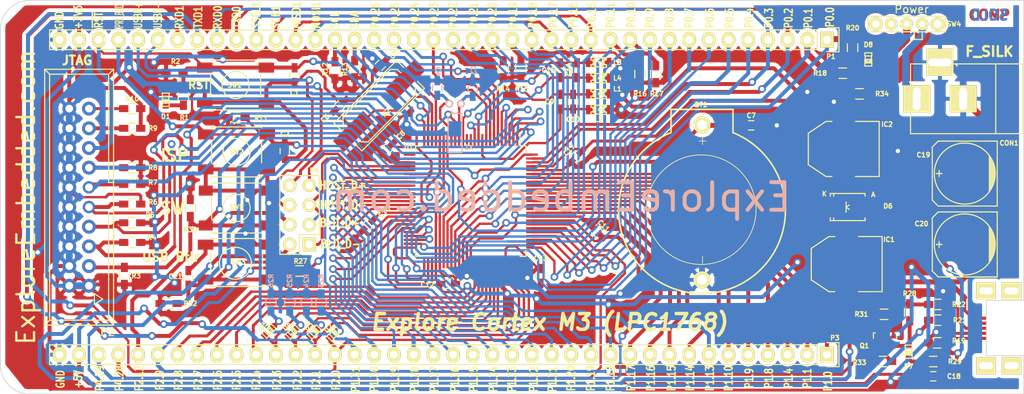
<source format=kicad_pcb>
(kicad_pcb (version 4) (host pcbnew "(2015-01-16 BZR 5376)-product")
  (layers (0 F.Cu signal) (31 B.Cu signal) (34 B.Paste user) (35 F.Paste user) (36 B.SilkS user) (37 F.SilkS user) (38 B.Mask user) (39 F.Mask user) (44 Edge.Cuts user))
  (net 0 "")
  (net 1 +3.3VP)
  (net 2 +5V)
  (net 3 /RTCK)
  (net 4 /RXD0)
  (net 5 /RXD1)
  (net 6 /SCL_0)
  (net 7 /SCL_1)
  (net 8 /SCL_2)
  (net 9 /SCL_3)
  (net 10 /SDA_0)
  (net 11 /SDA_1)
  (net 12 /SDA_2)
  (net 13 /SDA_3)
  (net 14 /TCK)
  (net 15 /TD0)
  (net 16 /TDI)
  (net 17 /TMS)
  (net 18 /TXD0)
  (net 19 /TXD1)
  (net 20 /USB_Connect)
  (net 21 /VBUS)
  (net 22 /VDDA)
  (net 23 /u_led_3)
  (net 24 /u_led_4)
  (net 25 /u_sw_1)
  (net 26 /~RST)
  (net 27 /~TRST)
  (net 28 GND)
  (net 29 HOST_USB_D+)
  (net 30 HOST_USB_D-)
  (net 31 PRI_BLD)
  (net 32 USB_BLD)
  (net 33 USB_D-)
  (net 34 USB_D+)
  (net 35 "Net-(BT1-Pad1)")
  (net 36 "Net-(C3-Pad1)")
  (net 37 "Net-(C4-Pad1)")
  (net 38 "Net-(C5-Pad1)")
  (net 39 "Net-(C6-Pad2)")
  (net 40 "Net-(C10-Pad1)")
  (net 41 "Net-(C14-Pad1)")
  (net 42 "Net-(C14-Pad2)")
  (net 43 "Net-(C19-Pad1)")
  (net 44 "Net-(CON1-Pad1)")
  (net 45 "Net-(D1-Pad2)")
  (net 46 "Net-(D2-Pad2)")
  (net 47 "Net-(D3-Pad2)")
  (net 48 "Net-(D4-Pad2)")
  (net 49 "Net-(D5-Pad2)")
  (net 50 "Net-(D7-Pad1)")
  (net 51 "Net-(D7-Pad2)")
  (net 52 "Net-(D8-Pad2)")
  (net 53 "Net-(P1-Pad5)")
  (net 54 "Net-(P1-Pad6)")
  (net 55 "Net-(P1-Pad19)")
  (net 56 "Net-(P1-Pad20)")
  (net 57 "Net-(P1-Pad21)")
  (net 58 "Net-(P1-Pad22)")
  (net 59 "Net-(P1-Pad23)")
  (net 60 "Net-(P1-Pad24)")
  (net 61 "Net-(P2-Pad17)")
  (net 62 "Net-(P2-Pad19)")
  (net 63 "Net-(P3-Pad1)")
  (net 64 "Net-(P3-Pad2)")
  (net 65 "Net-(P3-Pad3)")
  (net 66 "Net-(P3-Pad4)")
  (net 67 "Net-(P3-Pad5)")
  (net 68 "Net-(P3-Pad6)")
  (net 69 "Net-(P3-Pad7)")
  (net 70 "Net-(P3-Pad8)")
  (net 71 "Net-(P3-Pad9)")
  (net 72 "Net-(P3-Pad10)")
  (net 73 "Net-(P3-Pad11)")
  (net 74 "Net-(P3-Pad12)")
  (net 75 "Net-(P3-Pad13)")
  (net 76 "Net-(P3-Pad14)")
  (net 77 "Net-(P3-Pad15)")
  (net 78 "Net-(P3-Pad16)")
  (net 79 "Net-(P3-Pad17)")
  (net 80 "Net-(P3-Pad18)")
  (net 81 "Net-(P3-Pad19)")
  (net 82 "Net-(P3-Pad20)")
  (net 83 "Net-(P3-Pad21)")
  (net 84 "Net-(P3-Pad22)")
  (net 85 "Net-(P3-Pad23)")
  (net 86 "Net-(P3-Pad25)")
  (net 87 "Net-(P3-Pad30)")
  (net 88 "Net-(P3-Pad31)")
  (net 89 "Net-(P3-Pad32)")
  (net 90 "Net-(P3-Pad33)")
  (net 91 "Net-(P3-Pad34)")
  (net 92 "Net-(P3-Pad37)")
  (net 93 "Net-(P3-Pad38)")
  (net 94 "Net-(P4-Pad2)")
  (net 95 "Net-(P4-Pad4)")
  (net 96 "Net-(Q1-Pad1)")
  (net 97 "Net-(P1-Pad7)")
  (net 98 "Net-(P1-Pad8)")
  (net 99 "Net-(P1-Pad9)")
  (net 100 "Net-(P1-Pad10)")
  (net 101 /SCK)
  (net 102 /SSEL)
  (net 103 /MISO)
  (net 104 /MOSI)
  (net 105 "Net-(CON2-Pad2)")
  (net 106 "Net-(CON2-Pad3)")
  (net 107 "Net-(U1-Pad14)")
  (net 108 "Net-(U1-Pad26)")
  (net 109 "Net-(U1-Pad27)")
  (module Pin_Headers:Pin_Header_Straight_2x04 (layer F.Cu) (at 128.778 112.776 180)
    (fp_text reference P4 (at -0.635 9.525 180) (layer F.SilkS) (effects (font (size 0.6 0.6))))
    (fp_text value "USB Operation Selection" hide)
    (pad 1 thru_hole rect (at 0 0 180) (size 1.7272 1.7272) (drill 1.016) (layers *.Cu *.Mask F.SilkS) (net 33 USB_D-))
    (pad 2 thru_hole oval (at 2.54 0 180) (size 1.7272 1.7272) (drill 1.016) (layers *.Cu *.Mask F.SilkS) (net 94 "Net-(P4-Pad2)"))
    (pad 3 thru_hole oval (at 0 2.54 180) (size 1.7272 1.7272) (drill 1.016) (layers *.Cu *.Mask F.SilkS) (net 34 USB_D+))
    (pad 4 thru_hole oval (at 2.54 2.54 180) (size 1.7272 1.7272) (drill 1.016) (layers *.Cu *.Mask F.SilkS) (net 95 "Net-(P4-Pad4)"))
    (pad 5 thru_hole oval (at 0 5.08 180) (size 1.7272 1.7272) (drill 1.016) (layers *.Cu *.Mask F.SilkS) (net 33 USB_D-))
    (pad 6 thru_hole oval (at 2.54 5.08 180) (size 1.7272 1.7272) (drill 1.016) (layers *.Cu *.Mask F.SilkS) (net 30 HOST_USB_D-))
    (pad 7 thru_hole oval (at 0 7.62 180) (size 1.7272 1.7272) (drill 1.016) (layers *.Cu *.Mask F.SilkS) (net 34 USB_D+))
    (pad 8 thru_hole oval (at 2.54 7.62 180) (size 1.7272 1.7272) (drill 1.016) (layers *.Cu *.Mask F.SilkS) (net 29 HOST_USB_D+))
  )
  (module EE:USB_Micro-B_SMD_NEW (layer F.Cu) (at 215.5 123.6 180)
    (fp_text reference CON2 hide)
    (fp_text value USB-MINI-B hide)
    (pad 1 smd rect (at 0.1 -1.3 180) (size 1.5 0.4) (layers F.Cu F.Paste F.Mask) (net 2 +5V))
    (pad 2 smd rect (at 0.1 -0.65 180) (size 1.5 0.4) (layers F.Cu F.Paste F.Mask) (net 105 "Net-(CON2-Pad2)"))
    (pad 3 smd rect (at 0.1 0 180) (size 1.5 0.4) (layers F.Cu F.Paste F.Mask) (net 106 "Net-(CON2-Pad3)"))
    (pad 4 smd rect (at 0.1 0.65 180) (size 1.5 0.4) (layers F.Cu F.Paste F.Mask) (net 28 GND))
    (pad 5 smd rect (at 0.1 1.3 180) (size 1.5 0.4) (layers F.Cu F.Paste F.Mask) (net 28 GND))
    (pad "" thru_hole rect (at -0.6 -4.825 180) (size 2.5 2.2) (drill oval 1.8 0.9) (layers *.Cu *.Mask F.SilkS))
    (pad "" thru_hole rect (at -3.9 -4.825 180) (size 2.5 2.2) (drill oval 1.8 0.9) (layers *.Cu *.Mask F.SilkS))
    (pad "" thru_hole rect (at -0.6 4.825 180) (size 2.5 2.2) (drill oval 1.8 0.9) (layers *.Cu *.Mask F.SilkS))
    (pad "" thru_hole rect (at -3.9 4.825 180) (size 2.5 2.2) (drill oval 1.8 0.9) (layers *.Cu *.Mask F.SilkS))
  )
  (module Crystals:Crystal_Round_Horizontal_2mm (layer B.Cu) (at 147.574 94.615)
    (fp_text reference X1 (at 1.778 5.588) (layer B.SilkS) (effects (font (size 0.6 0.6)) (justify mirror)))
    (fp_text value 3.768KHz hide)
    (pad 1 thru_hole circle (at -0.7493 0) (size 1.00076 1.00076) (drill 0.59944) (layers *.Cu *.Mask B.SilkS) (net 37 "Net-(C4-Pad1)"))
    (pad 2 thru_hole circle (at 0.7493 0) (size 1.00076 1.00076) (drill 0.59944) (layers *.Cu *.Mask B.SilkS) (net 36 "Net-(C3-Pad1)"))
    (pad "" smd rect (at 0 3.25) (size 1.6 2) (layers B.Cu B.Paste B.Mask))
  )
  (module sw:SW_PUSH_SMALL_smd_xl (layer F.Cu) (at 119.634 114.808)
    (fp_text reference SW3 (at 0 0.254) (layer F.SilkS) (effects (font (size 0.6 0.6))))
    (fp_text value ISP hide)
    (pad 1 smd rect (at 3.75 -2) (size 2 1.3) (layers F.Cu F.Paste F.Mask) (net 28 GND))
    (pad 2 smd rect (at 3.75 2.5) (size 2 1.3) (layers F.Cu F.Paste F.Mask) (net 32 USB_BLD))
    (pad 1 smd rect (at -4.25 -2) (size 2 1.3) (layers F.Cu F.Paste F.Mask) (net 28 GND))
    (pad 2 smd rect (at -4.25 2.5) (size 2 1.3) (layers F.Cu F.Paste F.Mask) (net 32 USB_BLD))
  )
  (module Buttons_Switches_SMD:SW_SPST_PTS645 (layer F.Cu) (at 119.38 108.077)
    (fp_text reference SW5 (at 0 -0.127) (layer F.SilkS) (effects (font (size 0.6 0.6))))
    (fp_text value "User Sw1" hide)
    (pad 2 smd rect (at -3.975 2.25) (size 1.8 1.3) (layers F.Cu F.Paste F.Mask) (net 25 /u_sw_1))
    (pad 1 smd rect (at -3.975 -2.25) (size 1.8 1.3) (layers F.Cu F.Paste F.Mask) (net 28 GND))
    (pad 1 smd rect (at 3.975 -2.25) (size 1.55 1.3) (layers F.Cu F.Paste F.Mask) (net 28 GND))
    (pad 2 smd rect (at 3.975 2.25) (size 1.55 1.3) (layers F.Cu F.Paste F.Mask) (net 25 /u_sw_1))
  )
  (module Buttons_Switches_SMD:SW_SPST_PTS645 (layer F.Cu) (at 119.38 100.838 180)
    (fp_text reference SW2 (at 0 0 180) (layer F.SilkS) (effects (font (size 0.6 0.6))))
    (fp_text value ISP hide)
    (pad 2 smd rect (at -3.975 2.25 180) (size 2 1.3) (layers F.Cu F.Paste F.Mask) (net 31 PRI_BLD))
    (pad 1 smd rect (at -3.975 -2.25 180) (size 2 1.3) (layers F.Cu F.Paste F.Mask) (net 28 GND))
    (pad 1 smd rect (at 3.975 -2.25 180) (size 2 1.3) (layers F.Cu F.Paste F.Mask) (net 28 GND))
    (pad 2 smd rect (at 3.975 2.25 180) (size 2 1.3) (layers F.Cu F.Paste F.Mask) (net 31 PRI_BLD))
  )
  (module Buttons_Switches_SMD:SW_SPST_PTS645 (layer F.Cu) (at 119.253 92.202 180)
    (fp_text reference SW1 (at 0.127 0 180) (layer F.SilkS) (effects (font (size 0.6 0.6))))
    (fp_text value RST hide)
    (pad 2 smd rect (at -3.975 2.25 180) (size 2 1.3) (layers F.Cu F.Paste F.Mask) (net 26 /~RST))
    (pad 1 smd rect (at -3.975 -2.25 180) (size 2 1.3) (layers F.Cu F.Paste F.Mask) (net 28 GND))
    (pad 1 smd rect (at 3.975 -2.25 180) (size 2 1.3) (layers F.Cu F.Paste F.Mask) (net 28 GND))
    (pad 2 smd rect (at 3.975 2.25 180) (size 2 1.3) (layers F.Cu F.Paste F.Mask) (net 26 /~RST))
  )
  (module ExploreEmbedded:BATT_rtc_XL (layer F.Cu) (at 179.451 117.348 90)
    (fp_text reference BT1 (at 22.606 -0.127 180) (layer F.SilkS) (effects (font (size 0.6 0.6))))
    (fp_text value CR2032 hide)
    (fp_text user + (at 17.9197 -0.03302 90) (layer F.SilkS) (effects (font (size 1.27 1.27) (thickness 0.0889))))
    (fp_text user - (at 2.58318 -0.03302 90) (layer F.SilkS) (effects (font (size 1.27 1.27) (thickness 0.0889))))
    (pad 1 thru_hole circle (at 19.99996 0 90) (size 2.2 2.2) (drill 1.29794) (layers *.Cu *.Mask F.Paste F.SilkS) (net 35 "Net-(BT1-Pad1)"))
    (pad 2 thru_hole circle (at 0 0 90) (size 2.2 2.2) (drill 1.29794) (layers *.Cu *.Mask F.Paste F.SilkS) (net 28 GND))
  )
  (module Capacitors_SMD:C_0603_HandSoldering (layer F.Cu) (at 126.873 90.932 90)
    (fp_text reference C1 (at -2.286 0 180) (layer F.SilkS) (effects (font (size 0.6 0.6))))
    (fp_text value 100nf hide)
    (pad 1 smd rect (at -0.95 0 90) (size 1.2 0.75) (layers F.Cu F.Paste F.Mask) (net 28 GND))
    (pad 2 smd rect (at 0.95 0 90) (size 1.2 0.75) (layers F.Cu F.Paste F.Mask) (net 26 /~RST))
  )
  (module Capacitors_SMD:C_0603_HandSoldering (layer F.Cu) (at 125.603 100.711 90)
    (fp_text reference C2 (at 2.159 0 180) (layer F.SilkS) (effects (font (size 0.6 0.6))))
    (fp_text value 100nf hide)
    (pad 1 smd rect (at -0.95 0 90) (size 1.2 0.75) (layers F.Cu F.Paste F.Mask) (net 28 GND))
    (pad 2 smd rect (at 0.95 0 90) (size 1.2 0.75) (layers F.Cu F.Paste F.Mask) (net 31 PRI_BLD))
  )
  (module Capacitors_SMD:C_0603_HandSoldering (layer B.Cu) (at 149.86 92.71 90)
    (fp_text reference C3 (at 2.413 0.127 90) (layer B.SilkS) (effects (font (size 0.6 0.6)) (justify mirror)))
    (fp_text value 22pf hide)
    (pad 1 smd rect (at -0.95 0 90) (size 1.2 0.75) (layers B.Cu B.Paste B.Mask) (net 36 "Net-(C3-Pad1)"))
    (pad 2 smd rect (at 0.95 0 90) (size 1.2 0.75) (layers B.Cu B.Paste B.Mask) (net 28 GND))
  )
  (module Capacitors_SMD:C_0603_HandSoldering (layer B.Cu) (at 145.288 92.583 90)
    (fp_text reference C4 (at 2.159 0.127 90) (layer B.SilkS) (effects (font (size 0.6 0.6)) (justify mirror)))
    (fp_text value 22pf hide)
    (pad 1 smd rect (at -0.95 0 90) (size 1.2 0.75) (layers B.Cu B.Paste B.Mask) (net 37 "Net-(C4-Pad1)"))
    (pad 2 smd rect (at 0.95 0 90) (size 1.2 0.75) (layers B.Cu B.Paste B.Mask) (net 28 GND))
  )
  (module Capacitors_SMD:C_0603_HandSoldering (layer F.Cu) (at 137.922 89.662 225)
    (fp_text reference C5 (at -2.245064 -0.269408 225) (layer F.SilkS) (effects (font (size 0.6 0.6))))
    (fp_text value 22pf hide)
    (pad 1 smd rect (at -0.95 0 225) (size 1.2 0.75) (layers F.Cu F.Paste F.Mask) (net 38 "Net-(C5-Pad1)"))
    (pad 2 smd rect (at 0.95 0 225) (size 1.2 0.75) (layers F.Cu F.Paste F.Mask) (net 28 GND))
  )
  (module Capacitors_SMD:C_0603_HandSoldering (layer F.Cu) (at 132.715 94.869 225)
    (fp_text reference C6 (at 2.514472 0.179605 225) (layer F.SilkS) (effects (font (size 0.6 0.6))))
    (fp_text value 22pf hide)
    (pad 1 smd rect (at -0.95 0 225) (size 1.2 0.75) (layers F.Cu F.Paste F.Mask) (net 28 GND))
    (pad 2 smd rect (at 0.95 0 225) (size 1.2 0.75) (layers F.Cu F.Paste F.Mask) (net 39 "Net-(C6-Pad2)"))
  )
  (module Capacitors_SMD:C_0603_HandSoldering (layer F.Cu) (at 185.801 97.409)
    (fp_text reference C7 (at 0 -1.27) (layer F.SilkS) (effects (font (size 0.6 0.6))))
    (fp_text value 100nf hide)
    (pad 1 smd rect (at -0.95 0) (size 1.2 0.75) (layers F.Cu F.Paste F.Mask) (net 35 "Net-(BT1-Pad1)"))
    (pad 2 smd rect (at 0.95 0) (size 1.2 0.75) (layers F.Cu F.Paste F.Mask) (net 28 GND))
  )
  (module Capacitors_SMD:C_0603_HandSoldering (layer F.Cu) (at 138.811 100.457 225)
    (fp_text reference C8 (at -2.514472 0 225) (layer F.SilkS) (effects (font (size 0.6 0.6))))
    (fp_text value 100nf hide)
    (pad 1 smd rect (at -0.95 0 225) (size 1.2 0.75) (layers F.Cu F.Paste F.Mask) (net 28 GND))
    (pad 2 smd rect (at 0.95 0 225) (size 1.2 0.75) (layers F.Cu F.Paste F.Mask) (net 1 +3.3VP))
  )
  (module Capacitors_SMD:C_0603_HandSoldering (layer F.Cu) (at 161.163 94.361 270)
    (fp_text reference C9 (at 0 1.397 360) (layer F.SilkS) (effects (font (size 0.6 0.6))))
    (fp_text value 4.7uF hide)
    (pad 1 smd rect (at -0.95 0 270) (size 1.2 0.75) (layers F.Cu F.Paste F.Mask) (net 40 "Net-(C10-Pad1)"))
    (pad 2 smd rect (at 0.95 0 270) (size 1.2 0.75) (layers F.Cu F.Paste F.Mask) (net 22 /VDDA))
  )
  (module Capacitors_SMD:C_0603_HandSoldering (layer F.Cu) (at 162.814 94.361 270)
    (fp_text reference C10 (at 2.286 0 360) (layer F.SilkS) (effects (font (size 0.6 0.6))))
    (fp_text value 100nf hide)
    (pad 1 smd rect (at -0.95 0 270) (size 1.2 0.75) (layers F.Cu F.Paste F.Mask) (net 40 "Net-(C10-Pad1)"))
    (pad 2 smd rect (at 0.95 0 270) (size 1.2 0.75) (layers F.Cu F.Paste F.Mask) (net 22 /VDDA))
  )
  (module Capacitors_SMD:C_0603_HandSoldering (layer F.Cu) (at 165.862 111.125 135)
    (fp_text reference C11 (at -0.089803 1.167433 135) (layer F.SilkS) (effects (font (size 0.6 0.6))))
    (fp_text value 100nf hide)
    (pad 1 smd rect (at -0.95 0 135) (size 1.2 0.75) (layers F.Cu F.Paste F.Mask) (net 28 GND))
    (pad 2 smd rect (at 0.95 0 135) (size 1.2 0.75) (layers F.Cu F.Paste F.Mask) (net 1 +3.3VP))
  )
  (module Capacitors_SMD:C_0603_HandSoldering (layer F.Cu) (at 146.685 117.856 180)
    (fp_text reference C12 (at 2.667 -0.127 180) (layer F.SilkS) (effects (font (size 0.6 0.6))))
    (fp_text value 100nf hide)
    (pad 1 smd rect (at -0.95 0 180) (size 1.2 0.75) (layers F.Cu F.Paste F.Mask) (net 28 GND))
    (pad 2 smd rect (at 0.95 0 180) (size 1.2 0.75) (layers F.Cu F.Paste F.Mask) (net 1 +3.3VP))
  )
  (module Capacitors_SMD:C_0603_HandSoldering (layer F.Cu) (at 158.623 116.84 270)
    (fp_text reference C13 (at -2.286 0 360) (layer F.SilkS) (effects (font (size 0.6 0.6))))
    (fp_text value 100nf hide)
    (pad 1 smd rect (at -0.95 0 270) (size 1.2 0.75) (layers F.Cu F.Paste F.Mask) (net 28 GND))
    (pad 2 smd rect (at 0.95 0 270) (size 1.2 0.75) (layers F.Cu F.Paste F.Mask) (net 1 +3.3VP))
  )
  (module Capacitors_SMD:C_0603_HandSoldering (layer F.Cu) (at 163.322 90.297 270)
    (fp_text reference C14 (at -0.127 1.016 270) (layer F.SilkS) (effects (font (size 0.6 0.6))))
    (fp_text value 4.7uF hide)
    (pad 1 smd rect (at -0.95 0 270) (size 1.2 0.75) (layers F.Cu F.Paste F.Mask) (net 41 "Net-(C14-Pad1)"))
    (pad 2 smd rect (at 0.95 0 270) (size 1.2 0.75) (layers F.Cu F.Paste F.Mask) (net 42 "Net-(C14-Pad2)"))
  )
  (module Capacitors_SMD:C_0603_HandSoldering (layer F.Cu) (at 161.163 90.297 270)
    (fp_text reference C15 (at 0 1.524 360) (layer F.SilkS) (effects (font (size 0.6 0.6))))
    (fp_text value 100nf hide)
    (pad 1 smd rect (at -0.95 0 270) (size 1.2 0.75) (layers F.Cu F.Paste F.Mask) (net 41 "Net-(C14-Pad1)"))
    (pad 2 smd rect (at 0.95 0 270) (size 1.2 0.75) (layers F.Cu F.Paste F.Mask) (net 42 "Net-(C14-Pad2)"))
  )
  (module Capacitors_SMD:C_0603_HandSoldering (layer F.Cu) (at 136.3345 110.2995 225)
    (fp_text reference C16 (at -2.694077 -0.269408 225) (layer F.SilkS) (effects (font (size 0.6 0.6))))
    (fp_text value 100nf hide)
    (pad 1 smd rect (at -0.95 0 225) (size 1.2 0.75) (layers F.Cu F.Paste F.Mask) (net 28 GND))
    (pad 2 smd rect (at 0.95 0 225) (size 1.2 0.75) (layers F.Cu F.Paste F.Mask) (net 1 +3.3VP))
  )
  (module Capacitors_SMD:C_0603_HandSoldering (layer F.Cu) (at 163.195 101.473 225)
    (fp_text reference C17 (at 0 1.257236 225) (layer F.SilkS) (effects (font (size 0.6 0.6))))
    (fp_text value 100nf hide)
    (pad 1 smd rect (at -0.95 0 225) (size 1.2 0.75) (layers F.Cu F.Paste F.Mask) (net 28 GND))
    (pad 2 smd rect (at 0.95 0 225) (size 1.2 0.75) (layers F.Cu F.Paste F.Mask) (net 1 +3.3VP))
  )
  (module Capacitors_SMD:C_0603_HandSoldering (layer F.Cu) (at 209.296 129.794)
    (fp_text reference C18 (at 2.667 0) (layer F.SilkS) (effects (font (size 0.6 0.6))))
    (fp_text value 100nf hide)
    (pad 1 smd rect (at -0.95 0) (size 1.2 0.75) (layers F.Cu F.Paste F.Mask) (net 2 +5V))
    (pad 2 smd rect (at 0.95 0) (size 1.2 0.75) (layers F.Cu F.Paste F.Mask) (net 28 GND))
  )
  (module Capacitors_SMD:c_elec_8x10.5 (layer F.Cu) (at 213.36 103.632 180)
    (fp_text reference C19 (at 5.334 2.413 180) (layer F.SilkS) (effects (font (size 0.6 0.6))))
    (fp_text value 100uF/25V hide)
    (pad 1 smd rect (at 3.2512 0 180) (size 3.50012 2.4003) (layers F.Cu F.Paste F.Mask) (net 43 "Net-(C19-Pad1)"))
    (pad 2 smd rect (at -3.2512 0 180) (size 3.50012 2.4003) (layers F.Cu F.Paste F.Mask) (net 28 GND))
  )
  (module Capacitors_SMD:c_elec_8x10.5 (layer F.Cu) (at 213.36 112.776 180)
    (fp_text reference C20 (at 5.588 2.667 180) (layer F.SilkS) (effects (font (size 0.6 0.6))))
    (fp_text value 100uF/25V hide)
    (pad 1 smd rect (at 3.2512 0 180) (size 3.50012 2.4003) (layers F.Cu F.Paste F.Mask) (net 2 +5V))
    (pad 2 smd rect (at -3.2512 0 180) (size 3.50012 2.4003) (layers F.Cu F.Paste F.Mask) (net 28 GND))
  )
  (module Connect:BARREL_JACK (layer F.Cu) (at 213.36 93.98 180)
    (fp_text reference CON1 (at -5.715 -5.715 360) (layer F.SilkS) (effects (font (size 0.6 0.6))))
    (fp_text value BARREL_JACK hide)
    (pad 1 thru_hole rect (at 6.20014 0 180) (size 3.50012 3.50012) (drill oval 1.00076 2.99974) (layers *.Cu *.Mask F.SilkS) (net 44 "Net-(CON1-Pad1)"))
    (pad 2 thru_hole rect (at 0.20066 0 180) (size 3.50012 3.50012) (drill oval 1.00076 2.99974) (layers *.Cu *.Mask F.SilkS) (net 28 GND))
    (pad 3 thru_hole rect (at 3.2004 4.699 180) (size 3.50012 3.50012) (drill oval 2.99974 1.00076) (layers *.Cu *.Mask F.SilkS) (net 28 GND))
  )
  (module LEDs:LED-0603 (layer F.Cu) (at 110.236 94.107 270)
    (fp_text reference D1 (at 2.159 0 360) (layer F.SilkS) (effects (font (size 0.6 0.6))))
    (fp_text value LED_Rst hide)
    (pad 1 smd rect (at -0.7493 0 270) (size 0.79756 0.79756) (layers F.Cu F.Paste F.Mask) (net 1 +3.3VP))
    (pad 2 smd rect (at 0.7493 0 270) (size 0.79756 0.79756) (layers F.Cu F.Paste F.Mask) (net 45 "Net-(D1-Pad2)"))
  )
  (module LEDs:LED-0603 (layer F.Cu) (at 131.953 124.333 45)
    (fp_text reference D2 (at 0 -1.016 45) (layer F.SilkS) (effects (font (size 0.6 0.6))))
    (fp_text value LED hide)
    (pad 1 smd rect (at -0.7493 0 45) (size 0.79756 0.79756) (layers F.Cu F.Paste F.Mask) (net 19 /TXD1))
    (pad 2 smd rect (at 0.7493 0 45) (size 0.79756 0.79756) (layers F.Cu F.Paste F.Mask) (net 46 "Net-(D2-Pad2)"))
  )
  (module LEDs:LED-0603 (layer F.Cu) (at 129.413 124.079 45)
    (fp_text reference D3 (at 0 -1.016 45) (layer F.SilkS) (effects (font (size 0.6 0.6))))
    (fp_text value LED hide)
    (pad 1 smd rect (at -0.7493 0 45) (size 0.79756 0.79756) (layers F.Cu F.Paste F.Mask) (net 5 /RXD1))
    (pad 2 smd rect (at 0.7493 0 45) (size 0.79756 0.79756) (layers F.Cu F.Paste F.Mask) (net 47 "Net-(D3-Pad2)"))
  )
  (module LEDs:LED-0603 (layer F.Cu) (at 126.619 124.079 45)
    (fp_text reference D4 (at 0 -1.016 45) (layer F.SilkS) (effects (font (size 0.6 0.6))))
    (fp_text value LED hide)
    (pad 1 smd rect (at -0.7493 0 45) (size 0.79756 0.79756) (layers F.Cu F.Paste F.Mask) (net 23 /u_led_3))
    (pad 2 smd rect (at 0.7493 0 45) (size 0.79756 0.79756) (layers F.Cu F.Paste F.Mask) (net 48 "Net-(D4-Pad2)"))
  )
  (module LEDs:LED-0603 (layer F.Cu) (at 123.571 123.952 45)
    (fp_text reference D5 (at 0 -1.016 45) (layer F.SilkS) (effects (font (size 0.6 0.6))))
    (fp_text value LED hide)
    (pad 1 smd rect (at -0.7493 0 45) (size 0.79756 0.79756) (layers F.Cu F.Paste F.Mask) (net 24 /u_led_4))
    (pad 2 smd rect (at 0.7493 0 45) (size 0.79756 0.79756) (layers F.Cu F.Paste F.Mask) (net 49 "Net-(D5-Pad2)"))
  )
  (module Diodes_SMD:Diode-SMA_Handsoldering (layer F.Cu) (at 198.247 107.95 180)
    (fp_text reference D6 (at -5.207 0.127 180) (layer F.SilkS) (effects (font (size 0.6 0.6))))
    (fp_text value 1n4148 hide)
    (fp_text user A (at -3.29946 1.6002 180) (layer F.SilkS) (effects (font (size 0.6 0.6))))
    (fp_text user K (at 2.99974 1.69926 180) (layer F.SilkS) (effects (font (size 0.6 0.6))))
    (pad 1 smd rect (at -2.49936 0 180) (size 3.50012 1.80086) (layers F.Cu F.Paste F.Mask) (net 1 +3.3VP))
    (pad 2 smd rect (at 2.49936 0 180) (size 3.50012 1.80086) (layers F.Cu F.Paste F.Mask) (net 2 +5V))
  )
  (module LEDs:LED-0603 (layer F.Cu) (at 206.121 126.619 270)
    (fp_text reference D7 (at 1.905 0 360) (layer F.SilkS) (effects (font (size 0.6 0.6))))
    (fp_text value LED_Rst hide)
    (pad 1 smd rect (at -0.7493 0 270) (size 0.79756 0.79756) (layers F.Cu F.Paste F.Mask) (net 50 "Net-(D7-Pad1)"))
    (pad 2 smd rect (at 0.7493 0 270) (size 0.79756 0.79756) (layers F.Cu F.Paste F.Mask) (net 51 "Net-(D7-Pad2)"))
  )
  (module SMD_Packages:SOT-223 (layer F.Cu) (at 198.12 115.316 90)
    (fp_text reference IC1 (at 3.175 5.461 180) (layer F.SilkS) (effects (font (size 0.6 0.6))))
    (fp_text value LM1117 hide)
    (pad 4 smd rect (at 0 -3.302 90) (size 3.6576 2.032) (layers F.Cu F.Paste F.Mask) (net 1 +3.3VP))
    (pad 2 smd rect (at 0 3.302 90) (size 1.016 2.032) (layers F.Cu F.Paste F.Mask) (net 1 +3.3VP))
    (pad 3 smd rect (at 2.286 3.302 90) (size 1.016 2.032) (layers F.Cu F.Paste F.Mask) (net 2 +5V))
    (pad 1 smd rect (at -2.286 3.302 90) (size 1.016 2.032) (layers F.Cu F.Paste F.Mask) (net 28 GND))
  )
  (module SMD_Packages:SOT-223 (layer F.Cu) (at 197.739 100.457 90)
    (fp_text reference IC2 (at 3.175 5.588 180) (layer F.SilkS) (effects (font (size 0.6 0.6))))
    (fp_text value LM1117 hide)
    (pad 4 smd rect (at 0 -3.302 90) (size 3.6576 2.032) (layers F.Cu F.Paste F.Mask) (net 2 +5V))
    (pad 2 smd rect (at 0 3.302 90) (size 1.016 2.032) (layers F.Cu F.Paste F.Mask) (net 2 +5V))
    (pad 3 smd rect (at 2.286 3.302 90) (size 1.016 2.032) (layers F.Cu F.Paste F.Mask) (net 43 "Net-(C19-Pad1)"))
    (pad 1 smd rect (at -2.286 3.302 90) (size 1.016 2.032) (layers F.Cu F.Paste F.Mask) (net 28 GND))
  )
  (module LEDs:LED-0805 (layer F.Cu) (at 166.116 93.345)
    (fp_text reference L1 (at 2.413 -0.635) (layer F.SilkS) (effects (font (size 0.6 0.6))))
    (fp_text value INDUCTOR hide)
    (pad 1 smd rect (at -1.04902 0) (size 1.19888 1.19888) (layers F.Cu F.Paste F.Mask) (net 40 "Net-(C10-Pad1)"))
    (pad 2 smd rect (at 1.04902 0) (size 1.19888 1.19888) (layers F.Cu F.Paste F.Mask) (net 28 GND))
  )
  (module LEDs:LED-0805 (layer F.Cu) (at 166.116 95.377)
    (fp_text reference L2 (at 0 1.27) (layer F.SilkS) (effects (font (size 0.6 0.6))))
    (fp_text value INDUCTOR hide)
    (pad 1 smd rect (at -1.04902 0) (size 1.19888 1.19888) (layers F.Cu F.Paste F.Mask) (net 22 /VDDA))
    (pad 2 smd rect (at 1.04902 0) (size 1.19888 1.19888) (layers F.Cu F.Paste F.Mask) (net 1 +3.3VP))
  )
  (module LEDs:LED-0805 (layer F.Cu) (at 166.116 89.281)
    (fp_text reference L3 (at 2.413 0 180) (layer F.SilkS) (effects (font (size 0.6 0.6))))
    (fp_text value INDUCTOR hide)
    (pad 1 smd rect (at -1.04902 0) (size 1.19888 1.19888) (layers F.Cu F.Paste F.Mask) (net 41 "Net-(C14-Pad1)"))
    (pad 2 smd rect (at 1.04902 0) (size 1.19888 1.19888) (layers F.Cu F.Paste F.Mask) (net 28 GND))
  )
  (module LEDs:LED-0805 (layer F.Cu) (at 166.116 91.313)
    (fp_text reference L4 (at 2.413 0) (layer F.SilkS) (effects (font (size 0.6 0.6))))
    (fp_text value INDUCTOR hide)
    (pad 1 smd rect (at -1.04902 0) (size 1.19888 1.19888) (layers F.Cu F.Paste F.Mask) (net 42 "Net-(C14-Pad2)"))
    (pad 2 smd rect (at 1.04902 0) (size 1.19888 1.19888) (layers F.Cu F.Paste F.Mask) (net 1 +3.3VP))
  )
  (module Pin_Headers:Pin_Header_Straight_1x40 (layer F.Cu) (at 195.58 86.36 270)
    (fp_text reference P1 (at 2.159 -0.508 360) (layer F.SilkS) (effects (font (size 0.6 0.6))))
    (fp_text value CONN_01X40 hide)
    (pad 1 thru_hole rect (at 0 0 270) (size 2.032 1.7272) (drill 1.016) (layers *.Cu *.Mask F.SilkS) (net 13 /SDA_3))
    (pad 2 thru_hole oval (at 0 2.54 270) (size 2.032 1.7272) (drill 1.016) (layers *.Cu *.Mask F.SilkS) (net 9 /SCL_3))
    (pad 3 thru_hole oval (at 0 5.08 270) (size 2.032 1.7272) (drill 1.016) (layers *.Cu *.Mask F.SilkS) (net 18 /TXD0))
    (pad 4 thru_hole oval (at 0 7.62 270) (size 2.032 1.7272) (drill 1.016) (layers *.Cu *.Mask F.SilkS) (net 4 /RXD0))
    (pad 5 thru_hole oval (at 0 10.16 270) (size 2.032 1.7272) (drill 1.016) (layers *.Cu *.Mask F.SilkS) (net 53 "Net-(P1-Pad5)"))
    (pad 6 thru_hole oval (at 0 12.7 270) (size 2.032 1.7272) (drill 1.016) (layers *.Cu *.Mask F.SilkS) (net 54 "Net-(P1-Pad6)"))
    (pad 7 thru_hole oval (at 0 15.24 270) (size 2.032 1.7272) (drill 1.016) (layers *.Cu *.Mask F.SilkS) (net 97 "Net-(P1-Pad7)"))
    (pad 8 thru_hole oval (at 0 17.78 270) (size 2.032 1.7272) (drill 1.016) (layers *.Cu *.Mask F.SilkS) (net 98 "Net-(P1-Pad8)"))
    (pad 9 thru_hole oval (at 0 20.32 270) (size 2.032 1.7272) (drill 1.016) (layers *.Cu *.Mask F.SilkS) (net 99 "Net-(P1-Pad9)"))
    (pad 10 thru_hole oval (at 0 22.86 270) (size 2.032 1.7272) (drill 1.016) (layers *.Cu *.Mask F.SilkS) (net 100 "Net-(P1-Pad10)"))
    (pad 11 thru_hole oval (at 0 25.4 270) (size 2.032 1.7272) (drill 1.016) (layers *.Cu *.Mask F.SilkS) (net 12 /SDA_2))
    (pad 12 thru_hole oval (at 0 27.94 270) (size 2.032 1.7272) (drill 1.016) (layers *.Cu *.Mask F.SilkS) (net 8 /SCL_2))
    (pad 13 thru_hole oval (at 0 30.48 270) (size 2.032 1.7272) (drill 1.016) (layers *.Cu *.Mask F.SilkS) (net 101 /SCK))
    (pad 14 thru_hole oval (at 0 33.02 270) (size 2.032 1.7272) (drill 1.016) (layers *.Cu *.Mask F.SilkS) (net 102 /SSEL))
    (pad 15 thru_hole oval (at 0 35.56 270) (size 2.032 1.7272) (drill 1.016) (layers *.Cu *.Mask F.SilkS) (net 103 /MISO))
    (pad 16 thru_hole oval (at 0 38.1 270) (size 2.032 1.7272) (drill 1.016) (layers *.Cu *.Mask F.SilkS) (net 104 /MOSI))
    (pad 17 thru_hole oval (at 0 40.64 270) (size 2.032 1.7272) (drill 1.016) (layers *.Cu *.Mask F.SilkS) (net 11 /SDA_1))
    (pad 18 thru_hole oval (at 0 43.18 270) (size 2.032 1.7272) (drill 1.016) (layers *.Cu *.Mask F.SilkS) (net 7 /SCL_1))
    (pad 19 thru_hole oval (at 0 45.72 270) (size 2.032 1.7272) (drill 1.016) (layers *.Cu *.Mask F.SilkS) (net 55 "Net-(P1-Pad19)"))
    (pad 20 thru_hole oval (at 0 48.26 270) (size 2.032 1.7272) (drill 1.016) (layers *.Cu *.Mask F.SilkS) (net 56 "Net-(P1-Pad20)"))
    (pad 21 thru_hole oval (at 0 50.8 270) (size 2.032 1.7272) (drill 1.016) (layers *.Cu *.Mask F.SilkS) (net 57 "Net-(P1-Pad21)"))
    (pad 22 thru_hole oval (at 0 53.34 270) (size 2.032 1.7272) (drill 1.016) (layers *.Cu *.Mask F.SilkS) (net 58 "Net-(P1-Pad22)"))
    (pad 23 thru_hole oval (at 0 55.88 270) (size 2.032 1.7272) (drill 1.016) (layers *.Cu *.Mask F.SilkS) (net 59 "Net-(P1-Pad23)"))
    (pad 24 thru_hole oval (at 0 58.42 270) (size 2.032 1.7272) (drill 1.016) (layers *.Cu *.Mask F.SilkS) (net 60 "Net-(P1-Pad24)"))
    (pad 25 thru_hole oval (at 0 60.96 270) (size 2.032 1.7272) (drill 1.016) (layers *.Cu *.Mask F.SilkS) (net 10 /SDA_0))
    (pad 26 thru_hole oval (at 0 63.5 270) (size 2.032 1.7272) (drill 1.016) (layers *.Cu *.Mask F.SilkS) (net 6 /SCL_0))
    (pad 27 thru_hole oval (at 0 66.04 270) (size 2.032 1.7272) (drill 1.016) (layers *.Cu *.Mask F.SilkS) (net 104 /MOSI))
    (pad 28 thru_hole oval (at 0 68.58 270) (size 2.032 1.7272) (drill 1.016) (layers *.Cu *.Mask F.SilkS) (net 103 /MISO))
    (pad 29 thru_hole oval (at 0 71.12 270) (size 2.032 1.7272) (drill 1.016) (layers *.Cu *.Mask F.SilkS) (net 101 /SCK))
    (pad 30 thru_hole oval (at 0 73.66 270) (size 2.032 1.7272) (drill 1.016) (layers *.Cu *.Mask F.SilkS) (net 102 /SSEL))
    (pad 31 thru_hole oval (at 0 76.2 270) (size 2.032 1.7272) (drill 1.016) (layers *.Cu *.Mask F.SilkS) (net 18 /TXD0))
    (pad 32 thru_hole oval (at 0 78.74 270) (size 2.032 1.7272) (drill 1.016) (layers *.Cu *.Mask F.SilkS) (net 4 /RXD0))
    (pad 33 thru_hole oval (at 0 81.28 270) (size 2.032 1.7272) (drill 1.016) (layers *.Cu *.Mask F.SilkS) (net 19 /TXD1))
    (pad 34 thru_hole oval (at 0 83.82 270) (size 2.032 1.7272) (drill 1.016) (layers *.Cu *.Mask F.SilkS) (net 5 /RXD1))
    (pad 35 thru_hole oval (at 0 86.36 270) (size 2.032 1.7272) (drill 1.016) (layers *.Cu *.Mask F.SilkS) (net 30 HOST_USB_D-))
    (pad 36 thru_hole oval (at 0 88.9 270) (size 2.032 1.7272) (drill 1.016) (layers *.Cu *.Mask F.SilkS) (net 29 HOST_USB_D+))
    (pad 37 thru_hole oval (at 0 91.44 270) (size 2.032 1.7272) (drill 1.016) (layers *.Cu *.Mask F.SilkS) (net 31 PRI_BLD))
    (pad 38 thru_hole oval (at 0 93.98 270) (size 2.032 1.7272) (drill 1.016) (layers *.Cu *.Mask F.SilkS) (net 26 /~RST))
    (pad 39 thru_hole oval (at 0 96.52 270) (size 2.032 1.7272) (drill 1.016) (layers *.Cu *.Mask F.SilkS) (net 1 +3.3VP))
    (pad 40 thru_hole oval (at 0 99.06 270) (size 2.032 1.7272) (drill 1.016) (layers *.Cu *.Mask F.SilkS) (net 28 GND))
  )
  (module Connect:VASCH10x2 (layer F.Cu) (at 99.06 106.68 90)
    (fp_text reference P2 (at -17.399 3.683 180) (layer F.SilkS))
    (fp_text value JTAG hide)
    (pad 1 thru_hole circle (at -11.43 1.27 90) (size 1.8 1.8) (drill 0.99822) (layers *.Cu *.Mask) (net 1 +3.3VP))
    (pad 2 thru_hole circle (at -11.43 -1.27 90) (size 1.8 1.8) (drill 0.99822) (layers *.Cu *.Mask) (net 1 +3.3VP))
    (pad 3 thru_hole circle (at -8.89 1.27 90) (size 1.8 1.8) (drill 0.99822) (layers *.Cu *.Mask) (net 27 /~TRST))
    (pad 4 thru_hole circle (at -8.89 -1.27 90) (size 1.8 1.8) (drill 0.99822) (layers *.Cu *.Mask) (net 28 GND))
    (pad 5 thru_hole circle (at -6.35 1.27 90) (size 1.8 1.8) (drill 0.99822) (layers *.Cu *.Mask) (net 16 /TDI))
    (pad 6 thru_hole circle (at -6.35 -1.27 90) (size 1.8 1.8) (drill 0.99822) (layers *.Cu *.Mask) (net 28 GND))
    (pad 7 thru_hole circle (at -3.81 1.27 90) (size 1.8 1.8) (drill 0.99822) (layers *.Cu *.Mask) (net 17 /TMS))
    (pad 8 thru_hole circle (at -3.81 -1.27 90) (size 1.8 1.8) (drill 0.99822) (layers *.Cu *.Mask) (net 28 GND))
    (pad 9 thru_hole circle (at -1.27 1.27 90) (size 1.6 1.6) (drill 0.99822) (layers *.Cu *.Mask) (net 14 /TCK))
    (pad 10 thru_hole circle (at -1.27 -1.27 90) (size 1.8 1.8) (drill 0.99822) (layers *.Cu *.Mask) (net 28 GND))
    (pad 11 thru_hole circle (at 1.27 1.27 90) (size 1.6 1.6) (drill 0.99822) (layers *.Cu *.Mask) (net 3 /RTCK))
    (pad 12 thru_hole circle (at 1.27 -1.27 90) (size 1.8 1.8) (drill 0.99822) (layers *.Cu *.Mask) (net 28 GND))
    (pad 13 thru_hole circle (at 3.81 1.27 90) (size 1.8 1.8) (drill 0.99822) (layers *.Cu *.Mask) (net 15 /TD0))
    (pad 14 thru_hole circle (at 3.81 -1.27 90) (size 1.8 1.8) (drill 0.99822) (layers *.Cu *.Mask) (net 28 GND))
    (pad 15 thru_hole circle (at 6.35 1.27 90) (size 1.8 1.8) (drill 0.99822) (layers *.Cu *.Mask) (net 26 /~RST))
    (pad 16 thru_hole circle (at 6.35 -1.27 90) (size 1.8 1.8) (drill 0.99822) (layers *.Cu *.Mask) (net 28 GND))
    (pad 17 thru_hole circle (at 8.89 1.27 90) (size 1.8 1.8) (drill 0.99822) (layers *.Cu *.Mask) (net 61 "Net-(P2-Pad17)"))
    (pad 18 thru_hole circle (at 8.89 -1.27 90) (size 1.8 1.8) (drill 0.99822) (layers *.Cu *.Mask) (net 28 GND))
    (pad 19 thru_hole circle (at 11.43 1.27 90) (size 1.8 1.8) (drill 0.99822) (layers *.Cu *.Mask) (net 62 "Net-(P2-Pad19)"))
    (pad 20 thru_hole circle (at 11.43 -1.27 90) (size 1.8 1.8) (drill 0.99822) (layers *.Cu *.Mask) (net 28 GND))
  )
  (module Pin_Headers:Pin_Header_Straight_1x40 (layer F.Cu) (at 195.58 127 270)
    (fp_text reference P3 (at -2.159 -1.016 360) (layer F.SilkS) (effects (font (size 0.6 0.6))))
    (fp_text value CONN_01X40 hide)
    (pad 1 thru_hole rect (at 0 0 270) (size 2.032 1.7272) (drill 1.016) (layers *.Cu *.Mask F.SilkS) (net 63 "Net-(P3-Pad1)"))
    (pad 2 thru_hole oval (at 0 2.54 270) (size 2.032 1.7272) (drill 1.016) (layers *.Cu *.Mask F.SilkS) (net 64 "Net-(P3-Pad2)"))
    (pad 3 thru_hole oval (at 0 5.08 270) (size 2.032 1.7272) (drill 1.016) (layers *.Cu *.Mask F.SilkS) (net 65 "Net-(P3-Pad3)"))
    (pad 4 thru_hole oval (at 0 7.62 270) (size 2.032 1.7272) (drill 1.016) (layers *.Cu *.Mask F.SilkS) (net 66 "Net-(P3-Pad4)"))
    (pad 5 thru_hole oval (at 0 10.16 270) (size 2.032 1.7272) (drill 1.016) (layers *.Cu *.Mask F.SilkS) (net 67 "Net-(P3-Pad5)"))
    (pad 6 thru_hole oval (at 0 12.7 270) (size 2.032 1.7272) (drill 1.016) (layers *.Cu *.Mask F.SilkS) (net 68 "Net-(P3-Pad6)"))
    (pad 7 thru_hole oval (at 0 15.24 270) (size 2.032 1.7272) (drill 1.016) (layers *.Cu *.Mask F.SilkS) (net 69 "Net-(P3-Pad7)"))
    (pad 8 thru_hole oval (at 0 17.78 270) (size 2.032 1.7272) (drill 1.016) (layers *.Cu *.Mask F.SilkS) (net 70 "Net-(P3-Pad8)"))
    (pad 9 thru_hole oval (at 0 20.32 270) (size 2.032 1.7272) (drill 1.016) (layers *.Cu *.Mask F.SilkS) (net 71 "Net-(P3-Pad9)"))
    (pad 10 thru_hole oval (at 0 22.86 270) (size 2.032 1.7272) (drill 1.016) (layers *.Cu *.Mask F.SilkS) (net 72 "Net-(P3-Pad10)"))
    (pad 11 thru_hole oval (at 0 25.4 270) (size 2.032 1.7272) (drill 1.016) (layers *.Cu *.Mask F.SilkS) (net 73 "Net-(P3-Pad11)"))
    (pad 12 thru_hole oval (at 0 27.94 270) (size 2.032 1.7272) (drill 1.016) (layers *.Cu *.Mask F.SilkS) (net 74 "Net-(P3-Pad12)"))
    (pad 13 thru_hole oval (at 0 30.48 270) (size 2.032 1.7272) (drill 1.016) (layers *.Cu *.Mask F.SilkS) (net 75 "Net-(P3-Pad13)"))
    (pad 14 thru_hole oval (at 0 33.02 270) (size 2.032 1.7272) (drill 1.016) (layers *.Cu *.Mask F.SilkS) (net 76 "Net-(P3-Pad14)"))
    (pad 15 thru_hole oval (at 0 35.56 270) (size 2.032 1.7272) (drill 1.016) (layers *.Cu *.Mask F.SilkS) (net 77 "Net-(P3-Pad15)"))
    (pad 16 thru_hole oval (at 0 38.1 270) (size 2.032 1.7272) (drill 1.016) (layers *.Cu *.Mask F.SilkS) (net 78 "Net-(P3-Pad16)"))
    (pad 17 thru_hole oval (at 0 40.64 270) (size 2.032 1.7272) (drill 1.016) (layers *.Cu *.Mask F.SilkS) (net 79 "Net-(P3-Pad17)"))
    (pad 18 thru_hole oval (at 0 43.18 270) (size 2.032 1.7272) (drill 1.016) (layers *.Cu *.Mask F.SilkS) (net 80 "Net-(P3-Pad18)"))
    (pad 19 thru_hole oval (at 0 45.72 270) (size 2.032 1.7272) (drill 1.016) (layers *.Cu *.Mask F.SilkS) (net 81 "Net-(P3-Pad19)"))
    (pad 20 thru_hole oval (at 0 48.26 270) (size 2.032 1.7272) (drill 1.016) (layers *.Cu *.Mask F.SilkS) (net 82 "Net-(P3-Pad20)"))
    (pad 21 thru_hole oval (at 0 50.8 270) (size 2.032 1.7272) (drill 1.016) (layers *.Cu *.Mask F.SilkS) (net 83 "Net-(P3-Pad21)"))
    (pad 22 thru_hole oval (at 0 53.34 270) (size 2.032 1.7272) (drill 1.016) (layers *.Cu *.Mask F.SilkS) (net 84 "Net-(P3-Pad22)"))
    (pad 23 thru_hole oval (at 0 55.88 270) (size 2.032 1.7272) (drill 1.016) (layers *.Cu *.Mask F.SilkS) (net 85 "Net-(P3-Pad23)"))
    (pad 24 thru_hole oval (at 0 58.42 270) (size 2.032 1.7272) (drill 1.016) (layers *.Cu *.Mask F.SilkS) (net 21 /VBUS))
    (pad 25 thru_hole oval (at 0 60.96 270) (size 2.032 1.7272) (drill 1.016) (layers *.Cu *.Mask F.SilkS) (net 86 "Net-(P3-Pad25)"))
    (pad 26 thru_hole oval (at 0 63.5 270) (size 2.032 1.7272) (drill 1.016) (layers *.Cu *.Mask F.SilkS) (net 19 /TXD1))
    (pad 27 thru_hole oval (at 0 66.04 270) (size 2.032 1.7272) (drill 1.016) (layers *.Cu *.Mask F.SilkS) (net 5 /RXD1))
    (pad 28 thru_hole oval (at 0 68.58 270) (size 2.032 1.7272) (drill 1.016) (layers *.Cu *.Mask F.SilkS) (net 23 /u_led_3))
    (pad 29 thru_hole oval (at 0 71.12 270) (size 2.032 1.7272) (drill 1.016) (layers *.Cu *.Mask F.SilkS) (net 24 /u_led_4))
    (pad 30 thru_hole oval (at 0 73.66 270) (size 2.032 1.7272) (drill 1.016) (layers *.Cu *.Mask F.SilkS) (net 87 "Net-(P3-Pad30)"))
    (pad 31 thru_hole oval (at 0 76.2 270) (size 2.032 1.7272) (drill 1.016) (layers *.Cu *.Mask F.SilkS) (net 88 "Net-(P3-Pad31)"))
    (pad 32 thru_hole oval (at 0 78.74 270) (size 2.032 1.7272) (drill 1.016) (layers *.Cu *.Mask F.SilkS) (net 89 "Net-(P3-Pad32)"))
    (pad 33 thru_hole oval (at 0 81.28 270) (size 2.032 1.7272) (drill 1.016) (layers *.Cu *.Mask F.SilkS) (net 90 "Net-(P3-Pad33)"))
    (pad 34 thru_hole oval (at 0 83.82 270) (size 2.032 1.7272) (drill 1.016) (layers *.Cu *.Mask F.SilkS) (net 91 "Net-(P3-Pad34)"))
    (pad 35 thru_hole oval (at 0 86.36 270) (size 2.032 1.7272) (drill 1.016) (layers *.Cu *.Mask F.SilkS) (net 20 /USB_Connect))
    (pad 36 thru_hole oval (at 0 88.9 270) (size 2.032 1.7272) (drill 1.016) (layers *.Cu *.Mask F.SilkS) (net 25 /u_sw_1))
    (pad 37 thru_hole oval (at 0 91.44 270) (size 2.032 1.7272) (drill 1.016) (layers *.Cu *.Mask F.SilkS) (net 92 "Net-(P3-Pad37)"))
    (pad 38 thru_hole oval (at 0 93.98 270) (size 2.032 1.7272) (drill 1.016) (layers *.Cu *.Mask F.SilkS) (net 93 "Net-(P3-Pad38)"))
    (pad 39 thru_hole oval (at 0 96.52 270) (size 2.032 1.7272) (drill 1.016) (layers *.Cu *.Mask F.SilkS) (net 2 +5V))
    (pad 40 thru_hole oval (at 0 99.06 270) (size 2.032 1.7272) (drill 1.016) (layers *.Cu *.Mask F.SilkS) (net 28 GND))
  )
  (module Housings_SOT-23_SOT-143_TSOT-6:SOT-23 (layer F.Cu) (at 203.073 124.841)
    (fp_text reference Q1 (at -2.667 1.016) (layer F.SilkS) (effects (font (size 0.6 0.6))))
    (fp_text value BC856 hide)
    (pad 1 smd rect (at -0.95 1.00076) (size 0.8001 0.8001) (layers F.Cu F.Paste F.Mask) (net 96 "Net-(Q1-Pad1)"))
    (pad 2 smd rect (at 0.95 1.00076) (size 0.8001 0.8001) (layers F.Cu F.Paste F.Mask) (net 50 "Net-(D7-Pad1)"))
    (pad 3 smd rect (at 0 -0.99822) (size 0.8001 0.8001) (layers F.Cu F.Paste F.Mask) (net 1 +3.3VP))
  )
  (module Resistors_SMD:R_0603_HandSoldering (layer F.Cu) (at 112.522 93.726 90)
    (fp_text reference R1 (at -2.667 0.127 180) (layer F.SilkS) (effects (font (size 0.6 0.6))))
    (fp_text value 1K hide)
    (pad 1 smd rect (at -1.1 0 90) (size 1.2 0.9) (layers F.Cu F.Paste F.Mask) (net 45 "Net-(D1-Pad2)"))
    (pad 2 smd rect (at 1.1 0 90) (size 1.2 0.9) (layers F.Cu F.Paste F.Mask) (net 26 /~RST))
  )
  (module Resistors_SMD:R_0603_HandSoldering (layer F.Cu) (at 111.379 90.551 180)
    (fp_text reference R2 (at -0.127 1.397 180) (layer F.SilkS) (effects (font (size 0.6 0.6))))
    (fp_text value 10K hide)
    (pad 1 smd rect (at -1.1 0 180) (size 1.2 0.9) (layers F.Cu F.Paste F.Mask) (net 26 /~RST))
    (pad 2 smd rect (at 1.1 0 180) (size 1.2 0.9) (layers F.Cu F.Paste F.Mask) (net 1 +3.3VP))
  )
  (module Resistors_SMD:R_0603_HandSoldering (layer F.Cu) (at 104.902 116.84 270)
    (fp_text reference R3 (at 0 -1.524 360) (layer F.SilkS) (effects (font (size 0.6 0.6))))
    (fp_text value 10K hide)
    (pad 1 smd rect (at -1.1 0 270) (size 1.2 0.9) (layers F.Cu F.Paste F.Mask) (net 27 /~TRST))
    (pad 2 smd rect (at 1.1 0 270) (size 1.2 0.9) (layers F.Cu F.Paste F.Mask) (net 1 +3.3VP))
  )
  (module Resistors_SMD:R_0603_HandSoldering (layer F.Cu) (at 105.918 112.522)
    (fp_text reference R4 (at 2.54 -0.635) (layer F.SilkS) (effects (font (size 0.6 0.6))))
    (fp_text value 10K hide)
    (pad 1 smd rect (at -1.1 0) (size 1.2 0.9) (layers F.Cu F.Paste F.Mask) (net 16 /TDI))
    (pad 2 smd rect (at 1.1 0) (size 1.2 0.9) (layers F.Cu F.Paste F.Mask) (net 1 +3.3VP))
  )
  (module Resistors_SMD:R_0603_HandSoldering (layer F.Cu) (at 105.918 109.982)
    (fp_text reference R5 (at 2.286 -1.016) (layer F.SilkS) (effects (font (size 0.6 0.6))))
    (fp_text value 10K hide)
    (pad 1 smd rect (at -1.1 0) (size 1.2 0.9) (layers F.Cu F.Paste F.Mask) (net 17 /TMS))
    (pad 2 smd rect (at 1.1 0) (size 1.2 0.9) (layers F.Cu F.Paste F.Mask) (net 1 +3.3VP))
  )
  (module Resistors_SMD:R_0603_HandSoldering (layer F.Cu) (at 105.918 107.569)
    (fp_text reference R6 (at 2.667 -0.254) (layer F.SilkS) (effects (font (size 0.6 0.6))))
    (fp_text value 10K hide)
    (pad 1 smd rect (at -1.1 0) (size 1.2 0.9) (layers F.Cu F.Paste F.Mask) (net 14 /TCK))
    (pad 2 smd rect (at 1.1 0) (size 1.2 0.9) (layers F.Cu F.Paste F.Mask) (net 28 GND))
  )
  (module Resistors_SMD:R_0603_HandSoldering (layer F.Cu) (at 105.918 105.029)
    (fp_text reference R7 (at 2.667 -0.254) (layer F.SilkS) (effects (font (size 0.6 0.6))))
    (fp_text value 10K hide)
    (pad 1 smd rect (at -1.1 0) (size 1.2 0.9) (layers F.Cu F.Paste F.Mask) (net 3 /RTCK))
    (pad 2 smd rect (at 1.1 0) (size 1.2 0.9) (layers F.Cu F.Paste F.Mask) (net 1 +3.3VP))
  )
  (module Resistors_SMD:R_0603_HandSoldering (layer F.Cu) (at 105.918 102.87)
    (fp_text reference R8 (at 2.667 0) (layer F.SilkS) (effects (font (size 0.6 0.6))))
    (fp_text value 10K hide)
    (pad 1 smd rect (at -1.1 0) (size 1.2 0.9) (layers F.Cu F.Paste F.Mask) (net 15 /TD0))
    (pad 2 smd rect (at 1.1 0) (size 1.2 0.9) (layers F.Cu F.Paste F.Mask) (net 1 +3.3VP))
  )
  (module Resistors_SMD:R_0603_HandSoldering (layer F.Cu) (at 105.918 97.79)
    (fp_text reference R9 (at 2.667 0) (layer F.SilkS) (effects (font (size 0.6 0.6))))
    (fp_text value 10K hide)
    (pad 1 smd rect (at -1.1 0) (size 1.2 0.9) (layers F.Cu F.Paste F.Mask) (net 61 "Net-(P2-Pad17)"))
    (pad 2 smd rect (at 1.1 0) (size 1.2 0.9) (layers F.Cu F.Paste F.Mask) (net 28 GND))
  )
  (module Resistors_SMD:R_0603_HandSoldering (layer F.Cu) (at 105.918 95.25)
    (fp_text reference R10 (at 0 -1.27) (layer F.SilkS) (effects (font (size 0.6 0.6))))
    (fp_text value 10K hide)
    (pad 1 smd rect (at -1.1 0) (size 1.2 0.9) (layers F.Cu F.Paste F.Mask) (net 62 "Net-(P2-Pad19)"))
    (pad 2 smd rect (at 1.1 0) (size 1.2 0.9) (layers F.Cu F.Paste F.Mask) (net 28 GND))
  )
  (module Resistors_SMD:R_0603_HandSoldering (layer F.Cu) (at 119.38 96.393 180)
    (fp_text reference R11 (at -3.175 -0.127 180) (layer F.SilkS) (effects (font (size 0.6 0.6))))
    (fp_text value 1K hide)
    (pad 1 smd rect (at -1.1 0 180) (size 1.2 0.9) (layers F.Cu F.Paste F.Mask) (net 31 PRI_BLD))
    (pad 2 smd rect (at 1.1 0 180) (size 1.2 0.9) (layers F.Cu F.Paste F.Mask) (net 1 +3.3VP))
  )
  (module Resistors_SMD:R_0603_HandSoldering (layer F.Cu) (at 132.08 90.297 270)
    (fp_text reference R12 (at -0.127 1.27 270) (layer F.SilkS) (effects (font (size 0.6 0.6))))
    (fp_text value 2K hide)
    (pad 1 smd rect (at -1.1 0 270) (size 1.2 0.9) (layers F.Cu F.Paste F.Mask) (net 6 /SCL_0))
    (pad 2 smd rect (at 1.1 0 270) (size 1.2 0.9) (layers F.Cu F.Paste F.Mask) (net 1 +3.3VP))
  )
  (module Resistors_SMD:R_0603_HandSoldering (layer F.Cu) (at 134.62 90.17 270)
    (fp_text reference R13 (at 0 1.27 270) (layer F.SilkS) (effects (font (size 0.6 0.6))))
    (fp_text value 2K hide)
    (pad 1 smd rect (at -1.1 0 270) (size 1.2 0.9) (layers F.Cu F.Paste F.Mask) (net 10 /SDA_0))
    (pad 2 smd rect (at 1.1 0 270) (size 1.2 0.9) (layers F.Cu F.Paste F.Mask) (net 1 +3.3VP))
  )
  (module Resistors_SMD:R_0603_HandSoldering (layer F.Cu) (at 153.797 90.17 270)
    (fp_text reference R14 (at 2.54 0 360) (layer F.SilkS) (effects (font (size 0.6 0.6))))
    (fp_text value 2K hide)
    (pad 1 smd rect (at -1.1 0 270) (size 1.2 0.9) (layers F.Cu F.Paste F.Mask) (net 7 /SCL_1))
    (pad 2 smd rect (at 1.1 0 270) (size 1.2 0.9) (layers F.Cu F.Paste F.Mask) (net 1 +3.3VP))
  )
  (module Resistors_SMD:R_0603_HandSoldering (layer F.Cu) (at 156.083 90.043 270)
    (fp_text reference R15 (at 2.667 -0.127 360) (layer F.SilkS) (effects (font (size 0.6 0.6))))
    (fp_text value 2K hide)
    (pad 1 smd rect (at -1.1 0 270) (size 1.2 0.9) (layers F.Cu F.Paste F.Mask) (net 11 /SDA_1))
    (pad 2 smd rect (at 1.1 0 270) (size 1.2 0.9) (layers F.Cu F.Paste F.Mask) (net 1 +3.3VP))
  )
  (module Resistors_SMD:R_0603_HandSoldering (layer F.Cu) (at 171.45 90.805 270)
    (fp_text reference R16 (at 2.54 0 360) (layer F.SilkS) (effects (font (size 0.6 0.6))))
    (fp_text value 2K hide)
    (pad 1 smd rect (at -1.1 0 270) (size 1.2 0.9) (layers F.Cu F.Paste F.Mask) (net 8 /SCL_2))
    (pad 2 smd rect (at 1.1 0 270) (size 1.2 0.9) (layers F.Cu F.Paste F.Mask) (net 1 +3.3VP))
  )
  (module Resistors_SMD:R_0603_HandSoldering (layer F.Cu) (at 173.482 90.805 270)
    (fp_text reference R17 (at 2.54 -0.127 360) (layer F.SilkS) (effects (font (size 0.6 0.6))))
    (fp_text value 2K hide)
    (pad 1 smd rect (at -1.1 0 270) (size 1.2 0.9) (layers F.Cu F.Paste F.Mask) (net 12 /SDA_2))
    (pad 2 smd rect (at 1.1 0 270) (size 1.2 0.9) (layers F.Cu F.Paste F.Mask) (net 1 +3.3VP))
  )
  (module Resistors_SMD:R_0603_HandSoldering (layer F.Cu) (at 197.612 90.678)
    (fp_text reference R18 (at -2.921 0) (layer F.SilkS) (effects (font (size 0.6 0.6))))
    (fp_text value 2K hide)
    (pad 1 smd rect (at -1.1 0) (size 1.2 0.9) (layers F.Cu F.Paste F.Mask) (net 9 /SCL_3))
    (pad 2 smd rect (at 1.1 0) (size 1.2 0.9) (layers F.Cu F.Paste F.Mask) (net 1 +3.3VP))
  )
  (module Resistors_SMD:R_0603_HandSoldering (layer F.Cu) (at 209.804 125.476 180)
    (fp_text reference R19 (at -2.794 0.254 180) (layer F.SilkS) (effects (font (size 0.6 0.6))))
    (fp_text value 100K hide)
    (pad 1 smd rect (at -1.1 0 180) (size 1.2 0.9) (layers F.Cu F.Paste F.Mask) (net 2 +5V))
    (pad 2 smd rect (at 1.1 0 180) (size 1.2 0.9) (layers F.Cu F.Paste F.Mask) (net 28 GND))
  )
  (module Resistors_SMD:R_0603_HandSoldering (layer F.Cu) (at 198.882 87.376 270)
    (fp_text reference R20 (at -2.54 0 360) (layer F.SilkS) (effects (font (size 0.6 0.6))))
    (fp_text value 2K hide)
    (pad 1 smd rect (at -1.1 0 270) (size 1.2 0.9) (layers F.Cu F.Paste F.Mask) (net 13 /SDA_3))
    (pad 2 smd rect (at 1.1 0 270) (size 1.2 0.9) (layers F.Cu F.Paste F.Mask) (net 1 +3.3VP))
  )
  (module Resistors_SMD:R_0603_HandSoldering (layer F.Cu) (at 209.804 122.555)
    (fp_text reference R21 (at 2.921 0) (layer F.SilkS) (effects (font (size 0.6 0.6))))
    (fp_text value 33E hide)
    (pad 1 smd rect (at -1.1 0) (size 1.2 0.9) (layers F.Cu F.Paste F.Mask) (net 94 "Net-(P4-Pad2)"))
    (pad 2 smd rect (at 1.1 0) (size 1.2 0.9) (layers F.Cu F.Paste F.Mask) (net 105 "Net-(CON2-Pad2)"))
  )
  (module Resistors_SMD:R_0603_HandSoldering (layer F.Cu) (at 209.804 120.523)
    (fp_text reference R22 (at 2.794 0) (layer F.SilkS) (effects (font (size 0.6 0.6))))
    (fp_text value 33E hide)
    (pad 1 smd rect (at -1.1 0) (size 1.2 0.9) (layers F.Cu F.Paste F.Mask) (net 95 "Net-(P4-Pad4)"))
    (pad 2 smd rect (at 1.1 0) (size 1.2 0.9) (layers F.Cu F.Paste F.Mask) (net 106 "Net-(CON2-Pad3)"))
  )
  (module Resistors_SMD:R_0603_HandSoldering (layer B.Cu) (at 130.302 120.269 90)
    (fp_text reference R23 (at 2.794 0 90) (layer B.SilkS) (effects (font (size 0.6 0.6)) (justify mirror)))
    (fp_text value 470E hide)
    (pad 1 smd rect (at -1.1 0 90) (size 1.2 0.9) (layers B.Cu B.Paste B.Mask) (net 46 "Net-(D2-Pad2)"))
    (pad 2 smd rect (at 1.1 0 90) (size 1.2 0.9) (layers B.Cu B.Paste B.Mask) (net 28 GND))
  )
  (module Resistors_SMD:R_0603_HandSoldering (layer B.Cu) (at 128.397 120.269 90)
    (fp_text reference R24 (at 2.794 0 90) (layer B.SilkS) (effects (font (size 0.6 0.6)) (justify mirror)))
    (fp_text value 470E hide)
    (pad 1 smd rect (at -1.1 0 90) (size 1.2 0.9) (layers B.Cu B.Paste B.Mask) (net 47 "Net-(D3-Pad2)"))
    (pad 2 smd rect (at 1.1 0 90) (size 1.2 0.9) (layers B.Cu B.Paste B.Mask) (net 28 GND))
  )
  (module Resistors_SMD:R_0603_HandSoldering (layer B.Cu) (at 126.238 120.269 90)
    (fp_text reference R25 (at 2.794 0 90) (layer B.SilkS) (effects (font (size 0.6 0.6)) (justify mirror)))
    (fp_text value 470E hide)
    (pad 1 smd rect (at -1.1 0 90) (size 1.2 0.9) (layers B.Cu B.Paste B.Mask) (net 48 "Net-(D4-Pad2)"))
    (pad 2 smd rect (at 1.1 0 90) (size 1.2 0.9) (layers B.Cu B.Paste B.Mask) (net 28 GND))
  )
  (module Resistors_SMD:R_0603_HandSoldering (layer B.Cu) (at 123.825 120.269 90)
    (fp_text reference R26 (at 2.794 0 90) (layer B.SilkS) (effects (font (size 0.6 0.6)) (justify mirror)))
    (fp_text value 470E hide)
    (pad 1 smd rect (at -1.1 0 90) (size 1.2 0.9) (layers B.Cu B.Paste B.Mask) (net 49 "Net-(D5-Pad2)"))
    (pad 2 smd rect (at 1.1 0 90) (size 1.2 0.9) (layers B.Cu B.Paste B.Mask) (net 28 GND))
  )
  (module Resistors_SMD:R_0603_HandSoldering (layer F.Cu) (at 127.508 116.205 180)
    (fp_text reference R27 (at -0.127 1.27 180) (layer F.SilkS) (effects (font (size 0.6 0.6))))
    (fp_text value 10K hide)
    (pad 1 smd rect (at -1.1 0 180) (size 1.2 0.9) (layers F.Cu F.Paste F.Mask) (net 21 /VBUS))
    (pad 2 smd rect (at 1.1 0 180) (size 1.2 0.9) (layers F.Cu F.Paste F.Mask) (net 2 +5V))
  )
  (module Resistors_SMD:R_0603_HandSoldering (layer F.Cu) (at 206.248 121.539 270)
    (fp_text reference R28 (at -2.413 0 360) (layer F.SilkS) (effects (font (size 0.6 0.6))))
    (fp_text value 1K5 hide)
    (pad 1 smd rect (at -1.1 0 270) (size 1.2 0.9) (layers F.Cu F.Paste F.Mask) (net 95 "Net-(P4-Pad4)"))
    (pad 2 smd rect (at 1.1 0 270) (size 1.2 0.9) (layers F.Cu F.Paste F.Mask) (net 50 "Net-(D7-Pad1)"))
  )
  (module Resistors_SMD:R_0603_HandSoldering (layer F.Cu) (at 209.296 127.889 180)
    (fp_text reference R29 (at -2.794 0 180) (layer F.SilkS) (effects (font (size 0.6 0.6))))
    (fp_text value 470E hide)
    (pad 1 smd rect (at -1.1 0 180) (size 1.2 0.9) (layers F.Cu F.Paste F.Mask) (net 28 GND))
    (pad 2 smd rect (at 1.1 0 180) (size 1.2 0.9) (layers F.Cu F.Paste F.Mask) (net 51 "Net-(D7-Pad2)"))
  )
  (module Resistors_SMD:R_0603_HandSoldering (layer F.Cu) (at 113.411 108.077 90)
    (fp_text reference R30 (at -2.794 0 180) (layer F.SilkS) (effects (font (size 0.6 0.6))))
    (fp_text value 10K hide)
    (pad 1 smd rect (at -1.1 0 90) (size 1.2 0.9) (layers F.Cu F.Paste F.Mask) (net 25 /u_sw_1))
    (pad 2 smd rect (at 1.1 0 90) (size 1.2 0.9) (layers F.Cu F.Paste F.Mask) (net 1 +3.3VP))
  )
  (module Resistors_SMD:R_0603_HandSoldering (layer F.Cu) (at 202.946 121.793)
    (fp_text reference R31 (at -2.921 0) (layer F.SilkS) (effects (font (size 0.6 0.6))))
    (fp_text value 10K hide)
    (pad 1 smd rect (at -1.1 0) (size 1.2 0.9) (layers F.Cu F.Paste F.Mask) (net 96 "Net-(Q1-Pad1)"))
    (pad 2 smd rect (at 1.1 0) (size 1.2 0.9) (layers F.Cu F.Paste F.Mask) (net 1 +3.3VP))
  )
  (module Resistors_SMD:R_0603_HandSoldering (layer F.Cu) (at 202.819 127.889 180)
    (fp_text reference R33 (at 3.048 -0.127 180) (layer F.SilkS) (effects (font (size 0.6 0.6))))
    (fp_text value 2K hide)
    (pad 1 smd rect (at -1.1 0 180) (size 1.2 0.9) (layers F.Cu F.Paste F.Mask) (net 96 "Net-(Q1-Pad1)"))
    (pad 2 smd rect (at 1.1 0 180) (size 1.2 0.9) (layers F.Cu F.Paste F.Mask) (net 20 /USB_Connect))
  )
  (module Resistors_SMD:R_0603_HandSoldering (layer F.Cu) (at 199.771 93.345)
    (fp_text reference R34 (at 2.921 0) (layer F.SilkS) (effects (font (size 0.6 0.6))))
    (fp_text value 470E hide)
    (pad 1 smd rect (at -1.1 0) (size 1.2 0.9) (layers F.Cu F.Paste F.Mask) (net 28 GND))
    (pad 2 smd rect (at 1.1 0) (size 1.2 0.9) (layers F.Cu F.Paste F.Mask) (net 52 "Net-(D8-Pad2)"))
  )
  (module ExploreEmbedded:Micro_slide_switch-spst_2mm (layer F.Cu) (at 205.867 84.328 180)
    (fp_text reference SW4 (at -6.096 0 180) (layer F.SilkS) (effects (font (size 0.6 0.6))))
    (fp_text value Power (at -0.635 1.905 180) (layer F.SilkS))
    (pad 1 thru_hole circle (at -2 0 180) (size 1.6 1.6) (drill 0.8) (layers *.Cu *.Mask F.SilkS) (net 44 "Net-(CON1-Pad1)"))
    (pad 2 thru_hole circle (at 0 0 180) (size 1.6 1.6) (drill 0.8) (layers *.Cu *.Mask F.SilkS) (net 43 "Net-(C19-Pad1)"))
    (pad 3 thru_hole circle (at 2 0 180) (size 1.6 1.6) (drill 0.8) (layers *.Cu *.Mask F.SilkS))
    (pad 4 thru_hole circle (at 4 0 180) (size 1.8 1.8) (drill 1) (layers *.Cu *.Mask F.SilkS))
    (pad 5 thru_hole circle (at -4 0 180) (size 1.8 1.8) (drill 1) (layers *.Cu *.Mask F.SilkS))
  )
  (module Housings_QFP:LQFP-100_14x14mm_Pitch0.5mm (layer F.Cu) (at 149.606 107.188 270)
    (fp_text reference U1 (at -6.985 8.001 360) (layer F.SilkS) (effects (font (size 0.6 0.6))))
    (fp_text value LPC1769FBD100 hide)
    (pad 1 smd rect (at -7.9 -6 270) (size 1.5 0.28) (layers F.Cu F.Paste F.Mask) (net 15 /TD0))
    (pad 2 smd rect (at -7.9 -5.5 270) (size 1.5 0.28) (layers F.Cu F.Paste F.Mask) (net 16 /TDI))
    (pad 3 smd rect (at -7.9 -5 270) (size 1.5 0.28) (layers F.Cu F.Paste F.Mask) (net 17 /TMS))
    (pad 4 smd rect (at -7.9 -4.5 270) (size 1.5 0.28) (layers F.Cu F.Paste F.Mask) (net 27 /~TRST))
    (pad 5 smd rect (at -7.9 -4 270) (size 1.5 0.28) (layers F.Cu F.Paste F.Mask) (net 14 /TCK))
    (pad 6 smd rect (at -7.9 -3.5 270) (size 1.5 0.28) (layers F.Cu F.Paste F.Mask) (net 60 "Net-(P1-Pad24)"))
    (pad 7 smd rect (at -7.9 -3 270) (size 1.5 0.28) (layers F.Cu F.Paste F.Mask) (net 59 "Net-(P1-Pad23)"))
    (pad 8 smd rect (at -7.9 -2.5 270) (size 1.5 0.28) (layers F.Cu F.Paste F.Mask) (net 58 "Net-(P1-Pad22)"))
    (pad 9 smd rect (at -7.9 -2 270) (size 1.5 0.28) (layers F.Cu F.Paste F.Mask) (net 57 "Net-(P1-Pad21)"))
    (pad 10 smd rect (at -7.9 -1.5 270) (size 1.5 0.28) (layers F.Cu F.Paste F.Mask) (net 22 /VDDA))
    (pad 11 smd rect (at -7.9 -1 270) (size 1.5 0.28) (layers F.Cu F.Paste F.Mask) (net 40 "Net-(C10-Pad1)"))
    (pad 12 smd rect (at -7.9 -0.5 270) (size 1.5 0.28) (layers F.Cu F.Paste F.Mask) (net 42 "Net-(C14-Pad2)"))
    (pad 13 smd rect (at -7.9 0 270) (size 1.5 0.28) (layers F.Cu F.Paste F.Mask))
    (pad 14 smd rect (at -7.9 0.5 270) (size 1.5 0.28) (layers F.Cu F.Paste F.Mask) (net 107 "Net-(U1-Pad14)"))
    (pad 15 smd rect (at -7.9 1 270) (size 1.5 0.28) (layers F.Cu F.Paste F.Mask) (net 41 "Net-(C14-Pad1)"))
    (pad 16 smd rect (at -7.9 1.5 270) (size 1.5 0.28) (layers F.Cu F.Paste F.Mask) (net 36 "Net-(C3-Pad1)"))
    (pad 17 smd rect (at -7.9 2 270) (size 1.5 0.28) (layers F.Cu F.Paste F.Mask) (net 26 /~RST))
    (pad 18 smd rect (at -7.9 2.5 270) (size 1.5 0.28) (layers F.Cu F.Paste F.Mask) (net 37 "Net-(C4-Pad1)"))
    (pad 19 smd rect (at -7.9 3 270) (size 1.5 0.28) (layers F.Cu F.Paste F.Mask) (net 35 "Net-(BT1-Pad1)"))
    (pad 20 smd rect (at -7.9 3.5 270) (size 1.5 0.28) (layers F.Cu F.Paste F.Mask) (net 86 "Net-(P3-Pad25)"))
    (pad 21 smd rect (at -7.9 4 270) (size 1.5 0.28) (layers F.Cu F.Paste F.Mask) (net 21 /VBUS))
    (pad 22 smd rect (at -7.9 4.5 270) (size 1.5 0.28) (layers F.Cu F.Paste F.Mask) (net 38 "Net-(C5-Pad1)"))
    (pad 23 smd rect (at -7.9 5 270) (size 1.5 0.28) (layers F.Cu F.Paste F.Mask) (net 39 "Net-(C6-Pad2)"))
    (pad 24 smd rect (at -7.9 5.5 270) (size 1.5 0.28) (layers F.Cu F.Paste F.Mask) (net 6 /SCL_0))
    (pad 25 smd rect (at -7.9 6 270) (size 1.5 0.28) (layers F.Cu F.Paste F.Mask) (net 10 /SDA_0))
    (pad 26 smd rect (at -6 7.9) (size 1.5 0.28) (layers F.Cu F.Paste F.Mask) (net 108 "Net-(U1-Pad26)"))
    (pad 27 smd rect (at -5.5 7.9) (size 1.5 0.28) (layers F.Cu F.Paste F.Mask) (net 109 "Net-(U1-Pad27)"))
    (pad 28 smd rect (at -5 7.9) (size 1.5 0.28) (layers F.Cu F.Paste F.Mask) (net 1 +3.3VP))
    (pad 29 smd rect (at -4.5 7.9) (size 1.5 0.28) (layers F.Cu F.Paste F.Mask) (net 34 USB_D+))
    (pad 30 smd rect (at -4 7.9) (size 1.5 0.28) (layers F.Cu F.Paste F.Mask) (net 33 USB_D-))
    (pad 31 smd rect (at -3.5 7.9) (size 1.5 0.28) (layers F.Cu F.Paste F.Mask) (net 28 GND))
    (pad 32 smd rect (at -3 7.9) (size 1.5 0.28) (layers F.Cu F.Paste F.Mask) (net 74 "Net-(P3-Pad12)"))
    (pad 33 smd rect (at -2.5 7.9) (size 1.5 0.28) (layers F.Cu F.Paste F.Mask) (net 75 "Net-(P3-Pad13)"))
    (pad 34 smd rect (at -2 7.9) (size 1.5 0.28) (layers F.Cu F.Paste F.Mask) (net 76 "Net-(P3-Pad14)"))
    (pad 35 smd rect (at -1.5 7.9) (size 1.5 0.28) (layers F.Cu F.Paste F.Mask) (net 77 "Net-(P3-Pad15)"))
    (pad 36 smd rect (at -1 7.9) (size 1.5 0.28) (layers F.Cu F.Paste F.Mask) (net 78 "Net-(P3-Pad16)"))
    (pad 37 smd rect (at -0.5 7.9) (size 1.5 0.28) (layers F.Cu F.Paste F.Mask) (net 79 "Net-(P3-Pad17)"))
    (pad 38 smd rect (at 0 7.9) (size 1.5 0.28) (layers F.Cu F.Paste F.Mask) (net 80 "Net-(P3-Pad18)"))
    (pad 39 smd rect (at 0.5 7.9) (size 1.5 0.28) (layers F.Cu F.Paste F.Mask) (net 81 "Net-(P3-Pad19)"))
    (pad 40 smd rect (at 1 7.9) (size 1.5 0.28) (layers F.Cu F.Paste F.Mask) (net 82 "Net-(P3-Pad20)"))
    (pad 41 smd rect (at 1.5 7.9) (size 1.5 0.28) (layers F.Cu F.Paste F.Mask) (net 28 GND))
    (pad 42 smd rect (at 2 7.9) (size 1.5 0.28) (layers F.Cu F.Paste F.Mask) (net 1 +3.3VP))
    (pad 43 smd rect (at 2.5 7.9) (size 1.5 0.28) (layers F.Cu F.Paste F.Mask) (net 83 "Net-(P3-Pad21)"))
    (pad 44 smd rect (at 3 7.9) (size 1.5 0.28) (layers F.Cu F.Paste F.Mask) (net 84 "Net-(P3-Pad22)"))
    (pad 45 smd rect (at 3.5 7.9) (size 1.5 0.28) (layers F.Cu F.Paste F.Mask) (net 85 "Net-(P3-Pad23)"))
    (pad 46 smd rect (at 4 7.9) (size 1.5 0.28) (layers F.Cu F.Paste F.Mask) (net 13 /SDA_3))
    (pad 47 smd rect (at 4.5 7.9) (size 1.5 0.28) (layers F.Cu F.Paste F.Mask) (net 9 /SCL_3))
    (pad 48 smd rect (at 5 7.9) (size 1.5 0.28) (layers F.Cu F.Paste F.Mask) (net 12 /SDA_2))
    (pad 49 smd rect (at 5.5 7.9) (size 1.5 0.28) (layers F.Cu F.Paste F.Mask) (net 8 /SCL_2))
    (pad 50 smd rect (at 6 7.9) (size 1.5 0.28) (layers F.Cu F.Paste F.Mask) (net 69 "Net-(P3-Pad7)"))
    (pad 51 smd rect (at 7.9 6 270) (size 1.5 0.28) (layers F.Cu F.Paste F.Mask) (net 25 /u_sw_1))
    (pad 52 smd rect (at 7.9 5.5 270) (size 1.5 0.28) (layers F.Cu F.Paste F.Mask) (net 32 USB_BLD))
    (pad 53 smd rect (at 7.9 5 270) (size 1.5 0.28) (layers F.Cu F.Paste F.Mask) (net 31 PRI_BLD))
    (pad 54 smd rect (at 7.9 4.5 270) (size 1.5 0.28) (layers F.Cu F.Paste F.Mask) (net 1 +3.3VP))
    (pad 55 smd rect (at 7.9 4 270) (size 1.5 0.28) (layers F.Cu F.Paste F.Mask) (net 28 GND))
    (pad 56 smd rect (at 7.9 3.5 270) (size 1.5 0.28) (layers F.Cu F.Paste F.Mask) (net 56 "Net-(P1-Pad20)"))
    (pad 57 smd rect (at 7.9 3 270) (size 1.5 0.28) (layers F.Cu F.Paste F.Mask) (net 55 "Net-(P1-Pad19)"))
    (pad 58 smd rect (at 7.9 2.5 270) (size 1.5 0.28) (layers F.Cu F.Paste F.Mask) (net 7 /SCL_1))
    (pad 59 smd rect (at 7.9 2 270) (size 1.5 0.28) (layers F.Cu F.Paste F.Mask) (net 11 /SDA_1))
    (pad 60 smd rect (at 7.9 1.5 270) (size 1.5 0.28) (layers F.Cu F.Paste F.Mask) (net 104 /MOSI))
    (pad 61 smd rect (at 7.9 1 270) (size 1.5 0.28) (layers F.Cu F.Paste F.Mask) (net 103 /MISO))
    (pad 62 smd rect (at 7.9 0.5 270) (size 1.5 0.28) (layers F.Cu F.Paste F.Mask) (net 101 /SCK))
    (pad 63 smd rect (at 7.9 0 270) (size 1.5 0.28) (layers F.Cu F.Paste F.Mask) (net 102 /SSEL))
    (pad 64 smd rect (at 7.9 -0.5 270) (size 1.5 0.28) (layers F.Cu F.Paste F.Mask) (net 20 /USB_Connect))
    (pad 65 smd rect (at 7.9 -1 270) (size 1.5 0.28) (layers F.Cu F.Paste F.Mask) (net 91 "Net-(P3-Pad34)"))
    (pad 66 smd rect (at 7.9 -1.5 270) (size 1.5 0.28) (layers F.Cu F.Paste F.Mask) (net 90 "Net-(P3-Pad33)"))
    (pad 67 smd rect (at 7.9 -2 270) (size 1.5 0.28) (layers F.Cu F.Paste F.Mask) (net 89 "Net-(P3-Pad32)"))
    (pad 68 smd rect (at 7.9 -2.5 270) (size 1.5 0.28) (layers F.Cu F.Paste F.Mask) (net 88 "Net-(P3-Pad31)"))
    (pad 69 smd rect (at 7.9 -3 270) (size 1.5 0.28) (layers F.Cu F.Paste F.Mask) (net 87 "Net-(P3-Pad30)"))
    (pad 70 smd rect (at 7.9 -3.5 270) (size 1.5 0.28) (layers F.Cu F.Paste F.Mask) (net 24 /u_led_4))
    (pad 71 smd rect (at 7.9 -4 270) (size 1.5 0.28) (layers F.Cu F.Paste F.Mask) (net 1 +3.3VP))
    (pad 72 smd rect (at 7.9 -4.5 270) (size 1.5 0.28) (layers F.Cu F.Paste F.Mask) (net 28 GND))
    (pad 73 smd rect (at 7.9 -5 270) (size 1.5 0.28) (layers F.Cu F.Paste F.Mask) (net 23 /u_led_3))
    (pad 74 smd rect (at 7.9 -5.5 270) (size 1.5 0.28) (layers F.Cu F.Paste F.Mask) (net 5 /RXD1))
    (pad 75 smd rect (at 7.9 -6 270) (size 1.5 0.28) (layers F.Cu F.Paste F.Mask) (net 19 /TXD1))
    (pad 76 smd rect (at 6 -7.9) (size 1.5 0.28) (layers F.Cu F.Paste F.Mask) (net 100 "Net-(P1-Pad10)"))
    (pad 77 smd rect (at 5.5 -7.9) (size 1.5 0.28) (layers F.Cu F.Paste F.Mask) (net 99 "Net-(P1-Pad9)"))
    (pad 78 smd rect (at 5 -7.9) (size 1.5 0.28) (layers F.Cu F.Paste F.Mask) (net 98 "Net-(P1-Pad8)"))
    (pad 79 smd rect (at 4.5 -7.9) (size 1.5 0.28) (layers F.Cu F.Paste F.Mask) (net 97 "Net-(P1-Pad7)"))
    (pad 80 smd rect (at 4 -7.9) (size 1.5 0.28) (layers F.Cu F.Paste F.Mask) (net 54 "Net-(P1-Pad6)"))
    (pad 81 smd rect (at 3.5 -7.9) (size 1.5 0.28) (layers F.Cu F.Paste F.Mask) (net 53 "Net-(P1-Pad5)"))
    (pad 82 smd rect (at 3 -7.9) (size 1.5 0.28) (layers F.Cu F.Paste F.Mask) (net 92 "Net-(P3-Pad37)"))
    (pad 83 smd rect (at 2.5 -7.9) (size 1.5 0.28) (layers F.Cu F.Paste F.Mask) (net 28 GND))
    (pad 84 smd rect (at 2 -7.9) (size 1.5 0.28) (layers F.Cu F.Paste F.Mask) (net 1 +3.3VP))
    (pad 85 smd rect (at 1.5 -7.9) (size 1.5 0.28) (layers F.Cu F.Paste F.Mask) (net 93 "Net-(P3-Pad38)"))
    (pad 86 smd rect (at 1 -7.9) (size 1.5 0.28) (layers F.Cu F.Paste F.Mask) (net 73 "Net-(P3-Pad11)"))
    (pad 87 smd rect (at 0.5 -7.9) (size 1.5 0.28) (layers F.Cu F.Paste F.Mask) (net 72 "Net-(P3-Pad10)"))
    (pad 88 smd rect (at 0 -7.9) (size 1.5 0.28) (layers F.Cu F.Paste F.Mask) (net 71 "Net-(P3-Pad9)"))
    (pad 89 smd rect (at -0.5 -7.9) (size 1.5 0.28) (layers F.Cu F.Paste F.Mask) (net 70 "Net-(P3-Pad8)"))
    (pad 90 smd rect (at -1 -7.9) (size 1.5 0.28) (layers F.Cu F.Paste F.Mask) (net 68 "Net-(P3-Pad6)"))
    (pad 91 smd rect (at -1.5 -7.9) (size 1.5 0.28) (layers F.Cu F.Paste F.Mask) (net 67 "Net-(P3-Pad5)"))
    (pad 92 smd rect (at -2 -7.9) (size 1.5 0.28) (layers F.Cu F.Paste F.Mask) (net 66 "Net-(P3-Pad4)"))
    (pad 93 smd rect (at -2.5 -7.9) (size 1.5 0.28) (layers F.Cu F.Paste F.Mask) (net 65 "Net-(P3-Pad3)"))
    (pad 94 smd rect (at -3 -7.9) (size 1.5 0.28) (layers F.Cu F.Paste F.Mask) (net 64 "Net-(P3-Pad2)"))
    (pad 95 smd rect (at -3.5 -7.9) (size 1.5 0.28) (layers F.Cu F.Paste F.Mask) (net 63 "Net-(P3-Pad1)"))
    (pad 96 smd rect (at -4 -7.9) (size 1.5 0.28) (layers F.Cu F.Paste F.Mask) (net 1 +3.3VP))
    (pad 97 smd rect (at -4.5 -7.9) (size 1.5 0.28) (layers F.Cu F.Paste F.Mask) (net 28 GND))
    (pad 98 smd rect (at -5 -7.9) (size 1.5 0.28) (layers F.Cu F.Paste F.Mask) (net 18 /TXD0))
    (pad 99 smd rect (at -5.5 -7.9) (size 1.5 0.28) (layers F.Cu F.Paste F.Mask) (net 4 /RXD0))
    (pad 100 smd rect (at -6 -7.9) (size 1.5 0.28) (layers F.Cu F.Paste F.Mask) (net 3 /RTCK))
  )
  (module Crystals_Oscillators_SMD:Q_49U3HMS (layer F.Cu) (at 137.795 94.869 225)
    (fp_text reference X2 (at 0 -1.27 225) (layer F.SilkS) (effects (font (size 0.6 0.6))))
    (fp_text value 12MHz hide)
    (pad 1 smd rect (at -4.699 0 225) (size 5.4991 1.99898) (layers F.Cu F.Paste F.Mask) (net 38 "Net-(C5-Pad1)"))
    (pad 2 smd rect (at 4.699 0 225) (size 5.4991 1.99898) (layers F.Cu F.Paste F.Mask) (net 39 "Net-(C6-Pad2)"))
  )
  (module LEDs:LED-0603 (layer F.Cu) (at 200.914 88.9 270)
    (fp_text reference D8 (at -1.905 0 360) (layer F.SilkS) (effects (font (size 0.6 0.6))))
    (fp_text value PWR hide)
    (pad 1 smd rect (at -0.7493 0 270) (size 0.79756 0.79756) (layers F.Cu F.Paste F.Mask) (net 1 +3.3VP))
    (pad 2 smd rect (at 0.7493 0 270) (size 0.79756 0.79756) (layers F.Cu F.Paste F.Mask) (net 52 "Net-(D8-Pad2)"))
  )
  (module Capacitors_SMD:C_0603_HandSoldering (layer F.Cu) (at 113.157 117.094 270)
    (fp_text reference C21 (at -0.194 1.657 540) (layer F.SilkS) (effects (font (size 0.6 0.6))))
    (fp_text value 100nf hide)
    (pad 1 smd rect (at -0.95 0 270) (size 1.2 0.75) (layers F.Cu F.Paste F.Mask) (net 28 GND))
    (pad 2 smd rect (at 0.95 0 270) (size 1.2 0.75) (layers F.Cu F.Paste F.Mask) (net 32 USB_BLD))
  )
  (module Resistors_SMD:R_0603_HandSoldering (layer F.Cu) (at 110.617 120.396 180)
    (fp_text reference R32 (at -2.794 0 180) (layer F.SilkS) (effects (font (size 0.6 0.6))))
    (fp_text value 1K hide)
    (pad 1 smd rect (at -1.1 0 180) (size 1.2 0.9) (layers F.Cu F.Paste F.Mask) (net 32 USB_BLD))
    (pad 2 smd rect (at 1.1 0 180) (size 1.2 0.9) (layers F.Cu F.Paste F.Mask) (net 1 +3.3VP))
  )
  (gr_text HOST_D+ (at 133.096 105.156) (layer F.SilkS) (effects (font (size 1.016 0.889) (thickness 0.22225))))
  (gr_text HOST_D- (at 133.1595 107.696) (layer F.SilkS) (effects (font (size 1.016 0.889) (thickness 0.22225))))
  (gr_text BLD_D+ (at 132.715 109.982) (layer F.SilkS) (effects (font (size 1.016 0.889) (thickness 0.22225))))
  (gr_text BLD_D- (at 132.7785 112.7125) (layer F.SilkS) (effects (font (size 1.016 0.889) (thickness 0.22225))))
  (gr_text SOLD (at 216.535 83.185) (layer B.Cu) (effects (font (size 1.27 1.27) (thickness 0.3)) (justify mirror)))
  (gr_text COMP (at 216.535 83.185) (layer F.Cu) (effects (font (size 1.27 1.27) (thickness 0.3))))
  (gr_line (start 220.98 120.015) (end 220.98 81.28) (angle 90) (layer Edge.Cuts) (width 0.1))
  (gr_line (start 220.98 132.08) (end 220.98 127.127) (angle 90) (layer Edge.Cuts) (width 0.1))
  (gr_line (start 216.154 127.127) (end 220.98 127.127) (angle 90) (layer Edge.Cuts) (width 0.1))
  (gr_line (start 216.154 120.015) (end 216.154 127.127) (angle 90) (layer Edge.Cuts) (width 0.1))
  (gr_line (start 220.98 120.015) (end 216.154 120.015) (angle 90) (layer Edge.Cuts) (width 0.1))
  (gr_text ExploreEmbedded.com (at 161.29 106.68) (layer B.SilkS) (effects (font (size 3.556 3.556) (thickness 0.508)) (justify mirror)))
  (gr_text F_SILK (at 216.535 87.884) (layer F.SilkS) (effects (font (size 1.27 1.27) (thickness 0.3))))
  (gr_line (start 92.71 81.28) (end 218.44 81.28) (angle 90) (layer Edge.Cuts) (width 0.1))
  (gr_line (start 92.71 132.08) (end 220.98 132.08) (angle 90) (layer Edge.Cuts) (width 0.1))
  (gr_line (start 88.9 85.09) (end 88.9 128.27) (angle 90) (layer Edge.Cuts) (width 0.1))
  (gr_arc (start 92.71 128.27) (end 92.71 132.08) (angle 90) (layer Edge.Cuts) (width 0.1))
  (gr_arc (start 92.71 85.09) (end 88.9 85.09) (angle 90) (layer Edge.Cuts) (width 0.1))
  (gr_text PRI_BLD (at 104.267 83.312 90) (layer F.SilkS) (effects (font (size 1.016 0.508) (thickness 0.127))))
  (gr_text ExploreEmbedded.com (at 92.202 106.68 90) (layer F.SilkS) (effects (font (size 2.286 2.286) (thickness 0.3))))
  (gr_text "Explore Cortex M3 (LPC1768)" (at 159.766 122.809) (layer F.SilkS) (effects (font (size 2.032 2.032) (thickness 0.4445) italic)))
  (gr_text JTAG (at 98.806 89.027) (layer F.SilkS) (effects (font (size 1.143 1.143) (thickness 0.28575))))
  (gr_text SW (at 111.1 108.1) (layer F.SilkS) (effects (font (size 1.5 1.5) (thickness 0.3))))
  (gr_text "USB Btlr" (at 110.9 114.4) (layer F.SilkS) (effects (font (size 1.143 1.143) (thickness 0.254))))
  (gr_text ISP (at 111.4 101.3) (layer F.SilkS) (effects (font (size 1.5 1.5) (thickness 0.3))))
  (gr_text RST (at 114.5 92.2) (layer F.SilkS) (effects (font (size 1 1) (thickness 0.25))))
  (gr_text +3V3 (at 98.933 83.439 90) (layer F.SilkS) (effects (font (size 1.016 0.762) (thickness 0.1905))))
  (gr_text USBD+ (at 106.68 83.185 90) (layer F.SilkS) (effects (font (size 1.016 0.635) (thickness 0.15875))))
  (gr_text USBD- (at 109.22 83.185 90) (layer F.SilkS) (effects (font (size 1.016 0.635) (thickness 0.15875))))
  (gr_text ~RST (at 101.6 83.82 90) (layer F.SilkS) (effects (font (size 1.016 0.762) (thickness 0.1905))))
  (gr_text GND (at 96.52 83.82 90) (layer F.SilkS) (effects (font (size 1.016 0.762) (thickness 0.1905))))
  (gr_text RXD1 (at 112.014 83.439 90) (layer F.SilkS) (effects (font (size 1.016 0.762) (thickness 0.1905))))
  (gr_text TXD1 (at 114.427 83.439 90) (layer F.SilkS) (effects (font (size 1.016 0.762) (thickness 0.1905))))
  (gr_text RXD0 (at 116.967 83.439 90) (layer F.SilkS) (effects (font (size 1.016 0.762) (thickness 0.1905))))
  (gr_text TXD0 (at 119.38 83.439 90) (layer F.SilkS) (effects (font (size 1.016 0.762) (thickness 0.1905))))
  (gr_text SSEL1 (at 121.92 83.185 90) (layer F.SilkS) (effects (font (size 1.016 0.762) (thickness 0.1905))))
  (gr_text SCK1 (at 124.46 83.439 90) (layer F.SilkS) (effects (font (size 1.016 0.762) (thickness 0.1905))))
  (gr_text MISO1 (at 127.127 83.185 90) (layer F.SilkS) (effects (font (size 1.016 0.762) (thickness 0.1905))))
  (gr_text MOSI1 (at 129.667 83.185 90) (layer F.SilkS) (effects (font (size 1.016 0.762) (thickness 0.1905))))
  (gr_text SCL (at 132.08 83.82 90) (layer F.SilkS) (effects (font (size 1.016 0.762) (thickness 0.1905))))
  (gr_text SDA (at 134.62 83.82 90) (layer F.SilkS) (effects (font (size 1.016 0.762) (thickness 0.1905))))
  (gr_text P0.26 (at 137.287 83.185 90) (layer F.SilkS) (effects (font (size 1.016 0.762) (thickness 0.1905))))
  (gr_text P0.25 (at 139.827 83.185 90) (layer F.SilkS) (effects (font (size 1.016 0.762) (thickness 0.1905))))
  (gr_text P0.24 (at 142.367 83.185 90) (layer F.SilkS) (effects (font (size 1.016 0.762) (thickness 0.1905))))
  (gr_text P0.23 (at 144.907 83.185 90) (layer F.SilkS) (effects (font (size 1.016 0.762) (thickness 0.1905))))
  (gr_text P0.22 (at 147.32 83.185 90) (layer F.SilkS) (effects (font (size 1.016 0.762) (thickness 0.1905))))
  (gr_text "P0.21\n" (at 149.987 83.185 90) (layer F.SilkS) (effects (font (size 1.016 0.762) (thickness 0.1905))))
  (gr_text P0.20 (at 152.4 83.185 90) (layer F.SilkS) (effects (font (size 1.016 0.762) (thickness 0.1905))))
  (gr_text P0.19 (at 155.067 83.185 90) (layer F.SilkS) (effects (font (size 1.016 0.762) (thickness 0.1905))))
  (gr_text P0.18 (at 157.607 83.185 90) (layer F.SilkS) (effects (font (size 1.016 0.762) (thickness 0.1905))))
  (gr_text P0.17 (at 160.274 83.185 90) (layer F.SilkS) (effects (font (size 1.016 0.762) (thickness 0.1905))))
  (gr_text P0.16 (at 162.814 83.185 90) (layer F.SilkS) (effects (font (size 1.016 0.762) (thickness 0.1905))))
  (gr_text P0.15 (at 165.227 83.185 90) (layer F.SilkS) (effects (font (size 1.016 0.762) (thickness 0.1905))))
  (gr_text P0.11 (at 167.64 83.185 90) (layer F.SilkS) (effects (font (size 1.016 0.762) (thickness 0.1905))))
  (gr_text P0.10 (at 170.307 83.185 90) (layer F.SilkS) (effects (font (size 1.016 0.762) (thickness 0.1905))))
  (gr_text P0.9 (at 172.72 83.566 90) (layer F.SilkS) (effects (font (size 1.016 0.762) (thickness 0.1905))))
  (gr_text P0.8 (at 175.26 83.566 90) (layer F.SilkS) (effects (font (size 1.016 0.762) (thickness 0.1905))))
  (gr_text P0.7 (at 177.8 83.566 90) (layer F.SilkS) (effects (font (size 1.016 0.762) (thickness 0.1905))))
  (gr_text P0.6 (at 180.467 83.566 90) (layer F.SilkS) (effects (font (size 1.016 0.762) (thickness 0.1905))))
  (gr_text P0.5 (at 183.007 83.566 90) (layer F.SilkS) (effects (font (size 1.016 0.762) (thickness 0.1905))))
  (gr_text P0.4 (at 185.547 83.566 90) (layer F.SilkS) (effects (font (size 1.016 0.762) (thickness 0.1905))))
  (gr_text P0.3 (at 188.087 83.566 90) (layer F.SilkS) (effects (font (size 1.016 0.762) (thickness 0.1905))))
  (gr_text P0.2 (at 190.627 83.566 90) (layer F.SilkS) (effects (font (size 1.016 0.762) (thickness 0.1905))))
  (gr_text P0.1 (at 193.167 83.566 90) (layer F.SilkS) (effects (font (size 1.016 0.762) (thickness 0.1905))))
  (gr_text P0.0 (at 195.961 83.439 90) (layer F.SilkS) (effects (font (size 1.016 0.762) (thickness 0.1905))))
  (gr_text GND (at 96.647 130.175 90) (layer F.SilkS) (effects (font (size 1.016 0.762) (thickness 0.1905))))
  (gr_text "+5V\n" (at 98.933 130.175 90) (layer F.SilkS) (effects (font (size 1.016 0.762) (thickness 0.1905))))
  (gr_text P4.29 (at 101.727 130.048 90) (layer F.SilkS) (effects (font (size 1.016 0.762) (thickness 0.1905))))
  (gr_text P4.28 (at 104.267 130.048 90) (layer F.SilkS) (effects (font (size 1.016 0.762) (thickness 0.1905))))
  (gr_text P2.12 (at 106.807 130.048 90) (layer F.SilkS) (effects (font (size 1.016 0.762) (thickness 0.1905))))
  (gr_text P2.9 (at 109.474 130.302 90) (layer F.SilkS) (effects (font (size 1.016 0.762) (thickness 0.1905))))
  (gr_text P2.8 (at 111.887 130.302 90) (layer F.SilkS) (effects (font (size 1.016 0.762) (thickness 0.1905))))
  (gr_text P2.7 (at 114.427 130.302 90) (layer F.SilkS) (effects (font (size 1.016 0.762) (thickness 0.1905))))
  (gr_text P2.6 (at 116.967 130.302 90) (layer F.SilkS) (effects (font (size 1.016 0.762) (thickness 0.1905))))
  (gr_text P2.5 (at 119.38 130.302 90) (layer F.SilkS) (effects (font (size 1.016 0.762) (thickness 0.1905))))
  (gr_text P2.4 (at 121.92 130.302 90) (layer F.SilkS) (effects (font (size 1.016 0.762) (thickness 0.1905))))
  (gr_text P2.3 (at 124.587 130.302 90) (layer F.SilkS) (effects (font (size 1.016 0.762) (thickness 0.1905))))
  (gr_text P2.2 (at 127.254 130.302 90) (layer F.SilkS) (effects (font (size 1.016 0.762) (thickness 0.1905))))
  (gr_text P2.1 (at 129.667 130.302 90) (layer F.SilkS) (effects (font (size 1.016 0.762) (thickness 0.1905))))
  (gr_text P2.0 (at 132.207 130.302 90) (layer F.SilkS) (effects (font (size 1.016 0.762) (thickness 0.1905))))
  (gr_text P1.31 (at 134.747 130.175 90) (layer F.SilkS) (effects (font (size 1.016 0.762) (thickness 0.1905))))
  (gr_text P1.30 (at 137.16 130.175 90) (layer F.SilkS) (effects (font (size 1.016 0.762) (thickness 0.1905))))
  (gr_text P1.29 (at 139.827 130.175 90) (layer F.SilkS) (effects (font (size 1.016 0.762) (thickness 0.1905))))
  (gr_text P1.28 (at 142.367 130.175 90) (layer F.SilkS) (effects (font (size 1.016 0.762) (thickness 0.1905))))
  (gr_text P1.27 (at 144.907 130.175 90) (layer F.SilkS) (effects (font (size 1.016 0.762) (thickness 0.1905))))
  (gr_text P1.26 (at 147.574 130.175 90) (layer F.SilkS) (effects (font (size 1.016 0.762) (thickness 0.1905))))
  (gr_text P1.25 (at 149.987 130.175 90) (layer F.SilkS) (effects (font (size 1.016 0.762) (thickness 0.1905))))
  (gr_text P1.24 (at 152.527 130.175 90) (layer F.SilkS) (effects (font (size 1.016 0.762) (thickness 0.1905))))
  (gr_text P1.23 (at 154.94 130.175 90) (layer F.SilkS) (effects (font (size 1.016 0.762) (thickness 0.1905))))
  (gr_text P1.22 (at 157.734 130.175 90) (layer F.SilkS) (effects (font (size 1.016 0.762) (thickness 0.1905))))
  (gr_text P1.21 (at 160.147 130.175 90) (layer F.SilkS) (effects (font (size 1.016 0.762) (thickness 0.1905))))
  (gr_text P1.20 (at 162.56 130.048 90) (layer F.SilkS) (effects (font (size 1.016 0.762) (thickness 0.1905))))
  (gr_text P1.19 (at 165.1 130.048 90) (layer F.SilkS) (effects (font (size 1.016 0.762) (thickness 0.1905))))
  (gr_text P1.18 (at 167.64 130.048 90) (layer F.SilkS) (effects (font (size 1.016 0.762) (thickness 0.1905))))
  (gr_text P1.17 (at 170.307 130.048 90) (layer F.SilkS) (effects (font (size 1.016 0.762) (thickness 0.1905))))
  (gr_text P1.16 (at 172.847 130.048 90) (layer F.SilkS) (effects (font (size 1.016 0.762) (thickness 0.1905))))
  (gr_text P1.15 (at 175.514 130.048 90) (layer F.SilkS) (effects (font (size 1.016 0.762) (thickness 0.1905))))
  (gr_text P1.14 (at 177.927 130.048 90) (layer F.SilkS) (effects (font (size 1.016 0.762) (thickness 0.1905))))
  (gr_text P1.13 (at 180.467 130.048 90) (layer F.SilkS) (effects (font (size 1.016 0.762) (thickness 0.1905))))
  (gr_text P1.10 (at 182.88 130.048 90) (layer F.SilkS) (effects (font (size 1.016 0.762) (thickness 0.1905))))
  (gr_text P1.9 (at 185.547 130.048 90) (layer F.SilkS) (effects (font (size 1.016 0.762) (thickness 0.1905))))
  (gr_text P1.8 (at 188.087 130.048 90) (layer F.SilkS) (effects (font (size 1.016 0.762) (thickness 0.1905))))
  (gr_text "P1.4\n" (at 190.627 130.048 90) (layer F.SilkS) (effects (font (size 1.016 0.762) (thickness 0.1905))))
  (gr_text "P1.1\n" (at 193.04 130.048 90) (layer F.SilkS) (effects (font (size 1.016 0.762) (thickness 0.1905))))
  (gr_text P1.0 (at 195.707 130.429 90) (layer F.SilkS) (effects (font (size 1.016 0.762) (thickness 0.1905))))
  (gr_line (start 218.44 81.28) (end 220.98 81.28) (angle 90) (layer Edge.Cuts) (width 0.1))
  (segment (start 204.046 122.86978) (end 203.073 123.84278) (width 0.508) (layer F.Cu) (net 1))
  (segment (start 204.046 121.793) (end 204.046 122.86978) (width 0.508) (layer F.Cu) (net 1))
  (segment (start 130.556 90.043) (end 130.556 88.9) (width 0.381) (layer F.Cu) (net 1))
  (segment (start 164.36975 109.63275) (end 167.86225 109.63275) (width 0.508) (layer F.Cu) (net 1))
  (segment (start 171.069 120.523) (end 167.386 120.523) (width 0.508) (layer F.Cu) (net 1))
  (segment (start 172.593 118.999) (end 171.069 120.523) (width 0.508) (layer F.Cu) (net 1))
  (segment (start 172.593 114.3635) (end 172.593 118.999) (width 0.508) (layer F.Cu) (net 1))
  (segment (start 167.86225 109.63275) (end 172.593 114.3635) (width 0.508) (layer F.Cu) (net 1))
  (segment (start 190.881 95.504) (end 193.294 95.504) (width 0.508) (layer F.Cu) (net 1))
  (segment (start 193.294 95.504) (end 193.421 95.377) (width 0.508) (layer F.Cu) (net 1))
  (segment (start 191.262 98.425) (end 191.262 97.536) (width 0.508) (layer F.Cu) (net 1))
  (segment (start 191.262 97.536) (end 193.421 95.377) (width 0.508) (layer F.Cu) (net 1))
  (segment (start 171.45 91.905) (end 168.994 91.905) (width 0.508) (layer F.Cu) (net 1))
  (segment (start 168.994 91.905) (end 168.402 91.313) (width 0.508) (layer F.Cu) (net 1))
  (segment (start 168.402 91.313) (end 167.16502 91.313) (width 0.508) (layer F.Cu) (net 1))
  (segment (start 192.278 96.52) (end 193.421 95.377) (width 0.508) (layer F.Cu) (net 1))
  (segment (start 193.421 95.377) (end 196.723 92.075) (width 0.508) (layer F.Cu) (net 1))
  (segment (start 196.723 92.075) (end 197.104 92.075) (width 0.508) (layer F.Cu) (net 1))
  (segment (start 187.071 95.504) (end 190.881 95.504) (width 0.508) (layer F.Cu) (net 1))
  (segment (start 190.881 95.504) (end 191.516 95.504) (width 0.508) (layer F.Cu) (net 1))
  (segment (start 194.818 115.316) (end 191.262 111.76) (width 0.762) (layer F.Cu) (net 1))
  (segment (start 191.262 111.76) (end 191.262 98.425) (width 0.762) (layer F.Cu) (net 1))
  (segment (start 191.262 98.425) (end 191.262 97.917) (width 0.762) (layer F.Cu) (net 1))
  (segment (start 94.742 110.49) (end 94.869 110.49) (width 0.3048) (layer B.Cu) (net 1))
  (segment (start 94.869 110.617) (end 94.742 110.49) (width 0.3048) (layer B.Cu) (net 1))
  (segment (start 94.869 112.649) (end 94.869 110.617) (width 0.3048) (layer B.Cu) (net 1))
  (segment (start 93.726 113.792) (end 94.869 112.649) (width 0.508) (layer B.Cu) (net 1))
  (via (at 93.726 113.792) (size 1) (drill 0.55) (layers F.Cu B.Cu) (net 1))
  (segment (start 93.472 114.046) (end 93.726 113.792) (width 0.3048) (layer F.Cu) (net 1))
  (segment (start 93.472 129.54) (end 93.472 114.046) (width 0.508) (layer F.Cu) (net 1))
  (segment (start 95.377 131.445) (end 93.472 129.54) (width 0.508) (layer F.Cu) (net 1))
  (segment (start 169.037 131.445) (end 95.377 131.445) (width 0.381) (layer F.Cu) (net 1))
  (segment (start 169.164 131.572) (end 169.037 131.445) (width 0.3048) (layer F.Cu) (net 1))
  (segment (start 208.661 117.856) (end 208.661 124) (width 0.508) (layer B.Cu) (net 1))
  (segment (start 206.502 115.697) (end 208.661 117.856) (width 0.635) (layer B.Cu) (net 1))
  (via (at 206.502 115.697) (size 1) (drill 0.55) (layers F.Cu B.Cu) (net 1))
  (segment (start 201.422 115.316) (end 206.121 115.316) (width 0.635) (layer F.Cu) (net 1))
  (segment (start 206.121 115.316) (end 206.502 115.697) (width 0.3048) (layer F.Cu) (net 1))
  (segment (start 132.08 91.397) (end 134.493 91.397) (width 0.381) (layer F.Cu) (net 1))
  (segment (start 134.493 91.397) (end 134.62 91.27) (width 0.3048) (layer F.Cu) (net 1))
  (segment (start 100.5 117.94) (end 100.33 118.11) (width 0.3048) (layer F.Cu) (net 1))
  (segment (start 97.79 118.11) (end 100.33 118.11) (width 0.889) (layer B.Cu) (net 1))
  (segment (start 198.882 88.476) (end 198.882 90.508) (width 0.762) (layer F.Cu) (net 1))
  (segment (start 198.882 90.508) (end 198.712 90.678) (width 0.762) (layer F.Cu) (net 1))
  (segment (start 199.2073 88.1507) (end 198.882 88.476) (width 0.635) (layer F.Cu) (net 1))
  (segment (start 200.914 88.1507) (end 199.2073 88.1507) (width 0.635) (layer F.Cu) (net 1))
  (segment (start 110.236 90.594) (end 110.279 90.551) (width 0.3048) (layer F.Cu) (net 1))
  (segment (start 110.236 93.3577) (end 110.236 90.594) (width 0.508) (layer F.Cu) (net 1))
  (segment (start 96.139 118.11) (end 94.869 116.84) (width 0.508) (layer B.Cu) (net 1))
  (segment (start 97.79 118.11) (end 96.139 118.11) (width 0.508) (layer B.Cu) (net 1))
  (segment (start 94.869 116.84) (end 94.869 110.49) (width 0.508) (layer B.Cu) (net 1))
  (segment (start 94.869 110.49) (end 94.869 94.234) (width 0.508) (layer B.Cu) (net 1))
  (segment (start 99.06 90.043) (end 99.06 86.36) (width 0.508) (layer B.Cu) (net 1))
  (segment (start 94.869 94.234) (end 99.06 90.043) (width 0.508) (layer B.Cu) (net 1))
  (segment (start 107.866 117.94) (end 108.839 116.967) (width 0.508) (layer F.Cu) (net 1))
  (via (at 108.839 116.967) (size 1) (drill 0.55) (layers F.Cu B.Cu) (net 1))
  (segment (start 108.839 116.967) (end 109.093 116.713) (width 0.381) (layer B.Cu) (net 1))
  (segment (start 108.712 112.522) (end 107.018 112.522) (width 0.508) (layer F.Cu) (net 1))
  (segment (start 104.902 117.94) (end 107.866 117.94) (width 0.508) (layer F.Cu) (net 1))
  (via (at 108.839 109.855) (size 1) (drill 0.55) (layers F.Cu B.Cu) (net 1))
  (segment (start 108.839 109.855) (end 108.712 109.982) (width 0.381) (layer F.Cu) (net 1))
  (via (at 108.712 106.426) (size 1) (drill 0.55) (layers F.Cu B.Cu) (net 1))
  (segment (start 108.712 103.251) (end 108.331 102.87) (width 0.508) (layer F.Cu) (net 1))
  (segment (start 108.331 102.87) (end 107.018 102.87) (width 0.508) (layer F.Cu) (net 1))
  (segment (start 108.712 106.426) (end 108.712 103.251) (width 0.508) (layer F.Cu) (net 1))
  (segment (start 107.018 100.5) (end 108.712 98.806) (width 0.508) (layer F.Cu) (net 1))
  (segment (start 108.712 98.298) (end 108.712 93.853) (width 0.508) (layer F.Cu) (net 1))
  (segment (start 108.712 98.806) (end 108.712 98.298) (width 0.508) (layer F.Cu) (net 1))
  (segment (start 108.712 93.853) (end 109.2073 93.3577) (width 0.508) (layer F.Cu) (net 1))
  (segment (start 109.2073 93.3577) (end 110.236 93.3577) (width 0.381) (layer F.Cu) (net 1))
  (segment (start 107.018 102.87) (end 107.018 100.5) (width 0.508) (layer F.Cu) (net 1))
  (segment (start 115.316 96.393) (end 110.617 96.393) (width 0.508) (layer F.Cu) (net 1))
  (segment (start 116.205 96.393) (end 115.316 96.393) (width 0.381) (layer F.Cu) (net 1))
  (segment (start 110.617 96.393) (end 108.712 98.298) (width 0.508) (layer F.Cu) (net 1))
  (segment (start 201.422 115.316) (end 194.818 115.316) (width 0.889) (layer F.Cu) (net 1))
  (segment (start 198.12 112.014) (end 194.818 115.316) (width 0.889) (layer F.Cu) (net 1))
  (segment (start 198.12 111.506) (end 198.12 112.014) (width 0.889) (layer F.Cu) (net 1))
  (segment (start 200.74636 108.87964) (end 198.12 111.506) (width 0.889) (layer F.Cu) (net 1))
  (segment (start 200.74636 107.95) (end 200.74636 108.87964) (width 0.889) (layer F.Cu) (net 1))
  (segment (start 196.723 92.075) (end 197.104 92.075) (width 0.381) (layer F.Cu) (net 1))
  (segment (start 197.104 92.075) (end 197.315 92.075) (width 0.381) (layer F.Cu) (net 1))
  (segment (start 197.315 92.075) (end 198.712 90.678) (width 0.381) (layer F.Cu) (net 1))
  (segment (start 153.924 91.143) (end 153.797 91.27) (width 0.3048) (layer F.Cu) (net 1))
  (segment (start 156.083 91.143) (end 153.924 91.143) (width 0.3048) (layer F.Cu) (net 1))
  (segment (start 157.506 109.188) (end 162.306 109.188) (width 0.3048) (layer F.Cu) (net 1))
  (segment (start 161.48 103.188) (end 162.523249 102.144751) (width 0.3048) (layer F.Cu) (net 1))
  (segment (start 157.506 103.188) (end 161.48 103.188) (width 0.3048) (layer F.Cu) (net 1))
  (segment (start 154.559 119.38) (end 157.734 119.38) (width 0.508) (layer B.Cu) (net 1))
  (segment (start 157.734 119.38) (end 158.115 119.761) (width 0.508) (layer B.Cu) (net 1))
  (segment (start 154.305 119.126) (end 154.559 119.38) (width 0.3048) (layer B.Cu) (net 1))
  (via (at 158.115 119.761) (size 1) (drill 0.55) (layers F.Cu B.Cu) (net 1))
  (segment (start 158.115 119.761) (end 158.623 119.253) (width 0.3048) (layer F.Cu) (net 1))
  (segment (start 158.623 119.253) (end 158.623 117.79) (width 0.3048) (layer F.Cu) (net 1))
  (via (at 154.305 119.126) (size 1) (drill 0.55) (layers F.Cu B.Cu) (net 1))
  (segment (start 153.606 118.427) (end 154.305 119.126) (width 0.3048) (layer F.Cu) (net 1))
  (segment (start 153.606 115.088) (end 153.606 118.427) (width 0.3048) (layer F.Cu) (net 1))
  (segment (start 145.106 117.227) (end 145.735 117.856) (width 0.3048) (layer F.Cu) (net 1))
  (segment (start 145.106 115.088) (end 145.106 117.227) (width 0.3048) (layer F.Cu) (net 1))
  (segment (start 145.735 118.557) (end 146.1135 118.9355) (width 0.3048) (layer F.Cu) (net 1))
  (segment (start 146.1135 118.9355) (end 148.336 118.9355) (width 0.3048) (layer F.Cu) (net 1))
  (segment (start 148.336 118.9355) (end 149.1615 118.11) (width 0.3048) (layer F.Cu) (net 1))
  (via (at 149.1615 118.11) (size 1) (drill 0.55) (layers F.Cu B.Cu) (net 1))
  (segment (start 149.1615 118.11) (end 150.1775 119.126) (width 0.508) (layer B.Cu) (net 1))
  (segment (start 150.1775 119.126) (end 154.305 119.126) (width 0.508) (layer B.Cu) (net 1))
  (segment (start 145.735 117.856) (end 145.735 118.557) (width 0.3048) (layer F.Cu) (net 1))
  (segment (start 145.106 109.7365) (end 145.106 109.7365) (width 0.3048) (layer F.Cu) (net 1))
  (segment (start 145.106 115.088) (end 145.106 109.7365) (width 0.3048) (layer F.Cu) (net 1))
  (segment (start 143.081502 109.188) (end 144.1544 108.115102) (width 0.3048) (layer F.Cu) (net 1))
  (segment (start 144.1544 108.115102) (end 144.844 108.115102) (width 0.3048) (layer F.Cu) (net 1))
  (segment (start 144.844 108.115102) (end 145.123398 108.3945) (width 0.3048) (layer F.Cu) (net 1))
  (segment (start 145.123398 108.3945) (end 145.123398 109.7365) (width 0.3048) (layer F.Cu) (net 1))
  (segment (start 145.123398 109.7365) (end 145.106 109.7365) (width 0.3048) (layer F.Cu) (net 1))
  (segment (start 141.706 109.188) (end 143.081502 109.188) (width 0.3048) (layer F.Cu) (net 1))
  (segment (start 138.9065 109.188) (end 136.525 111.5695) (width 0.3048) (layer F.Cu) (net 1))
  (segment (start 136.525 111.5695) (end 136.260998 111.5695) (width 0.3048) (layer F.Cu) (net 1))
  (segment (start 136.260998 111.5695) (end 135.662749 110.971251) (width 0.3048) (layer F.Cu) (net 1))
  (segment (start 141.706 109.188) (end 138.9065 109.188) (width 0.3048) (layer F.Cu) (net 1))
  (segment (start 164.338 109.601) (end 164.36975 109.63275) (width 0.3048) (layer F.Cu) (net 1))
  (segment (start 164.36975 109.63275) (end 165.190249 110.453249) (width 0.3048) (layer F.Cu) (net 1))
  (segment (start 163.925 109.188) (end 164.338 109.601) (width 0.3048) (layer F.Cu) (net 1))
  (segment (start 162.306 109.188) (end 163.925 109.188) (width 0.3048) (layer F.Cu) (net 1))
  (via (at 167.386 120.523) (size 1) (drill 0.55) (layers F.Cu B.Cu) (net 1))
  (segment (start 167.386 120.523) (end 167.259 120.396) (width 0.3048) (layer B.Cu) (net 1))
  (segment (start 158.75 120.396) (end 158.115 119.761) (width 0.508) (layer B.Cu) (net 1))
  (segment (start 167.259 120.396) (end 158.75 120.396) (width 0.508) (layer B.Cu) (net 1))
  (segment (start 170.688 120.523) (end 171.6405 119.5705) (width 0.508) (layer B.Cu) (net 1))
  (segment (start 167.386 120.523) (end 170.688 120.523) (width 0.508) (layer B.Cu) (net 1))
  (segment (start 192.024 115.316) (end 194.818 115.316) (width 0.508) (layer F.Cu) (net 1))
  (segment (start 191.77 115.062) (end 192.024 115.316) (width 0.508) (layer F.Cu) (net 1))
  (via (at 191.77 115.062) (size 1) (drill 0.55) (layers F.Cu B.Cu) (net 1))
  (segment (start 187.2615 119.5705) (end 191.77 115.062) (width 0.508) (layer B.Cu) (net 1))
  (segment (start 171.6405 119.5705) (end 187.2615 119.5705) (width 0.508) (layer B.Cu) (net 1))
  (segment (start 162.523249 102.144751) (end 162.723751 102.144751) (width 0.3048) (layer F.Cu) (net 1))
  (segment (start 173.99 99.822) (end 178.308 95.504) (width 0.381) (layer F.Cu) (net 1))
  (segment (start 178.308 95.504) (end 187.071 95.504) (width 0.508) (layer F.Cu) (net 1))
  (segment (start 162.723751 102.144751) (end 163.322 102.743) (width 0.381) (layer F.Cu) (net 1))
  (segment (start 169.672 101.092) (end 170.942 99.822) (width 0.381) (layer F.Cu) (net 1))
  (segment (start 165.481 101.092) (end 169.672 101.092) (width 0.381) (layer F.Cu) (net 1))
  (segment (start 163.83 102.743) (end 165.481 101.092) (width 0.381) (layer F.Cu) (net 1))
  (segment (start 163.322 102.743) (end 163.83 102.743) (width 0.381) (layer F.Cu) (net 1))
  (segment (start 170.942 99.822) (end 173.99 99.822) (width 0.381) (layer F.Cu) (net 1))
  (segment (start 194.437 92.075) (end 191.262 88.9) (width 0.508) (layer F.Cu) (net 1))
  (segment (start 179.197 88.9) (end 177.038 88.9) (width 0.508) (layer F.Cu) (net 1))
  (segment (start 174.033 91.905) (end 173.482 91.905) (width 0.508) (layer F.Cu) (net 1))
  (segment (start 177.038 88.9) (end 174.033 91.905) (width 0.508) (layer F.Cu) (net 1))
  (segment (start 197.104 92.075) (end 194.437 92.075) (width 0.508) (layer F.Cu) (net 1))
  (segment (start 191.262 88.9) (end 179.197 88.9) (width 0.508) (layer F.Cu) (net 1))
  (segment (start 168.783 91.694) (end 168.402 91.313) (width 0.508) (layer F.Cu) (net 1))
  (segment (start 168.994 91.905) (end 168.783 91.694) (width 0.3048) (layer F.Cu) (net 1))
  (segment (start 168.402 91.313) (end 167.16502 91.313) (width 0.508) (layer F.Cu) (net 1))
  (segment (start 169.164 95.377) (end 169.037 95.377) (width 0.508) (layer B.Cu) (net 1))
  (via (at 169.037 95.377) (size 1) (drill 0.55) (layers F.Cu B.Cu) (net 1))
  (segment (start 169.037 95.377) (end 167.16502 95.377) (width 0.508) (layer F.Cu) (net 1))
  (segment (start 139.198498 102.188) (end 138.139249 101.128751) (width 0.3048) (layer F.Cu) (net 1))
  (segment (start 141.706 102.188) (end 139.198498 102.188) (width 0.3048) (layer F.Cu) (net 1))
  (segment (start 108.331 93.091) (end 108.5977 93.3577) (width 0.3048) (layer F.Cu) (net 1))
  (via (at 108.331 93.091) (size 1) (drill 0.55) (layers F.Cu B.Cu) (net 1))
  (segment (start 109.22 93.98) (end 108.331 93.091) (width 0.381) (layer B.Cu) (net 1))
  (segment (start 137.414 93.98) (end 109.22 93.98) (width 0.381) (layer B.Cu) (net 1))
  (segment (start 139.954 96.52) (end 137.414 93.98) (width 0.3048) (layer B.Cu) (net 1))
  (via (at 139.954 96.52) (size 1) (drill 0.55) (layers F.Cu B.Cu) (net 1))
  (segment (start 137.287 99.187) (end 139.954 96.52) (width 0.3048) (layer F.Cu) (net 1))
  (segment (start 137.287 100.203) (end 137.287 99.187) (width 0.3048) (layer F.Cu) (net 1))
  (segment (start 138.139249 101.055249) (end 137.287 100.203) (width 0.3048) (layer F.Cu) (net 1))
  (segment (start 138.139249 101.128751) (end 138.139249 101.055249) (width 0.3048) (layer F.Cu) (net 1))
  (via (at 117.602 88.9) (size 1) (drill 0.55) (layers F.Cu B.Cu) (net 1))
  (segment (start 117.602 88.9) (end 117.221 88.519) (width 0.508) (layer B.Cu) (net 1))
  (segment (start 111.633 88.519) (end 111.252 88.519) (width 0.3048) (layer B.Cu) (net 1))
  (segment (start 117.221 88.519) (end 111.633 88.519) (width 0.508) (layer B.Cu) (net 1))
  (segment (start 131.91 91.397) (end 130.556 90.043) (width 0.381) (layer F.Cu) (net 1))
  (segment (start 132.08 91.397) (end 131.91 91.397) (width 0.3048) (layer F.Cu) (net 1))
  (segment (start 109.474 88.519) (end 108.712 89.281) (width 0.508) (layer B.Cu) (net 1))
  (via (at 108.712 89.281) (size 1) (drill 0.55) (layers F.Cu B.Cu) (net 1))
  (segment (start 108.712 89.281) (end 107.315 90.678) (width 0.508) (layer F.Cu) (net 1))
  (segment (start 107.315 90.678) (end 107.315 92.075) (width 0.508) (layer F.Cu) (net 1))
  (segment (start 107.315 92.075) (end 108.331 93.091) (width 0.508) (layer F.Cu) (net 1))
  (segment (start 111.633 88.519) (end 109.474 88.519) (width 0.508) (layer B.Cu) (net 1))
  (segment (start 169.291 95.377) (end 170.815 93.853) (width 0.508) (layer B.Cu) (net 1))
  (via (at 170.815 93.853) (size 1) (drill 0.55) (layers F.Cu B.Cu) (net 1))
  (segment (start 170.815 93.853) (end 171.45 93.218) (width 0.508) (layer F.Cu) (net 1))
  (segment (start 171.45 93.218) (end 171.45 91.905) (width 0.508) (layer F.Cu) (net 1))
  (segment (start 169.037 95.377) (end 169.291 95.377) (width 0.3048) (layer B.Cu) (net 1))
  (segment (start 171.45 91.905) (end 173.482 91.905) (width 0.508) (layer F.Cu) (net 1))
  (segment (start 168.994 91.905) (end 168.783 91.694) (width 0.3048) (layer F.Cu) (net 1))
  (segment (start 156.38 91.143) (end 156.083 91.143) (width 0.3048) (layer F.Cu) (net 1))
  (segment (start 170.899 91.905) (end 170.18 91.186) (width 0.3048) (layer F.Cu) (net 1))
  (segment (start 170.18 91.186) (end 170.18 89.789) (width 0.3048) (layer F.Cu) (net 1))
  (segment (start 170.18 89.789) (end 169.291 88.9) (width 0.3048) (layer F.Cu) (net 1))
  (segment (start 169.291 88.9) (end 169.037 88.9) (width 0.3048) (layer F.Cu) (net 1))
  (segment (start 169.037 88.9) (end 168.148 88.011) (width 0.3048) (layer F.Cu) (net 1))
  (segment (start 168.148 88.011) (end 159.512 88.011) (width 0.3048) (layer F.Cu) (net 1))
  (segment (start 159.512 88.011) (end 156.38 91.143) (width 0.3048) (layer F.Cu) (net 1))
  (segment (start 171.45 91.905) (end 170.899 91.905) (width 0.3048) (layer F.Cu) (net 1))
  (segment (start 118.28 96.393) (end 115.316 96.393) (width 0.508) (layer F.Cu) (net 1))
  (segment (start 113.411 105.029) (end 113.284 104.902) (width 0.508) (layer F.Cu) (net 1))
  (via (at 113.284 104.902) (size 1) (drill 0.55) (layers F.Cu B.Cu) (net 1))
  (segment (start 111.76 106.426) (end 108.712 106.426) (width 0.3048) (layer B.Cu) (net 1))
  (segment (start 113.411 106.977) (end 113.411 105.029) (width 0.508) (layer F.Cu) (net 1))
  (segment (start 109.517 119.591) (end 111.379 117.729) (width 0.508) (layer F.Cu) (net 1))
  (via (at 111.379 117.729) (size 1) (drill 0.55) (layers F.Cu B.Cu) (net 1))
  (segment (start 109.517 120.396) (end 109.517 119.591) (width 0.508) (layer F.Cu) (net 1))
  (segment (start 100.5 117.94) (end 100.33 118.11) (width 0.508) (layer F.Cu) (net 1))
  (segment (start 104.902 117.94) (end 100.5 117.94) (width 0.508) (layer F.Cu) (net 1))
  (segment (start 108.712 112.522) (end 107.018 112.522) (width 0.508) (layer F.Cu) (net 1))
  (via (at 109.093 112.903) (size 1) (drill 0.55) (layers F.Cu B.Cu) (net 1))
  (segment (start 109.093 112.903) (end 108.712 112.522) (width 0.508) (layer F.Cu) (net 1))
  (segment (start 108.712 109.982) (end 108.839 109.855) (width 0.508) (layer F.Cu) (net 1))
  (segment (start 107.018 109.982) (end 108.712 109.982) (width 0.508) (layer F.Cu) (net 1))
  (segment (start 111.76 106.426) (end 108.712 106.426) (width 0.508) (layer B.Cu) (net 1))
  (segment (start 113.284 104.902) (end 111.76 106.426) (width 0.508) (layer B.Cu) (net 1))
  (segment (start 108.712 109.728) (end 108.839 109.855) (width 0.508) (layer B.Cu) (net 1))
  (segment (start 108.712 106.426) (end 108.712 109.728) (width 0.508) (layer B.Cu) (net 1))
  (segment (start 108.839 112.649) (end 109.093 112.903) (width 0.508) (layer B.Cu) (net 1))
  (segment (start 108.839 109.855) (end 108.839 112.649) (width 0.508) (layer B.Cu) (net 1))
  (segment (start 109.093 116.713) (end 108.839 116.967) (width 0.508) (layer B.Cu) (net 1))
  (segment (start 109.093 112.903) (end 109.093 116.713) (width 0.508) (layer B.Cu) (net 1))
  (segment (start 111.379 117.602) (end 110.744 116.967) (width 0.508) (layer B.Cu) (net 1))
  (segment (start 110.744 116.967) (end 108.839 116.967) (width 0.508) (layer B.Cu) (net 1))
  (segment (start 111.379 117.729) (end 111.379 117.602) (width 0.508) (layer B.Cu) (net 1))
  (segment (start 108.5977 93.3577) (end 108.331 93.091) (width 0.508) (layer F.Cu) (net 1))
  (segment (start 110.236 93.3577) (end 108.5977 93.3577) (width 0.508) (layer F.Cu) (net 1))
  (segment (start 120.396 88.9) (end 121.031 88.265) (width 0.381) (layer F.Cu) (net 1))
  (segment (start 121.031 88.265) (end 128.524 88.265) (width 0.381) (layer F.Cu) (net 1))
  (segment (start 128.524 88.265) (end 128.651 88.138) (width 0.381) (layer F.Cu) (net 1))
  (segment (start 128.651 88.138) (end 129.794 88.138) (width 0.381) (layer F.Cu) (net 1))
  (segment (start 129.794 88.138) (end 130.556 88.9) (width 0.381) (layer F.Cu) (net 1))
  (segment (start 117.602 88.9) (end 120.396 88.9) (width 0.381) (layer F.Cu) (net 1))
  (segment (start 108.712 105.537) (end 108.204 105.029) (width 0.508) (layer F.Cu) (net 1))
  (segment (start 108.204 105.029) (end 107.018 105.029) (width 0.508) (layer F.Cu) (net 1))
  (segment (start 108.712 106.426) (end 108.712 105.537) (width 0.508) (layer F.Cu) (net 1))
  (segment (start 204.23378 123.84278) (end 204.724 124.333) (width 0.508) (layer F.Cu) (net 1))
  (via (at 204.724 124.333) (size 1) (drill 0.55) (layers F.Cu B.Cu) (net 1))
  (segment (start 204.724 124.333) (end 206.502 122.555) (width 0.508) (layer B.Cu) (net 1))
  (segment (start 206.502 122.555) (end 206.502 115.697) (width 0.508) (layer B.Cu) (net 1))
  (segment (start 203.073 123.84278) (end 204.23378 123.84278) (width 0.508) (layer F.Cu) (net 1))
  (segment (start 169.164 131.572) (end 169.037 131.445) (width 0.381) (layer F.Cu) (net 1))
  (segment (start 202.565 131.572) (end 170.307 131.572) (width 0.381) (layer F.Cu) (net 1))
  (segment (start 170.307 131.572) (end 169.164 131.572) (width 0.381) (layer F.Cu) (net 1))
  (segment (start 203.8 130.6) (end 202.828 131.572) (width 0.381) (layer F.Cu) (net 1))
  (segment (start 202.828 131.572) (end 202.565 131.572) (width 0.381) (layer F.Cu) (net 1))
  (segment (start 208.661 124) (end 208.661 125.039) (width 0.508) (layer B.Cu) (net 1))
  (via (at 203.8 130.5) (size 1) (drill 0.55) (layers F.Cu B.Cu) (net 1))
  (segment (start 203.8 129.9) (end 203.8 130.5) (width 0.508) (layer B.Cu) (net 1))
  (segment (start 208.661 125.039) (end 203.8 129.9) (width 0.508) (layer B.Cu) (net 1))
  (segment (start 203.8 130.5) (end 203.8 130.6) (width 0.381) (layer F.Cu) (net 1))
  (segment (start 212.979 117.7925) (end 212.979 117.475) (width 0.508) (layer B.Cu) (net 2))
  (segment (start 212.979 117.475) (end 211.455 115.951) (width 0.508) (layer B.Cu) (net 2))
  (segment (start 210.1088 114.6048) (end 210.1088 112.776) (width 0.508) (layer F.Cu) (net 2))
  (segment (start 211.455 115.951) (end 210.1088 114.6048) (width 0.508) (layer F.Cu) (net 2))
  (via (at 211.455 115.951) (size 1) (drill 0.55) (layers F.Cu B.Cu) (net 2))
  (segment (start 210.566 112.776) (end 210.1088 112.776) (width 0.3048) (layer F.Cu) (net 2))
  (segment (start 210.904 125.476) (end 210.904 125.687) (width 0.3048) (layer F.Cu) (net 2))
  (segment (start 201.041 100.457) (end 194.437 100.457) (width 0.889) (layer F.Cu) (net 2))
  (segment (start 194.437 106.63936) (end 195.74764 107.95) (width 0.889) (layer F.Cu) (net 2))
  (segment (start 194.437 100.457) (end 194.437 106.63936) (width 0.889) (layer F.Cu) (net 2))
  (segment (start 205.994 113.03) (end 201.422 113.03) (width 0.889) (layer F.Cu) (net 2))
  (segment (start 206.248 112.776) (end 205.994 113.03) (width 0.889) (layer F.Cu) (net 2))
  (segment (start 210.1088 112.776) (end 206.248 112.776) (width 0.889) (layer F.Cu) (net 2))
  (segment (start 195.74764 107.02036) (end 197.739 105.029) (width 0.889) (layer F.Cu) (net 2))
  (segment (start 197.739 105.029) (end 203.581 105.029) (width 0.889) (layer F.Cu) (net 2))
  (segment (start 203.581 105.029) (end 204.724 106.172) (width 0.889) (layer F.Cu) (net 2))
  (segment (start 204.724 106.172) (end 204.724 111.506) (width 0.889) (layer F.Cu) (net 2))
  (segment (start 204.724 111.506) (end 203.2 113.03) (width 0.889) (layer F.Cu) (net 2))
  (segment (start 203.2 113.03) (end 201.422 113.03) (width 0.762) (layer F.Cu) (net 2))
  (segment (start 195.74764 107.95) (end 195.74764 107.02036) (width 0.762) (layer F.Cu) (net 2))
  (segment (start 210.566 112.776) (end 210.1088 112.776) (width 0.3048) (layer F.Cu) (net 2))
  (segment (start 115.951 119.126) (end 115.824 119.126) (width 0.3048) (layer B.Cu) (net 2))
  (segment (start 116.332 119.126) (end 115.951 119.126) (width 0.3048) (layer B.Cu) (net 2))
  (segment (start 126.408 116.205) (end 126.365 116.205) (width 0.3048) (layer F.Cu) (net 2))
  (segment (start 126.408 115.613) (end 126.408 116.205) (width 0.381) (layer F.Cu) (net 2))
  (segment (start 125.857 115.062) (end 126.408 115.613) (width 0.381) (layer F.Cu) (net 2))
  (segment (start 120.269 115.062) (end 125.857 115.062) (width 0.381) (layer F.Cu) (net 2))
  (segment (start 120.015 115.316) (end 120.269 115.062) (width 0.3048) (layer F.Cu) (net 2))
  (via (at 119.888 115.316) (size 1) (drill 0.55) (layers F.Cu B.Cu) (net 2))
  (segment (start 119.253 116.459) (end 116.586 119.126) (width 0.508) (layer B.Cu) (net 2))
  (segment (start 116.586 119.126) (end 116.332 119.126) (width 0.3048) (layer B.Cu) (net 2))
  (segment (start 119.888 115.316) (end 120.015 115.316) (width 0.508) (layer F.Cu) (net 2))
  (segment (start 106.807 121.666) (end 107.442 121.031) (width 0.508) (layer B.Cu) (net 2))
  (via (at 107.442 121.031) (size 1) (drill 0.55) (layers F.Cu B.Cu) (net 2))
  (segment (start 107.442 121.031) (end 109.474 123.063) (width 0.508) (layer F.Cu) (net 2))
  (segment (start 109.474 123.063) (end 109.982 123.063) (width 0.3048) (layer F.Cu) (net 2))
  (segment (start 115.443 119.126) (end 116.332 119.126) (width 0.508) (layer B.Cu) (net 2))
  (segment (start 111.506 123.063) (end 115.443 119.126) (width 0.508) (layer B.Cu) (net 2))
  (segment (start 109.982 123.063) (end 111.506 123.063) (width 0.508) (layer B.Cu) (net 2))
  (via (at 109.982 123.063) (size 1) (drill 0.55) (layers F.Cu B.Cu) (net 2))
  (segment (start 99.06 127) (end 99.06 123.698) (width 0.508) (layer B.Cu) (net 2))
  (segment (start 101.092 121.666) (end 99.06 123.698) (width 0.508) (layer B.Cu) (net 2))
  (segment (start 101.092 121.666) (end 106.807 121.666) (width 0.508) (layer B.Cu) (net 2))
  (segment (start 119.888 115.824) (end 119.253 116.459) (width 0.508) (layer B.Cu) (net 2))
  (segment (start 119.888 115.316) (end 119.888 115.824) (width 0.508) (layer B.Cu) (net 2))
  (segment (start 210.904 125.265) (end 210.904 125.476) (width 0.3048) (layer F.Cu) (net 2))
  (segment (start 201.676 129.54) (end 200.533 130.683) (width 0.381) (layer F.Cu) (net 2))
  (segment (start 200.533 130.683) (end 100.33 130.683) (width 0.3048) (layer F.Cu) (net 2))
  (segment (start 100.33 130.683) (end 99.06 129.413) (width 0.508) (layer F.Cu) (net 2))
  (segment (start 99.06 127) (end 99.06 129.413) (width 0.508) (layer F.Cu) (net 2))
  (segment (start 206.502 129.794) (end 208.346 129.794) (width 0.381) (layer F.Cu) (net 2))
  (segment (start 206.248 129.54) (end 206.502 129.794) (width 0.381) (layer F.Cu) (net 2))
  (segment (start 201.676 129.54) (end 206.248 129.54) (width 0.381) (layer F.Cu) (net 2))
  (segment (start 211.48 124.9) (end 210.904 125.476) (width 0.381) (layer F.Cu) (net 2))
  (segment (start 215.4 124.9) (end 211.48 124.9) (width 0.381) (layer F.Cu) (net 2))
  (segment (start 212.344 126.9365) (end 212.471 126.8095) (width 0.508) (layer F.Cu) (net 2))
  (via (at 212.471 126.8095) (size 1) (drill 0.55) (layers F.Cu B.Cu) (net 2))
  (segment (start 212.471 126.8095) (end 212.979 126.3015) (width 0.508) (layer B.Cu) (net 2))
  (segment (start 212.979 126.3015) (end 212.979 117.7925) (width 0.508) (layer B.Cu) (net 2))
  (segment (start 208.346 130.749) (end 208.346 129.794) (width 0.508) (layer F.Cu) (net 2))
  (segment (start 211.836 131.191) (end 212.344 130.683) (width 0.508) (layer F.Cu) (net 2))
  (segment (start 208.788 131.191) (end 211.836 131.191) (width 0.508) (layer F.Cu) (net 2))
  (segment (start 208.346 130.749) (end 208.788 131.191) (width 0.508) (layer F.Cu) (net 2))
  (segment (start 212.344 130.683) (end 212.344 126.9365) (width 0.508) (layer F.Cu) (net 2))
  (segment (start 211.709 126.8095) (end 210.904 126.0045) (width 0.508) (layer F.Cu) (net 2))
  (segment (start 210.904 126.0045) (end 210.904 125.476) (width 0.508) (layer F.Cu) (net 2))
  (segment (start 212.471 126.8095) (end 211.709 126.8095) (width 0.508) (layer F.Cu) (net 2))
  (segment (start 100.711 105.029) (end 100.33 105.41) (width 0.3048) (layer F.Cu) (net 3))
  (segment (start 100.711 105.029) (end 100.33 105.41) (width 0.508) (layer F.Cu) (net 3))
  (segment (start 104.818 105.029) (end 100.711 105.029) (width 0.508) (layer F.Cu) (net 3))
  (segment (start 101.092 105.41) (end 101.854 104.648) (width 0.508) (layer B.Cu) (net 3))
  (segment (start 101.854 104.648) (end 110.363 104.648) (width 0.508) (layer B.Cu) (net 3))
  (segment (start 110.363 104.648) (end 111.379 103.632) (width 0.508) (layer B.Cu) (net 3))
  (segment (start 116.713 101.6) (end 114.681 103.632) (width 0.381) (layer B.Cu) (net 3))
  (segment (start 114.681 103.632) (end 111.379 103.632) (width 0.508) (layer B.Cu) (net 3))
  (segment (start 150.114 103.886) (end 149.225 102.997) (width 0.3048) (layer B.Cu) (net 3))
  (segment (start 139.319 102.997) (end 138.557 102.235) (width 0.3048) (layer B.Cu) (net 3))
  (segment (start 149.225 102.997) (end 139.319 102.997) (width 0.3048) (layer B.Cu) (net 3))
  (segment (start 134.112 97.79) (end 130.683 97.79) (width 0.3048) (layer B.Cu) (net 3))
  (segment (start 138.557 102.235) (end 134.112 97.79) (width 0.3048) (layer B.Cu) (net 3))
  (segment (start 156.495 101.188) (end 154.559 103.124) (width 0.3048) (layer F.Cu) (net 3))
  (segment (start 154.559 103.124) (end 150.876 103.124) (width 0.3048) (layer F.Cu) (net 3))
  (segment (start 150.876 103.124) (end 150.114 103.886) (width 0.3048) (layer F.Cu) (net 3))
  (via (at 150.114 103.886) (size 1) (drill 0.55) (layers F.Cu B.Cu) (net 3))
  (segment (start 156.495 101.188) (end 157.506 101.188) (width 0.3048) (layer F.Cu) (net 3))
  (segment (start 130.683 97.79) (end 120.523 97.79) (width 0.3048) (layer B.Cu) (net 3))
  (segment (start 120.523 97.79) (end 116.713 101.6) (width 0.381) (layer B.Cu) (net 3))
  (segment (start 100.33 105.41) (end 101.092 105.41) (width 0.508) (layer B.Cu) (net 3))
  (segment (start 119.761 82.423) (end 117.856 82.423) (width 0.3048) (layer B.Cu) (net 4))
  (segment (start 116.84 83.439) (end 116.84 86.36) (width 0.381) (layer B.Cu) (net 4))
  (segment (start 117.856 82.423) (end 116.84 83.439) (width 0.381) (layer B.Cu) (net 4))
  (segment (start 187.96 86.36) (end 187.96 84.963) (width 0.381) (layer B.Cu) (net 4))
  (segment (start 185.42 82.423) (end 119.761 82.423) (width 0.381) (layer B.Cu) (net 4))
  (segment (start 119.761 82.423) (end 119.634 82.423) (width 0.3048) (layer B.Cu) (net 4))
  (segment (start 187.96 84.963) (end 185.42 82.423) (width 0.381) (layer B.Cu) (net 4))
  (segment (start 157.506 101.688) (end 159.17 101.688) (width 0.3048) (layer F.Cu) (net 4))
  (segment (start 177.292 92.075) (end 182.753 92.075) (width 0.508) (layer F.Cu) (net 4))
  (segment (start 172.085 97.282) (end 177.292 92.075) (width 0.381) (layer F.Cu) (net 4))
  (segment (start 163.576 97.282) (end 172.085 97.282) (width 0.381) (layer F.Cu) (net 4))
  (segment (start 159.17 101.688) (end 163.576 97.282) (width 0.3048) (layer F.Cu) (net 4))
  (segment (start 185.674 92.075) (end 185.928 91.821) (width 0.3048) (layer F.Cu) (net 4))
  (via (at 185.928 91.821) (size 1) (drill 0.55) (layers F.Cu B.Cu) (net 4))
  (segment (start 185.928 91.821) (end 187.96 89.789) (width 0.508) (layer B.Cu) (net 4))
  (segment (start 187.96 89.789) (end 187.96 86.36) (width 0.508) (layer B.Cu) (net 4))
  (segment (start 182.753 92.075) (end 185.674 92.075) (width 0.508) (layer F.Cu) (net 4))
  (segment (start 128.883165 124.608835) (end 128.926835 124.608835) (width 0.3048) (layer F.Cu) (net 5))
  (segment (start 128.926835 124.608835) (end 129.54 125.222) (width 0.381) (layer F.Cu) (net 5))
  (segment (start 129.54 125.222) (end 129.54 127) (width 0.3048) (layer F.Cu) (net 5))
  (segment (start 129.54 125.222) (end 129.54 127) (width 0.381) (layer F.Cu) (net 5))
  (segment (start 135.102602 124.46) (end 152.273 124.46) (width 0.3048) (layer F.Cu) (net 5))
  (segment (start 134.747 124.104398) (end 135.102602 124.46) (width 0.3048) (layer F.Cu) (net 5))
  (segment (start 133.223 122.936) (end 133.604 122.936) (width 0.3048) (layer F.Cu) (net 5))
  (segment (start 133.604 122.936) (end 134.747 124.079) (width 0.3048) (layer F.Cu) (net 5))
  (segment (start 131.826 122.936) (end 129.54 125.222) (width 0.3048) (layer F.Cu) (net 5))
  (segment (start 133.223 122.936) (end 131.826 122.936) (width 0.3048) (layer F.Cu) (net 5))
  (segment (start 134.747 124.079) (end 134.747 124.104398) (width 0.3048) (layer F.Cu) (net 5))
  (segment (start 155.106 117.641) (end 156.464 118.999) (width 0.3048) (layer F.Cu) (net 5))
  (segment (start 156.464 118.999) (end 156.464 123.063) (width 0.3048) (layer F.Cu) (net 5))
  (segment (start 156.464 123.063) (end 155.067 124.46) (width 0.3048) (layer F.Cu) (net 5))
  (segment (start 155.067 124.46) (end 152.273 124.46) (width 0.3048) (layer F.Cu) (net 5))
  (segment (start 155.106 115.088) (end 155.106 117.641) (width 0.3048) (layer F.Cu) (net 5))
  (segment (start 129.54 127) (end 129.54 125.984) (width 0.3048) (layer B.Cu) (net 5))
  (segment (start 115.443 123.571) (end 114.935 123.063) (width 0.508) (layer B.Cu) (net 5))
  (via (at 114.935 123.063) (size 1) (drill 0.55) (layers F.Cu B.Cu) (net 5))
  (segment (start 114.935 123.063) (end 114.808 122.936) (width 0.3048) (layer F.Cu) (net 5))
  (segment (start 114.808 122.936) (end 112.395 122.936) (width 0.508) (layer F.Cu) (net 5))
  (segment (start 112.395 122.936) (end 110.744 124.587) (width 0.508) (layer F.Cu) (net 5))
  (segment (start 110.744 124.587) (end 108.458 124.587) (width 0.508) (layer F.Cu) (net 5))
  (via (at 108.458 124.587) (size 1) (drill 0.55) (layers F.Cu B.Cu) (net 5))
  (segment (start 108.458 124.587) (end 108.331 124.714) (width 0.3048) (layer B.Cu) (net 5))
  (segment (start 129.54 125.984) (end 128.651 125.095) (width 0.3048) (layer B.Cu) (net 5))
  (segment (start 122.047 125.095) (end 120.523 123.571) (width 0.508) (layer B.Cu) (net 5))
  (segment (start 128.651 125.095) (end 122.047 125.095) (width 0.3048) (layer B.Cu) (net 5))
  (segment (start 120.523 123.571) (end 115.443 123.571) (width 0.508) (layer B.Cu) (net 5))
  (via (at 102.362 124.587) (size 1) (drill 0.55) (layers F.Cu B.Cu) (net 5))
  (segment (start 102.362 124.587) (end 100.457 122.682) (width 0.508) (layer F.Cu) (net 5))
  (segment (start 100.457 122.682) (end 96.774 122.682) (width 0.508) (layer F.Cu) (net 5))
  (via (at 96.774 122.682) (size 1) (drill 0.55) (layers F.Cu B.Cu) (net 5))
  (segment (start 96.774 122.682) (end 95.885 121.793) (width 0.508) (layer B.Cu) (net 5))
  (segment (start 95.885 121.793) (end 94.615 121.793) (width 0.508) (layer B.Cu) (net 5))
  (segment (start 94.615 121.793) (end 92.329 119.507) (width 0.508) (layer B.Cu) (net 5))
  (via (at 92.329 119.507) (size 1) (drill 0.55) (layers F.Cu B.Cu) (net 5))
  (segment (start 92.329 119.507) (end 92.329 112.268) (width 0.508) (layer F.Cu) (net 5))
  (segment (start 92.329 112.268) (end 92.456 112.141) (width 0.381) (layer F.Cu) (net 5))
  (segment (start 92.456 112.141) (end 92.456 85.852) (width 0.508) (layer F.Cu) (net 5))
  (segment (start 92.456 85.852) (end 95.25 83.058) (width 0.508) (layer F.Cu) (net 5))
  (segment (start 95.25 83.058) (end 109.728 83.058) (width 0.508) (layer F.Cu) (net 5))
  (segment (start 109.728 83.058) (end 111.76 85.09) (width 0.508) (layer F.Cu) (net 5))
  (segment (start 111.76 85.09) (end 111.76 86.36) (width 0.508) (layer F.Cu) (net 5))
  (segment (start 108.458 124.587) (end 102.362 124.587) (width 0.508) (layer B.Cu) (net 5))
  (segment (start 132.08 89.197) (end 132.08 86.36) (width 0.508) (layer F.Cu) (net 6))
  (segment (start 144.106 99.288) (end 144.106 95.846) (width 0.3048) (layer F.Cu) (net 6))
  (segment (start 133.223 88.646) (end 132.08 87.503) (width 0.3048) (layer B.Cu) (net 6))
  (segment (start 136.525 91.948) (end 133.223 88.646) (width 0.381) (layer B.Cu) (net 6))
  (segment (start 140.208 91.948) (end 136.525 91.948) (width 0.3048) (layer B.Cu) (net 6))
  (segment (start 143.129 94.869) (end 140.208 91.948) (width 0.3048) (layer B.Cu) (net 6))
  (via (at 143.129 94.869) (size 1) (drill 0.55) (layers F.Cu B.Cu) (net 6))
  (segment (start 144.106 95.846) (end 143.129 94.869) (width 0.3048) (layer F.Cu) (net 6))
  (segment (start 132.08 87.503) (end 133.223 88.646) (width 0.381) (layer B.Cu) (net 6))
  (segment (start 132.08 86.36) (end 132.08 87.503) (width 0.381) (layer B.Cu) (net 6))
  (segment (start 151.511 106.807) (end 151.892 106.807) (width 0.3048) (layer B.Cu) (net 7))
  (segment (start 160.782 90.678) (end 159.9565 89.8525) (width 0.3048) (layer B.Cu) (net 7))
  (segment (start 160.782 102.8065) (end 160.782 90.678) (width 0.3048) (layer B.Cu) (net 7))
  (segment (start 158.6865 104.902) (end 160.782 102.8065) (width 0.3048) (layer B.Cu) (net 7))
  (segment (start 153.797 104.902) (end 158.6865 104.902) (width 0.3048) (layer B.Cu) (net 7))
  (segment (start 151.892 106.807) (end 153.797 104.902) (width 0.3048) (layer B.Cu) (net 7))
  (segment (start 147.106 115.088) (end 147.106 110.45) (width 0.3048) (layer F.Cu) (net 7))
  (segment (start 155.194 89.535) (end 152.4 86.741) (width 0.3048) (layer B.Cu) (net 7))
  (segment (start 159.639 89.535) (end 155.194 89.535) (width 0.3048) (layer B.Cu) (net 7))
  (segment (start 159.9565 89.8525) (end 159.639 89.535) (width 0.3048) (layer B.Cu) (net 7))
  (via (at 151.511 106.807) (size 1) (drill 0.55) (layers F.Cu B.Cu) (net 7))
  (segment (start 150.749 106.807) (end 151.511 106.807) (width 0.3048) (layer F.Cu) (net 7))
  (segment (start 147.106 110.45) (end 150.749 106.807) (width 0.3048) (layer F.Cu) (net 7))
  (segment (start 152.4 86.741) (end 152.4 86.36) (width 0.254) (layer B.Cu) (net 7))
  (segment (start 152.4 87.63) (end 152.4 86.36) (width 0.381) (layer F.Cu) (net 7))
  (segment (start 153.797 89.027) (end 152.4 87.63) (width 0.381) (layer F.Cu) (net 7))
  (segment (start 153.797 89.07) (end 153.797 89.027) (width 0.3048) (layer F.Cu) (net 7))
  (segment (start 165.7985 109.5375) (end 166.1795 109.1565) (width 0.3048) (layer B.Cu) (net 8))
  (segment (start 167.64 87.757) (end 167.64 86.36) (width 0.381) (layer B.Cu) (net 8))
  (segment (start 165.989 89.408) (end 167.64 87.757) (width 0.381) (layer B.Cu) (net 8))
  (segment (start 165.989 101.4095) (end 165.989 89.408) (width 0.381) (layer B.Cu) (net 8))
  (segment (start 166.3065 101.727) (end 165.989 101.4095) (width 0.3048) (layer B.Cu) (net 8))
  (segment (start 166.3065 103.505) (end 166.3065 101.727) (width 0.3048) (layer B.Cu) (net 8))
  (segment (start 166.1795 103.632) (end 166.3065 103.505) (width 0.3048) (layer B.Cu) (net 8))
  (segment (start 166.1795 109.1565) (end 166.1795 103.632) (width 0.3048) (layer B.Cu) (net 8))
  (segment (start 167.64 86.995) (end 167.64 86.36) (width 0.254) (layer B.Cu) (net 8))
  (segment (start 153.67 111.76) (end 154.305 111.76) (width 0.3048) (layer B.Cu) (net 8))
  (segment (start 148.971 111.76) (end 153.67 111.76) (width 0.3048) (layer B.Cu) (net 8))
  (segment (start 153.67 111.76) (end 161.29 111.76) (width 0.3048) (layer B.Cu) (net 8))
  (segment (start 163.576 111.76) (end 165.7985 109.5375) (width 0.3048) (layer B.Cu) (net 8))
  (segment (start 161.29 111.76) (end 163.576 111.76) (width 0.3048) (layer B.Cu) (net 8))
  (segment (start 167.64 86.868) (end 167.64 86.36) (width 0.3048) (layer F.Cu) (net 8))
  (segment (start 143.168 112.688) (end 143.5735 113.0935) (width 0.3048) (layer F.Cu) (net 8))
  (via (at 143.5735 113.0935) (size 1) (drill 0.55) (layers F.Cu B.Cu) (net 8))
  (segment (start 143.5735 113.0935) (end 143.7005 113.2205) (width 0.3048) (layer B.Cu) (net 8))
  (segment (start 143.7005 113.2205) (end 146.812 113.2205) (width 0.3048) (layer B.Cu) (net 8))
  (segment (start 146.812 113.2205) (end 148.2725 111.76) (width 0.3048) (layer B.Cu) (net 8))
  (segment (start 148.2725 111.76) (end 148.971 111.76) (width 0.3048) (layer B.Cu) (net 8))
  (segment (start 141.706 112.688) (end 143.168 112.688) (width 0.3048) (layer F.Cu) (net 8))
  (segment (start 167.64 86.868) (end 167.64 86.36) (width 0.3048) (layer F.Cu) (net 8))
  (segment (start 167.64 86.868) (end 167.64 86.36) (width 0.3048) (layer F.Cu) (net 8))
  (segment (start 167.64 86.487) (end 167.64 86.36) (width 0.3048) (layer F.Cu) (net 8))
  (segment (start 169.418 88.265) (end 167.64 86.487) (width 0.508) (layer F.Cu) (net 8))
  (segment (start 170.053 88.265) (end 169.418 88.265) (width 0.508) (layer F.Cu) (net 8))
  (segment (start 171.45 89.662) (end 170.053 88.265) (width 0.508) (layer F.Cu) (net 8))
  (segment (start 171.45 89.705) (end 171.45 89.662) (width 0.3048) (layer F.Cu) (net 8))
  (segment (start 196.512 90.678) (end 195.58 90.678) (width 0.762) (layer F.Cu) (net 9))
  (segment (start 195.58 90.678) (end 193.04 88.138) (width 0.762) (layer F.Cu) (net 9))
  (segment (start 193.04 88.138) (end 193.04 86.36) (width 0.762) (layer F.Cu) (net 9))
  (segment (start 143.3915 111.688) (end 144.2085 110.871) (width 0.3048) (layer F.Cu) (net 9))
  (via (at 144.2085 110.871) (size 1) (drill 0.55) (layers F.Cu B.Cu) (net 9))
  (segment (start 144.2085 110.871) (end 143.764 110.4265) (width 0.3048) (layer B.Cu) (net 9))
  (segment (start 143.764 110.4265) (end 143.0655 110.4265) (width 0.3048) (layer B.Cu) (net 9))
  (segment (start 143.0655 110.4265) (end 142.494 110.998) (width 0.3048) (layer B.Cu) (net 9))
  (segment (start 193.04 88.392) (end 193.04 86.36) (width 0.508) (layer B.Cu) (net 9))
  (segment (start 191.262 90.17) (end 193.04 88.392) (width 0.508) (layer B.Cu) (net 9))
  (segment (start 171.45 101.346) (end 178.562 94.234) (width 0.381) (layer B.Cu) (net 9))
  (segment (start 171.45 114.046) (end 171.45 101.346) (width 0.3048) (layer B.Cu) (net 9))
  (segment (start 167.513 117.983) (end 171.45 114.046) (width 0.3048) (layer B.Cu) (net 9))
  (segment (start 159.893 117.983) (end 167.513 117.983) (width 0.3048) (layer B.Cu) (net 9))
  (segment (start 159.004 114.3) (end 159.004 116.2685) (width 0.3048) (layer B.Cu) (net 9))
  (segment (start 157.607 112.903) (end 159.004 114.3) (width 0.3048) (layer B.Cu) (net 9))
  (segment (start 148.971 112.903) (end 157.607 112.903) (width 0.3048) (layer B.Cu) (net 9))
  (segment (start 147.3835 114.4905) (end 148.971 112.903) (width 0.3048) (layer B.Cu) (net 9))
  (segment (start 159.004 117.094) (end 159.893 117.983) (width 0.3048) (layer B.Cu) (net 9))
  (segment (start 159.004 116.2685) (end 159.004 117.094) (width 0.3048) (layer B.Cu) (net 9))
  (segment (start 142.6845 114.4905) (end 147.3835 114.4905) (width 0.3048) (layer B.Cu) (net 9))
  (segment (start 141.986 113.792) (end 142.6845 114.4905) (width 0.3048) (layer B.Cu) (net 9))
  (segment (start 141.986 112.141) (end 141.986 113.792) (width 0.3048) (layer B.Cu) (net 9))
  (segment (start 141.986 111.506) (end 141.986 112.141) (width 0.3048) (layer B.Cu) (net 9))
  (segment (start 142.494 110.998) (end 141.986 111.506) (width 0.3048) (layer B.Cu) (net 9))
  (segment (start 141.706 111.688) (end 143.3915 111.688) (width 0.3048) (layer F.Cu) (net 9))
  (segment (start 187.198 94.234) (end 191.262 90.17) (width 0.508) (layer B.Cu) (net 9))
  (segment (start 178.562 94.234) (end 187.198 94.234) (width 0.508) (layer B.Cu) (net 9))
  (segment (start 134.62 89.07) (end 134.62 86.36) (width 0.508) (layer F.Cu) (net 10))
  (segment (start 144.272 95.631) (end 144.272 94.615) (width 0.3048) (layer B.Cu) (net 10))
  (segment (start 143.637 96.266) (end 144.272 95.631) (width 0.3048) (layer B.Cu) (net 10))
  (segment (start 143.129 96.266) (end 143.637 96.266) (width 0.3048) (layer B.Cu) (net 10))
  (segment (start 143.002 96.393) (end 143.129 96.266) (width 0.3048) (layer B.Cu) (net 10))
  (via (at 143.002 96.393) (size 1) (drill 0.55) (layers F.Cu B.Cu) (net 10))
  (segment (start 143.606 96.997) (end 143.002 96.393) (width 0.3048) (layer F.Cu) (net 10))
  (segment (start 143.606 99.288) (end 143.606 96.997) (width 0.3048) (layer F.Cu) (net 10))
  (segment (start 139.446 91.186) (end 137.541 91.186) (width 0.3048) (layer B.Cu) (net 10))
  (segment (start 137.541 91.186) (end 134.62 88.265) (width 0.381) (layer B.Cu) (net 10))
  (segment (start 134.62 88.265) (end 134.62 86.36) (width 0.381) (layer B.Cu) (net 10))
  (segment (start 140.843 91.186) (end 144.272 94.615) (width 0.3048) (layer B.Cu) (net 10))
  (segment (start 139.446 91.186) (end 140.843 91.186) (width 0.3048) (layer B.Cu) (net 10))
  (segment (start 151.13 108.204) (end 151.511 108.204) (width 0.3048) (layer B.Cu) (net 11))
  (segment (start 161.544 90.551) (end 160.147 89.154) (width 0.3048) (layer B.Cu) (net 11))
  (segment (start 161.544 104.267) (end 161.544 90.551) (width 0.3048) (layer B.Cu) (net 11))
  (segment (start 159.9565 105.8545) (end 161.544 104.267) (width 0.3048) (layer B.Cu) (net 11))
  (segment (start 153.8605 105.8545) (end 159.9565 105.8545) (width 0.3048) (layer B.Cu) (net 11))
  (segment (start 151.511 108.204) (end 153.8605 105.8545) (width 0.3048) (layer B.Cu) (net 11))
  (segment (start 147.606 115.088) (end 147.606 111.093) (width 0.3048) (layer F.Cu) (net 11))
  (via (at 151.13 108.204) (size 1) (drill 0.55) (layers F.Cu B.Cu) (net 11))
  (segment (start 150.495 108.204) (end 151.13 108.204) (width 0.3048) (layer F.Cu) (net 11))
  (segment (start 147.606 111.093) (end 150.495 108.204) (width 0.3048) (layer F.Cu) (net 11))
  (segment (start 154.94 86.995) (end 154.94 86.36) (width 0.254) (layer B.Cu) (net 11))
  (segment (start 160.147 89.154) (end 159.893 88.9) (width 0.3048) (layer B.Cu) (net 11))
  (segment (start 159.893 88.9) (end 156.845 88.9) (width 0.3048) (layer B.Cu) (net 11))
  (segment (start 156.845 88.9) (end 154.94 86.995) (width 0.381) (layer B.Cu) (net 11))
  (segment (start 154.94 87.503) (end 154.94 86.36) (width 0.381) (layer F.Cu) (net 11))
  (segment (start 156.083 88.646) (end 154.94 87.503) (width 0.381) (layer F.Cu) (net 11))
  (segment (start 156.083 88.943) (end 156.083 88.646) (width 0.3048) (layer F.Cu) (net 11))
  (segment (start 166.878 98.8695) (end 166.878 90.2335) (width 0.381) (layer B.Cu) (net 12))
  (segment (start 166.878 90.2335) (end 170.18 86.9315) (width 0.381) (layer B.Cu) (net 12))
  (segment (start 170.18 86.9315) (end 170.18 86.36) (width 0.3048) (layer B.Cu) (net 12))
  (segment (start 170.18 86.36) (end 170.18 86.36) (width 0.254) (layer B.Cu) (net 12))
  (segment (start 166.878 109.474) (end 166.878 98.8695) (width 0.381) (layer B.Cu) (net 12))
  (segment (start 163.957 112.395) (end 166.878 109.474) (width 0.3048) (layer B.Cu) (net 12))
  (segment (start 154.305 112.395) (end 162.306 112.395) (width 0.3048) (layer B.Cu) (net 12))
  (segment (start 148.9075 112.395) (end 154.305 112.395) (width 0.254) (layer B.Cu) (net 12))
  (segment (start 162.306 112.395) (end 163.957 112.395) (width 0.3048) (layer B.Cu) (net 12))
  (segment (start 144.1615 112.188) (end 144.272 112.0775) (width 0.3048) (layer F.Cu) (net 12))
  (via (at 144.272 112.0775) (size 1) (drill 0.55) (layers F.Cu B.Cu) (net 12))
  (segment (start 144.272 112.0775) (end 144.018 111.8235) (width 0.3048) (layer B.Cu) (net 12))
  (segment (start 144.018 111.8235) (end 142.8115 111.8235) (width 0.3048) (layer B.Cu) (net 12))
  (segment (start 142.8115 111.8235) (end 142.5575 112.0775) (width 0.3048) (layer B.Cu) (net 12))
  (segment (start 142.5575 112.0775) (end 142.5575 112.5855) (width 0.3048) (layer B.Cu) (net 12))
  (segment (start 144.5895 113.995199) (end 144.830801 113.995199) (width 0.3048) (layer B.Cu) (net 12))
  (segment (start 143.141699 113.995199) (end 144.5895 113.995199) (width 0.3048) (layer B.Cu) (net 12))
  (segment (start 142.5575 113.411) (end 143.141699 113.995199) (width 0.3048) (layer B.Cu) (net 12))
  (segment (start 142.5575 112.5855) (end 142.5575 113.411) (width 0.3048) (layer B.Cu) (net 12))
  (segment (start 141.706 112.188) (end 144.1615 112.188) (width 0.3048) (layer F.Cu) (net 12))
  (segment (start 146.926301 113.995199) (end 148.5265 112.395) (width 0.3048) (layer B.Cu) (net 12))
  (segment (start 148.5265 112.395) (end 148.9075 112.395) (width 0.3048) (layer B.Cu) (net 12))
  (segment (start 144.5895 113.995199) (end 146.926301 113.995199) (width 0.3048) (layer B.Cu) (net 12))
  (segment (start 171.958 88.138) (end 170.18 86.36) (width 0.508) (layer F.Cu) (net 12))
  (segment (start 172.466 88.138) (end 171.958 88.138) (width 0.508) (layer F.Cu) (net 12))
  (segment (start 173.482 89.154) (end 172.466 88.138) (width 0.508) (layer F.Cu) (net 12))
  (segment (start 173.482 89.705) (end 173.482 89.154) (width 0.3048) (layer F.Cu) (net 12))
  (segment (start 142.875 114.9985) (end 142.113 114.9985) (width 0.3048) (layer B.Cu) (net 13))
  (segment (start 142.113 114.9985) (end 141.351 114.2365) (width 0.3048) (layer B.Cu) (net 13))
  (segment (start 198.882 86.276) (end 195.664 86.276) (width 0.762) (layer F.Cu) (net 13))
  (segment (start 195.664 86.276) (end 195.58 86.36) (width 0.762) (layer F.Cu) (net 13))
  (segment (start 141.351 112.903) (end 141.351 112.9665) (width 0.3048) (layer B.Cu) (net 13))
  (segment (start 195.58 87.63) (end 195.58 86.36) (width 0.508) (layer B.Cu) (net 13))
  (segment (start 149.479 113.538) (end 157.099 113.538) (width 0.3048) (layer B.Cu) (net 13))
  (segment (start 157.099 113.538) (end 158.3055 114.7445) (width 0.3048) (layer B.Cu) (net 13))
  (segment (start 158.3055 114.7445) (end 158.3055 117.2845) (width 0.3048) (layer B.Cu) (net 13))
  (segment (start 158.3055 117.2845) (end 159.639 118.618) (width 0.3048) (layer B.Cu) (net 13))
  (segment (start 159.639 118.618) (end 168.148 118.618) (width 0.3048) (layer B.Cu) (net 13))
  (segment (start 168.148 118.618) (end 172.212 114.554) (width 0.3048) (layer B.Cu) (net 13))
  (segment (start 172.212 114.554) (end 172.212 102.108) (width 0.3048) (layer B.Cu) (net 13))
  (segment (start 172.212 102.108) (end 179.2605 95.0595) (width 0.381) (layer B.Cu) (net 13))
  (segment (start 192.405 90.805) (end 195.58 87.63) (width 0.508) (layer B.Cu) (net 13))
  (segment (start 141.351 112.903) (end 141.351 114.2365) (width 0.3048) (layer B.Cu) (net 13))
  (segment (start 142.685 111.188) (end 144.2085 109.6645) (width 0.3048) (layer F.Cu) (net 13))
  (segment (start 144.2085 109.6645) (end 144.2085 109.5375) (width 0.3048) (layer F.Cu) (net 13))
  (via (at 144.2085 109.5375) (size 1) (drill 0.55) (layers F.Cu B.Cu) (net 13))
  (segment (start 144.2085 109.5375) (end 144.018 109.347) (width 0.3048) (layer B.Cu) (net 13))
  (segment (start 144.018 109.347) (end 143.383 109.347) (width 0.3048) (layer B.Cu) (net 13))
  (segment (start 143.383 109.347) (end 142.8115 109.9185) (width 0.3048) (layer B.Cu) (net 13))
  (segment (start 141.351 111.379) (end 141.351 112.903) (width 0.3048) (layer B.Cu) (net 13))
  (segment (start 142.8115 109.9185) (end 142.3035 110.4265) (width 0.3048) (layer B.Cu) (net 13))
  (segment (start 142.3035 110.4265) (end 141.351 111.379) (width 0.3048) (layer B.Cu) (net 13))
  (segment (start 141.706 111.188) (end 142.685 111.188) (width 0.3048) (layer F.Cu) (net 13))
  (segment (start 142.875 114.9985) (end 147.701 114.9985) (width 0.3048) (layer B.Cu) (net 13))
  (segment (start 147.701 114.9985) (end 149.1615 113.538) (width 0.3048) (layer B.Cu) (net 13))
  (segment (start 149.1615 113.538) (end 149.479 113.538) (width 0.3048) (layer B.Cu) (net 13))
  (segment (start 188.1505 95.0595) (end 192.405 90.805) (width 0.508) (layer B.Cu) (net 13))
  (segment (start 179.2605 95.0595) (end 188.1505 95.0595) (width 0.508) (layer B.Cu) (net 13))
  (segment (start 112.8 97.3) (end 115 95.1) (width 0.381) (layer B.Cu) (net 14))
  (segment (start 117.371 95.1) (end 117.856 94.615) (width 0.381) (layer B.Cu) (net 14))
  (segment (start 115 95.1) (end 117.371 95.1) (width 0.381) (layer B.Cu) (net 14))
  (segment (start 111.2 98.679) (end 110.236 98.679) (width 0.381) (layer B.Cu) (net 14))
  (segment (start 111.2 98.679) (end 111.421 98.679) (width 0.381) (layer B.Cu) (net 14))
  (segment (start 111.421 98.679) (end 112.8 97.3) (width 0.381) (layer B.Cu) (net 14))
  (segment (start 153.606 99.288) (end 153.606 95.695) (width 0.3048) (layer F.Cu) (net 14))
  (segment (start 108.712 100.584) (end 108.839 100.711) (width 0.3048) (layer F.Cu) (net 14))
  (via (at 108.712 100.584) (size 1) (drill 0.55) (layers F.Cu B.Cu) (net 14))
  (segment (start 136.398 94.615) (end 120.65 94.615) (width 0.3048) (layer B.Cu) (net 14))
  (segment (start 141.224 99.441) (end 136.398 94.615) (width 0.3048) (layer B.Cu) (net 14))
  (segment (start 151.257 99.441) (end 141.224 99.441) (width 0.3048) (layer B.Cu) (net 14))
  (segment (start 151.257 99.441) (end 151.257 99.441) (width 0.3048) (layer B.Cu) (net 14))
  (via (at 154.178 95.123) (size 1) (drill 0.55) (layers F.Cu B.Cu) (net 14))
  (segment (start 153.606 95.695) (end 154.178 95.123) (width 0.3048) (layer F.Cu) (net 14))
  (segment (start 108.712 100.711) (end 109.982 101.981) (width 0.381) (layer F.Cu) (net 14))
  (segment (start 109.982 101.981) (end 109.982 107.823) (width 0.381) (layer F.Cu) (net 14))
  (segment (start 109.982 107.823) (end 109.093 108.712) (width 0.381) (layer F.Cu) (net 14))
  (segment (start 109.093 108.712) (end 101.092 108.712) (width 0.381) (layer F.Cu) (net 14))
  (segment (start 101.092 108.712) (end 100.33 107.95) (width 0.381) (layer F.Cu) (net 14))
  (segment (start 108.712 100.584) (end 108.712 100.711) (width 0.3048) (layer F.Cu) (net 14))
  (segment (start 100.711 107.569) (end 100.33 107.95) (width 0.3048) (layer F.Cu) (net 14))
  (segment (start 110.236 98.679) (end 108.712 100.203) (width 0.3048) (layer B.Cu) (net 14))
  (segment (start 108.712 100.203) (end 108.712 100.584) (width 0.3048) (layer B.Cu) (net 14))
  (segment (start 120.65 94.615) (end 117.856 94.615) (width 0.3048) (layer B.Cu) (net 14))
  (segment (start 108.712 100.203) (end 108.712 100.584) (width 0.3048) (layer B.Cu) (net 14))
  (segment (start 110.236 98.679) (end 108.712 100.203) (width 0.381) (layer B.Cu) (net 14))
  (segment (start 136.398 94.615) (end 117.856 94.615) (width 0.3048) (layer B.Cu) (net 14))
  (segment (start 141.224 99.441) (end 136.398 94.615) (width 0.3048) (layer B.Cu) (net 14))
  (segment (start 152.527 99.441) (end 141.224 99.441) (width 0.3048) (layer B.Cu) (net 14))
  (segment (start 154.178 97.79) (end 152.527 99.441) (width 0.3048) (layer B.Cu) (net 14))
  (segment (start 154.178 95.123) (end 154.178 97.79) (width 0.3048) (layer B.Cu) (net 14))
  (segment (start 103.251 107.569) (end 102.87 107.95) (width 0.508) (layer F.Cu) (net 14))
  (segment (start 102.87 107.95) (end 100.33 107.95) (width 0.508) (layer F.Cu) (net 14))
  (segment (start 104.818 107.569) (end 103.251 107.569) (width 0.508) (layer F.Cu) (net 14))
  (segment (start 153.67 102.362) (end 153.162 102.362) (width 0.3048) (layer B.Cu) (net 15))
  (segment (start 157.226 98.806) (end 153.67 102.362) (width 0.3048) (layer B.Cu) (net 15))
  (segment (start 157.226 98.425) (end 157.226 98.806) (width 0.3048) (layer B.Cu) (net 15))
  (segment (start 157.353 98.298) (end 157.226 98.425) (width 0.3048) (layer B.Cu) (net 15))
  (via (at 157.353 98.298) (size 1) (drill 0.55) (layers F.Cu B.Cu) (net 15))
  (segment (start 156.972 97.917) (end 157.353 98.298) (width 0.3048) (layer F.Cu) (net 15))
  (segment (start 156.083 97.917) (end 156.972 97.917) (width 0.3048) (layer F.Cu) (net 15))
  (segment (start 155.606 98.394) (end 156.083 97.917) (width 0.3048) (layer F.Cu) (net 15))
  (segment (start 153.162 102.362) (end 139.827 102.362) (width 0.3048) (layer B.Cu) (net 15))
  (segment (start 139.827 102.362) (end 138.938 101.473) (width 0.3048) (layer B.Cu) (net 15))
  (segment (start 134.62 97.155) (end 131.318 97.155) (width 0.3048) (layer B.Cu) (net 15))
  (segment (start 138.938 101.473) (end 134.62 97.155) (width 0.3048) (layer B.Cu) (net 15))
  (segment (start 108.204 102.87) (end 100.33 102.87) (width 0.508) (layer B.Cu) (net 15))
  (segment (start 119.888 97.155) (end 114.681 102.362) (width 0.381) (layer B.Cu) (net 15))
  (segment (start 131.318 97.155) (end 119.888 97.155) (width 0.3048) (layer B.Cu) (net 15))
  (segment (start 108.712 102.362) (end 108.204 102.87) (width 0.508) (layer B.Cu) (net 15))
  (segment (start 114.681 102.362) (end 108.712 102.362) (width 0.508) (layer B.Cu) (net 15))
  (segment (start 155.606 99.288) (end 155.606 98.394) (width 0.3048) (layer F.Cu) (net 15))
  (segment (start 104.818 102.87) (end 100.33 102.87) (width 0.508) (layer F.Cu) (net 15))
  (segment (start 131.826 96.52) (end 121.158 96.52) (width 0.3048) (layer B.Cu) (net 16))
  (segment (start 139.446 100.838) (end 135.128 96.52) (width 0.3048) (layer B.Cu) (net 16))
  (segment (start 135.128 96.52) (end 131.826 96.52) (width 0.3048) (layer B.Cu) (net 16))
  (segment (start 140.335 101.727) (end 139.446 100.838) (width 0.3048) (layer B.Cu) (net 16))
  (segment (start 152.527 101.727) (end 140.335 101.727) (width 0.3048) (layer B.Cu) (net 16))
  (segment (start 101.346 113.03) (end 100.33 113.03) (width 0.3048) (layer F.Cu) (net 16))
  (segment (start 102.489 114.173) (end 101.346 113.03) (width 0.508) (layer F.Cu) (net 16))
  (segment (start 110.236 114.173) (end 102.489 114.173) (width 0.508) (layer F.Cu) (net 16))
  (segment (start 111.379 113.03) (end 110.236 114.173) (width 0.508) (layer F.Cu) (net 16))
  (segment (start 111.379 100.711) (end 111.379 113.03) (width 0.3048) (layer F.Cu) (net 16))
  (segment (start 110.998 100.33) (end 111.379 100.711) (width 0.3048) (layer F.Cu) (net 16))
  (via (at 110.998 99.822) (size 1) (drill 0.55) (layers F.Cu B.Cu) (net 16))
  (segment (start 110.998 99.822) (end 110.998 100.33) (width 0.3048) (layer F.Cu) (net 16))
  (segment (start 119.507 96.52) (end 114.427 101.6) (width 0.381) (layer B.Cu) (net 16))
  (segment (start 114.427 101.6) (end 111.506 101.6) (width 0.508) (layer B.Cu) (net 16))
  (segment (start 111.506 101.6) (end 110.998 101.092) (width 0.508) (layer B.Cu) (net 16))
  (segment (start 110.998 101.092) (end 110.998 99.822) (width 0.508) (layer B.Cu) (net 16))
  (segment (start 121.158 96.52) (end 119.507 96.52) (width 0.3048) (layer B.Cu) (net 16))
  (segment (start 155.106 97.624) (end 155.575 97.155) (width 0.3048) (layer F.Cu) (net 16))
  (segment (start 155.575 97.155) (end 158.369 97.155) (width 0.3048) (layer F.Cu) (net 16))
  (segment (start 158.369 97.155) (end 158.623 96.901) (width 0.3048) (layer F.Cu) (net 16))
  (via (at 158.623 96.901) (size 1) (drill 0.55) (layers F.Cu B.Cu) (net 16))
  (segment (start 158.623 96.901) (end 158.242 97.282) (width 0.3048) (layer B.Cu) (net 16))
  (segment (start 152.908 101.727) (end 152.527 101.727) (width 0.3048) (layer B.Cu) (net 16))
  (segment (start 155.106 99.288) (end 155.106 97.624) (width 0.3048) (layer F.Cu) (net 16))
  (segment (start 157.099 97.282) (end 156.464 97.917) (width 0.3048) (layer B.Cu) (net 16))
  (segment (start 156.464 97.917) (end 156.464 98.425) (width 0.3048) (layer B.Cu) (net 16))
  (segment (start 156.464 98.425) (end 153.162 101.727) (width 0.3048) (layer B.Cu) (net 16))
  (segment (start 153.162 101.727) (end 152.527 101.727) (width 0.3048) (layer B.Cu) (net 16))
  (segment (start 158.242 97.282) (end 157.099 97.282) (width 0.3048) (layer B.Cu) (net 16))
  (segment (start 158.623 96.901) (end 158.242 97.282) (width 0.3048) (layer B.Cu) (net 16))
  (segment (start 102.235 112.522) (end 101.727 113.03) (width 0.508) (layer F.Cu) (net 16))
  (segment (start 101.727 113.03) (end 100.33 113.03) (width 0.508) (layer F.Cu) (net 16))
  (segment (start 104.818 112.522) (end 102.235 112.522) (width 0.508) (layer F.Cu) (net 16))
  (segment (start 114.9985 99.7585) (end 114.935 99.822) (width 0.3048) (layer B.Cu) (net 17))
  (segment (start 118.872 95.885) (end 114.9985 99.7585) (width 0.381) (layer B.Cu) (net 17))
  (segment (start 132.207 95.885) (end 118.872 95.885) (width 0.3048) (layer B.Cu) (net 17))
  (segment (start 132.461 95.885) (end 132.207 95.885) (width 0.3048) (layer B.Cu) (net 17))
  (segment (start 154.606 99.288) (end 154.606 97.235) (width 0.3048) (layer F.Cu) (net 17))
  (segment (start 155.321 96.52) (end 155.702 96.52) (width 0.3048) (layer F.Cu) (net 17))
  (segment (start 154.606 97.235) (end 155.321 96.52) (width 0.3048) (layer F.Cu) (net 17))
  (segment (start 140.716 100.965) (end 140.335 100.584) (width 0.3048) (layer B.Cu) (net 17))
  (segment (start 135.636 95.885) (end 132.207 95.885) (width 0.3048) (layer B.Cu) (net 17))
  (segment (start 140.335 100.584) (end 135.636 95.885) (width 0.3048) (layer B.Cu) (net 17))
  (segment (start 152.908 100.965) (end 152.146 100.965) (width 0.3048) (layer B.Cu) (net 17))
  (segment (start 152.146 100.965) (end 140.716 100.965) (width 0.3048) (layer B.Cu) (net 17))
  (segment (start 109.347 111.252) (end 108.331 111.252) (width 0.381) (layer F.Cu) (net 17))
  (segment (start 110.744 109.855) (end 109.347 111.252) (width 0.381) (layer F.Cu) (net 17))
  (segment (start 110.744 101.473) (end 110.744 109.855) (width 0.381) (layer F.Cu) (net 17))
  (segment (start 109.855 100.584) (end 110.744 101.473) (width 0.381) (layer F.Cu) (net 17))
  (segment (start 109.855 99.187) (end 109.855 100.457) (width 0.381) (layer F.Cu) (net 17))
  (segment (start 109.855 100.457) (end 109.855 100.584) (width 0.381) (layer F.Cu) (net 17))
  (segment (start 103.886 109.982) (end 103.378 110.49) (width 0.3048) (layer F.Cu) (net 17))
  (segment (start 103.378 110.49) (end 100.33 110.49) (width 0.3048) (layer F.Cu) (net 17))
  (segment (start 114.3 100.457) (end 112.522 100.457) (width 0.508) (layer B.Cu) (net 17))
  (segment (start 112.522 100.457) (end 112.395 100.33) (width 0.508) (layer B.Cu) (net 17))
  (via (at 112.395 100.33) (size 1) (drill 0.55) (layers F.Cu B.Cu) (net 17))
  (segment (start 112.395 100.33) (end 112.268 100.203) (width 0.3048) (layer F.Cu) (net 17))
  (segment (start 112.268 100.203) (end 112.268 99.314) (width 0.508) (layer F.Cu) (net 17))
  (segment (start 112.268 99.314) (end 111.633 98.679) (width 0.508) (layer F.Cu) (net 17))
  (segment (start 111.633 98.679) (end 110.363 98.679) (width 0.508) (layer F.Cu) (net 17))
  (segment (start 110.363 98.679) (end 109.855 99.187) (width 0.508) (layer F.Cu) (net 17))
  (segment (start 114.9985 99.7585) (end 114.3 100.457) (width 0.381) (layer B.Cu) (net 17))
  (segment (start 157.607 96.52) (end 158.496 95.631) (width 0.3048) (layer F.Cu) (net 17))
  (via (at 158.496 95.631) (size 1) (drill 0.55) (layers F.Cu B.Cu) (net 17))
  (segment (start 155.702 96.52) (end 157.607 96.52) (width 0.3048) (layer F.Cu) (net 17))
  (segment (start 158.369 95.631) (end 157.48 96.52) (width 0.3048) (layer B.Cu) (net 17))
  (segment (start 157.48 96.52) (end 156.21 96.52) (width 0.3048) (layer B.Cu) (net 17))
  (segment (start 156.21 96.52) (end 155.702 97.028) (width 0.3048) (layer B.Cu) (net 17))
  (segment (start 155.702 97.028) (end 155.702 98.171) (width 0.3048) (layer B.Cu) (net 17))
  (segment (start 155.702 98.171) (end 152.908 100.965) (width 0.3048) (layer B.Cu) (net 17))
  (segment (start 158.496 95.631) (end 158.369 95.631) (width 0.3048) (layer B.Cu) (net 17))
  (segment (start 103.378 110.49) (end 100.33 110.49) (width 0.508) (layer F.Cu) (net 17))
  (segment (start 103.886 109.982) (end 103.378 110.49) (width 0.508) (layer F.Cu) (net 17))
  (segment (start 104.818 109.982) (end 103.886 109.982) (width 0.508) (layer F.Cu) (net 17))
  (segment (start 104.775 111.252) (end 104.013 110.49) (width 0.381) (layer F.Cu) (net 17))
  (segment (start 104.013 110.49) (end 100.33 110.49) (width 0.381) (layer F.Cu) (net 17))
  (segment (start 108.331 111.252) (end 104.775 111.252) (width 0.381) (layer F.Cu) (net 17))
  (segment (start 190.5 86.36) (end 190.5 84.201) (width 0.508) (layer F.Cu) (net 18))
  (segment (start 119.38 83.947) (end 119.38 86.36) (width 0.381) (layer F.Cu) (net 18))
  (segment (start 120.904 82.423) (end 119.38 83.947) (width 0.381) (layer F.Cu) (net 18))
  (segment (start 188.722 82.423) (end 120.904 82.423) (width 0.381) (layer F.Cu) (net 18))
  (segment (start 190.5 84.201) (end 188.722 82.423) (width 0.381) (layer F.Cu) (net 18))
  (segment (start 157.506 102.188) (end 159.559 102.188) (width 0.3048) (layer F.Cu) (net 18))
  (segment (start 177.8 93.091) (end 184.531 93.091) (width 0.508) (layer F.Cu) (net 18))
  (segment (start 172.974 97.917) (end 177.8 93.091) (width 0.381) (layer F.Cu) (net 18))
  (segment (start 163.83 97.917) (end 172.974 97.917) (width 0.381) (layer F.Cu) (net 18))
  (segment (start 159.559 102.188) (end 163.83 97.917) (width 0.3048) (layer F.Cu) (net 18))
  (segment (start 186.817 93.091) (end 187.198 92.71) (width 0.3048) (layer F.Cu) (net 18))
  (via (at 187.198 92.71) (size 1) (drill 0.55) (layers F.Cu B.Cu) (net 18))
  (segment (start 187.198 92.71) (end 190.5 89.408) (width 0.508) (layer B.Cu) (net 18))
  (segment (start 190.5 89.408) (end 190.5 86.36) (width 0.508) (layer B.Cu) (net 18))
  (segment (start 184.531 93.091) (end 186.817 93.091) (width 0.508) (layer F.Cu) (net 18))
  (segment (start 131.423165 124.862835) (end 131.423165 125.327165) (width 0.3048) (layer F.Cu) (net 19))
  (segment (start 131.423165 125.327165) (end 132.08 125.984) (width 0.381) (layer F.Cu) (net 19))
  (segment (start 132.08 125.984) (end 132.08 127) (width 0.381) (layer F.Cu) (net 19))
  (segment (start 152.654 125.095) (end 133.858 125.095) (width 0.3048) (layer F.Cu) (net 19))
  (segment (start 133.858 125.095) (end 132.08 126.873) (width 0.381) (layer F.Cu) (net 19))
  (segment (start 132.08 126.873) (end 132.08 127) (width 0.3048) (layer F.Cu) (net 19))
  (segment (start 155.606 117.379) (end 157.099 118.872) (width 0.3048) (layer F.Cu) (net 19))
  (segment (start 157.099 118.872) (end 157.099 123.571) (width 0.3048) (layer F.Cu) (net 19))
  (segment (start 157.099 123.571) (end 155.575 125.095) (width 0.3048) (layer F.Cu) (net 19))
  (segment (start 155.575 125.095) (end 152.654 125.095) (width 0.3048) (layer F.Cu) (net 19))
  (segment (start 155.606 115.088) (end 155.606 117.379) (width 0.3048) (layer F.Cu) (net 19))
  (segment (start 105.41 125.222) (end 100.838 120.65) (width 0.3048) (layer F.Cu) (net 19))
  (segment (start 100.838 120.65) (end 97.917 120.65) (width 0.508) (layer F.Cu) (net 19))
  (via (at 97.917 120.65) (size 1) (drill 0.55) (layers F.Cu B.Cu) (net 19))
  (segment (start 97.917 120.65) (end 97.409 120.142) (width 0.508) (layer B.Cu) (net 19))
  (segment (start 97.409 120.142) (end 95.25 120.142) (width 0.508) (layer B.Cu) (net 19))
  (segment (start 95.25 120.142) (end 92.456 117.348) (width 0.508) (layer B.Cu) (net 19))
  (segment (start 92.456 117.348) (end 92.456 85.725) (width 0.508) (layer B.Cu) (net 19))
  (segment (start 92.456 85.725) (end 95.123 83.058) (width 0.508) (layer B.Cu) (net 19))
  (segment (start 95.123 83.058) (end 112.395 83.058) (width 0.508) (layer B.Cu) (net 19))
  (segment (start 132.08 127) (end 132.08 128.778) (width 0.381) (layer F.Cu) (net 19))
  (segment (start 132.08 128.778) (end 131.699 129.159) (width 0.3048) (layer F.Cu) (net 19))
  (segment (start 131.699 129.159) (end 106.045 129.159) (width 0.381) (layer F.Cu) (net 19))
  (segment (start 106.045 129.159) (end 105.41 128.524) (width 0.381) (layer F.Cu) (net 19))
  (segment (start 105.41 128.524) (end 105.41 126.111) (width 0.3048) (layer F.Cu) (net 19))
  (segment (start 105.41 126.111) (end 105.41 125.222) (width 0.3048) (layer F.Cu) (net 19))
  (segment (start 112.395 83.058) (end 114.3 84.963) (width 0.508) (layer B.Cu) (net 19))
  (segment (start 114.3 84.963) (end 114.3 86.36) (width 0.508) (layer B.Cu) (net 19))
  (segment (start 109.22 126.746) (end 109.22 127) (width 0.3048) (layer F.Cu) (net 20))
  (segment (start 136.271 118.237) (end 129.794 118.237) (width 0.3048) (layer F.Cu) (net 20))
  (segment (start 150.106 115.088) (end 150.106 117.102) (width 0.3048) (layer F.Cu) (net 20))
  (segment (start 136.398 118.237) (end 137.795 119.634) (width 0.3048) (layer F.Cu) (net 20))
  (segment (start 137.795 119.634) (end 148.844 119.634) (width 0.3048) (layer F.Cu) (net 20))
  (segment (start 148.844 119.634) (end 150.106 118.372) (width 0.3048) (layer F.Cu) (net 20))
  (segment (start 150.106 118.372) (end 150.106 117.102) (width 0.3048) (layer F.Cu) (net 20))
  (segment (start 136.271 118.237) (end 136.398 118.237) (width 0.3048) (layer F.Cu) (net 20))
  (segment (start 109.982 129.159) (end 109.22 128.397) (width 0.508) (layer B.Cu) (net 20))
  (segment (start 109.22 128.397) (end 109.22 127) (width 0.508) (layer B.Cu) (net 20))
  (segment (start 201.719 127.889) (end 199.136 127.889) (width 0.508) (layer F.Cu) (net 20))
  (segment (start 167.386 129.159) (end 164.338 129.159) (width 0.381) (layer B.Cu) (net 20))
  (via (at 167.386 129.159) (size 1) (drill 0.55) (layers F.Cu B.Cu) (net 20))
  (segment (start 167.767 129.54) (end 167.386 129.159) (width 0.381) (layer F.Cu) (net 20))
  (segment (start 197.485 129.54) (end 167.767 129.54) (width 0.381) (layer F.Cu) (net 20))
  (segment (start 199.136 127.889) (end 197.485 129.54) (width 0.381) (layer F.Cu) (net 20))
  (segment (start 164.338 129.159) (end 109.982 129.159) (width 0.381) (layer B.Cu) (net 20))
  (segment (start 109.22 126.746) (end 109.22 127) (width 0.3048) (layer B.Cu) (net 20))
  (segment (start 124.46 115.824) (end 121.539 115.824) (width 0.381) (layer F.Cu) (net 20))
  (segment (start 121.539 115.824) (end 121.158 116.205) (width 0.381) (layer F.Cu) (net 20))
  (via (at 121.158 116.205) (size 1) (drill 0.55) (layers F.Cu B.Cu) (net 20))
  (segment (start 121.158 116.205) (end 120.523 116.84) (width 0.381) (layer B.Cu) (net 20))
  (segment (start 120.523 116.84) (end 120.523 116.84) (width 0.3048) (layer B.Cu) (net 20))
  (segment (start 120.523 116.84) (end 117.729 119.634) (width 0.381) (layer B.Cu) (net 20))
  (segment (start 112.776 123.317) (end 109.2835 126.8095) (width 0.381) (layer B.Cu) (net 20))
  (segment (start 129.794 118.237) (end 125.73 118.237) (width 0.3048) (layer F.Cu) (net 20))
  (segment (start 125.095 116.459) (end 124.714 116.078) (width 0.381) (layer F.Cu) (net 20))
  (segment (start 125.095 117.602) (end 125.095 116.459) (width 0.381) (layer F.Cu) (net 20))
  (segment (start 125.73 118.237) (end 125.095 117.602) (width 0.3048) (layer F.Cu) (net 20))
  (segment (start 124.714 116.078) (end 124.46 115.824) (width 0.381) (layer F.Cu) (net 20))
  (segment (start 115.824 120.269) (end 117.094 120.269) (width 0.381) (layer B.Cu) (net 20))
  (segment (start 117.094 120.269) (end 117.729 119.634) (width 0.381) (layer B.Cu) (net 20))
  (segment (start 112.776 123.317) (end 115.824 120.269) (width 0.381) (layer B.Cu) (net 20))
  (segment (start 137.16 127) (end 137.16 125.857) (width 0.508) (layer B.Cu) (net 21))
  (segment (start 137.16 125.857) (end 136.398 125.095) (width 0.508) (layer B.Cu) (net 21))
  (segment (start 136.144 105.918) (end 133.223 102.997) (width 0.3048) (layer B.Cu) (net 21))
  (segment (start 136.525 106.299) (end 136.144 105.918) (width 0.3048) (layer B.Cu) (net 21))
  (segment (start 133.223 102.997) (end 133.223 102.616) (width 0.3048) (layer B.Cu) (net 21))
  (segment (start 145.606 103.505) (end 145.606 103.695) (width 0.3048) (layer F.Cu) (net 21))
  (segment (start 145.606 102.616) (end 145.606 103.505) (width 0.3048) (layer F.Cu) (net 21))
  (segment (start 145.606 99.288) (end 145.606 102.616) (width 0.3048) (layer F.Cu) (net 21))
  (segment (start 145.606 103.505) (end 145.606 103.505) (width 0.3048) (layer F.Cu) (net 21))
  (segment (start 136.525 106.299) (end 136.144 105.918) (width 0.3048) (layer B.Cu) (net 21))
  (segment (start 133.223 102.235) (end 132.588 101.6) (width 0.3048) (layer B.Cu) (net 21))
  (segment (start 132.588 101.6) (end 132.334 101.6) (width 0.3048) (layer B.Cu) (net 21))
  (segment (start 133.223 102.616) (end 133.223 102.235) (width 0.3048) (layer B.Cu) (net 21))
  (segment (start 130.81 114.681) (end 130.81 117.602) (width 0.3048) (layer B.Cu) (net 21))
  (segment (start 136.017 124.714) (end 136.398 125.095) (width 0.3048) (layer B.Cu) (net 21))
  (segment (start 136.398 125.095) (end 137.16 125.857) (width 0.3048) (layer B.Cu) (net 21))
  (segment (start 135.255 124.714) (end 136.017 124.714) (width 0.3048) (layer B.Cu) (net 21))
  (segment (start 131.445 120.904) (end 135.255 124.714) (width 0.3048) (layer B.Cu) (net 21))
  (segment (start 131.445 118.237) (end 131.445 120.904) (width 0.3048) (layer B.Cu) (net 21))
  (segment (start 131.064 117.856) (end 131.445 118.237) (width 0.3048) (layer B.Cu) (net 21))
  (segment (start 130.81 117.602) (end 131.064 117.856) (width 0.3048) (layer B.Cu) (net 21))
  (segment (start 130.81 113.538) (end 130.81 114.681) (width 0.3048) (layer B.Cu) (net 21))
  (segment (start 130.81 102.362) (end 130.81 113.538) (width 0.3048) (layer B.Cu) (net 21))
  (segment (start 131.572 101.6) (end 130.81 102.362) (width 0.3048) (layer B.Cu) (net 21))
  (segment (start 132.334 101.6) (end 131.572 101.6) (width 0.3048) (layer B.Cu) (net 21))
  (segment (start 145.288 104.013) (end 144.018 105.283) (width 0.3048) (layer F.Cu) (net 21))
  (segment (start 145.415 103.886) (end 145.288 104.013) (width 0.3048) (layer F.Cu) (net 21))
  (segment (start 144.018 105.283) (end 144.018 106.426) (width 0.3048) (layer F.Cu) (net 21))
  (segment (start 144.018 106.426) (end 144.272 106.68) (width 0.3048) (layer F.Cu) (net 21))
  (via (at 144.272 106.68) (size 1) (drill 0.55) (layers F.Cu B.Cu) (net 21))
  (segment (start 144.272 106.68) (end 143.891 106.299) (width 0.3048) (layer B.Cu) (net 21))
  (segment (start 143.891 106.299) (end 143.002 106.299) (width 0.3048) (layer B.Cu) (net 21))
  (segment (start 142.367 106.299) (end 136.525 106.299) (width 0.3048) (layer B.Cu) (net 21))
  (segment (start 143.002 106.299) (end 142.367 106.299) (width 0.3048) (layer B.Cu) (net 21))
  (segment (start 145.606 103.695) (end 145.288 104.013) (width 0.3048) (layer F.Cu) (net 21))
  (segment (start 145.606 102.616) (end 145.606 103.695) (width 0.3048) (layer F.Cu) (net 21))
  (via (at 129.921 114.935) (size 1) (drill 0.55) (layers F.Cu B.Cu) (net 21))
  (segment (start 130.81 113.538) (end 130.81 114.046) (width 0.3048) (layer B.Cu) (net 21))
  (segment (start 129.878 114.935) (end 128.608 116.205) (width 0.381) (layer F.Cu) (net 21))
  (segment (start 129.921 114.935) (end 129.878 114.935) (width 0.3048) (layer F.Cu) (net 21))
  (segment (start 130.81 114.046) (end 129.921 114.935) (width 0.381) (layer B.Cu) (net 21))
  (segment (start 161.163 95.311) (end 162.814 95.311) (width 0.3048) (layer F.Cu) (net 22))
  (segment (start 165.00098 95.311) (end 165.06698 95.377) (width 0.3048) (layer F.Cu) (net 22))
  (segment (start 162.814 95.311) (end 165.00098 95.311) (width 0.3048) (layer F.Cu) (net 22))
  (segment (start 155.067 101.727) (end 157.099 99.695) (width 0.3048) (layer F.Cu) (net 22))
  (segment (start 157.099 99.695) (end 159.385 99.695) (width 0.3048) (layer F.Cu) (net 22))
  (segment (start 159.385 99.695) (end 161.163 97.917) (width 0.3048) (layer F.Cu) (net 22))
  (segment (start 161.163 97.917) (end 161.163 95.311) (width 0.3048) (layer F.Cu) (net 22))
  (segment (start 151.106 99.288) (end 151.106 101.322) (width 0.3048) (layer F.Cu) (net 22))
  (segment (start 151.511 101.727) (end 153.543 101.727) (width 0.3048) (layer F.Cu) (net 22))
  (segment (start 151.106 101.322) (end 151.511 101.727) (width 0.3048) (layer F.Cu) (net 22))
  (segment (start 153.543 101.727) (end 155.067 101.727) (width 0.3048) (layer F.Cu) (net 22))
  (segment (start 126.089165 124.608835) (end 126.089165 124.692165) (width 0.3048) (layer F.Cu) (net 23))
  (segment (start 126.089165 124.692165) (end 127 125.603) (width 0.381) (layer F.Cu) (net 23))
  (segment (start 127 125.603) (end 127 127) (width 0.3048) (layer F.Cu) (net 23))
  (segment (start 135.509 123.825) (end 152.019 123.825) (width 0.3048) (layer F.Cu) (net 23))
  (segment (start 133.604 122.301) (end 133.985 122.301) (width 0.3048) (layer F.Cu) (net 23))
  (segment (start 133.985 122.301) (end 135.128 123.444) (width 0.3048) (layer F.Cu) (net 23))
  (segment (start 127 125.222) (end 127 127) (width 0.381) (layer F.Cu) (net 23))
  (segment (start 129.921 122.301) (end 127 125.222) (width 0.3048) (layer F.Cu) (net 23))
  (segment (start 133.604 122.301) (end 129.921 122.301) (width 0.3048) (layer F.Cu) (net 23))
  (segment (start 135.128 123.444) (end 135.509 123.825) (width 0.3048) (layer F.Cu) (net 23))
  (segment (start 154.606 117.903) (end 155.829 119.126) (width 0.3048) (layer F.Cu) (net 23))
  (segment (start 155.829 119.126) (end 155.829 122.555) (width 0.3048) (layer F.Cu) (net 23))
  (segment (start 155.829 122.555) (end 154.559 123.825) (width 0.3048) (layer F.Cu) (net 23))
  (segment (start 154.559 123.825) (end 152.019 123.825) (width 0.3048) (layer F.Cu) (net 23))
  (segment (start 154.606 115.088) (end 154.606 117.903) (width 0.3048) (layer F.Cu) (net 23))
  (segment (start 123.041165 124.481835) (end 123.084835 124.481835) (width 0.3048) (layer F.Cu) (net 24))
  (segment (start 123.084835 124.481835) (end 124.46 125.857) (width 0.381) (layer F.Cu) (net 24))
  (segment (start 124.46 125.857) (end 124.46 127) (width 0.3048) (layer F.Cu) (net 24))
  (segment (start 133.477 121.666) (end 127.508 121.666) (width 0.3048) (layer F.Cu) (net 24))
  (segment (start 127.508 121.666) (end 124.46 124.714) (width 0.3048) (layer F.Cu) (net 24))
  (segment (start 124.46 124.714) (end 124.46 127) (width 0.381) (layer F.Cu) (net 24))
  (segment (start 153.106 115.088) (end 153.106 119.055) (width 0.3048) (layer F.Cu) (net 24))
  (segment (start 134.239 121.666) (end 135.382 122.809) (width 0.3048) (layer F.Cu) (net 24))
  (segment (start 133.477 121.666) (end 134.239 121.666) (width 0.3048) (layer F.Cu) (net 24))
  (segment (start 152.019 122.936) (end 153.106 121.849) (width 0.3048) (layer F.Cu) (net 24))
  (segment (start 153.106 121.849) (end 153.106 119.055) (width 0.3048) (layer F.Cu) (net 24))
  (segment (start 135.763 123.19) (end 151.765 123.19) (width 0.3048) (layer F.Cu) (net 24))
  (segment (start 151.765 123.19) (end 152.019 122.936) (width 0.3048) (layer F.Cu) (net 24))
  (segment (start 135.382 122.809) (end 135.763 123.19) (width 0.3048) (layer F.Cu) (net 24))
  (segment (start 123.444 110.617) (end 123.228 110.401) (width 0.3048) (layer F.Cu) (net 25))
  (segment (start 143.606 115.088) (end 143.606 116.363) (width 0.3048) (layer F.Cu) (net 25))
  (segment (start 106.68 126.492) (end 106.68 127) (width 0.3048) (layer F.Cu) (net 25))
  (segment (start 143.606 116.617) (end 143.002 117.221) (width 0.3048) (layer F.Cu) (net 25))
  (segment (start 143.002 117.221) (end 141.605 117.221) (width 0.3048) (layer F.Cu) (net 25))
  (segment (start 141.605 117.221) (end 141.351 116.967) (width 0.3048) (layer F.Cu) (net 25))
  (segment (start 141.351 116.967) (end 141.351 115.951) (width 0.3048) (layer F.Cu) (net 25))
  (via (at 141.351 115.951) (size 1) (drill 0.55) (layers F.Cu B.Cu) (net 25))
  (segment (start 141.351 115.951) (end 140.716 115.316) (width 0.3048) (layer B.Cu) (net 25))
  (segment (start 140.716 115.316) (end 140.716 111.125) (width 0.3048) (layer B.Cu) (net 25))
  (segment (start 140.716 111.125) (end 143.256 108.585) (width 0.3048) (layer B.Cu) (net 25))
  (segment (start 143.256 108.585) (end 146.05 108.585) (width 0.3048) (layer B.Cu) (net 25))
  (segment (start 146.05 108.585) (end 147.32 107.315) (width 0.3048) (layer B.Cu) (net 25))
  (segment (start 147.32 107.315) (end 147.32 104.267) (width 0.3048) (layer B.Cu) (net 25))
  (segment (start 147.32 104.267) (end 146.685 103.632) (width 0.3048) (layer B.Cu) (net 25))
  (segment (start 146.685 103.632) (end 138.938 103.632) (width 0.3048) (layer B.Cu) (net 25))
  (segment (start 135.763 100.457) (end 135.636 100.33) (width 0.3048) (layer B.Cu) (net 25))
  (segment (start 138.938 103.632) (end 135.763 100.457) (width 0.3048) (layer B.Cu) (net 25))
  (segment (start 143.606 115.088) (end 143.606 116.617) (width 0.3048) (layer F.Cu) (net 25))
  (segment (start 134.493 99.187) (end 133.731 98.425) (width 0.3048) (layer B.Cu) (net 25))
  (segment (start 133.731 98.425) (end 123.317 98.425) (width 0.3048) (layer B.Cu) (net 25))
  (segment (start 135.763 100.457) (end 134.493 99.187) (width 0.3048) (layer B.Cu) (net 25))
  (segment (start 123.355 110.327) (end 115.405 110.327) (width 0.508) (layer F.Cu) (net 25))
  (segment (start 115.405 110.02) (end 115.405 110.327) (width 0.3048) (layer F.Cu) (net 25))
  (segment (start 122.301 98.425) (end 117.221 103.505) (width 0.508) (layer B.Cu) (net 25))
  (segment (start 117.221 103.505) (end 117.221 108.204) (width 0.508) (layer B.Cu) (net 25))
  (via (at 117.221 108.204) (size 1) (drill 0.55) (layers F.Cu B.Cu) (net 25))
  (segment (start 117.221 108.204) (end 115.405 110.02) (width 0.508) (layer F.Cu) (net 25))
  (segment (start 123.317 98.425) (end 122.301 98.425) (width 0.3048) (layer B.Cu) (net 25))
  (segment (start 114.01 110.327) (end 115.405 110.327) (width 0.508) (layer F.Cu) (net 25))
  (segment (start 113.411 109.728) (end 114.01 110.327) (width 0.508) (layer F.Cu) (net 25))
  (segment (start 113.411 109.177) (end 113.411 109.728) (width 0.3048) (layer F.Cu) (net 25))
  (segment (start 113.411 113.919) (end 108.7755 118.5545) (width 0.508) (layer F.Cu) (net 25))
  (segment (start 113.411 109.177) (end 113.411 113.919) (width 0.508) (layer F.Cu) (net 25))
  (segment (start 107.95 119.38) (end 106.553 119.38) (width 0.508) (layer F.Cu) (net 25))
  (segment (start 106.553 119.38) (end 105.918 120.015) (width 0.508) (layer F.Cu) (net 25))
  (segment (start 105.918 120.015) (end 105.918 123.698) (width 0.508) (layer F.Cu) (net 25))
  (segment (start 105.918 123.698) (end 106.68 124.46) (width 0.508) (layer F.Cu) (net 25))
  (segment (start 106.68 124.46) (end 106.68 127) (width 0.508) (layer F.Cu) (net 25))
  (segment (start 108.7755 118.5545) (end 107.95 119.38) (width 0.508) (layer F.Cu) (net 25))
  (segment (start 101.6 86.36) (end 101.6 89.408) (width 0.3048) (layer B.Cu) (net 26))
  (segment (start 103.251 99.441) (end 102.362 100.33) (width 0.3048) (layer B.Cu) (net 26))
  (segment (start 115.278 89.952) (end 115.225 89.952) (width 0.3048) (layer F.Cu) (net 26))
  (segment (start 115.225 89.952) (end 113.411 88.138) (width 0.3048) (layer F.Cu) (net 26))
  (segment (start 101.6 87.503) (end 101.6 86.36) (width 0.3048) (layer F.Cu) (net 26))
  (segment (start 102.235 88.138) (end 101.6 87.503) (width 0.3048) (layer F.Cu) (net 26))
  (segment (start 113.411 88.138) (end 102.235 88.138) (width 0.3048) (layer F.Cu) (net 26))
  (segment (start 112.522 92.626) (end 112.522 90.594) (width 0.508) (layer F.Cu) (net 26))
  (segment (start 112.522 90.594) (end 112.479 90.551) (width 0.3048) (layer F.Cu) (net 26))
  (segment (start 112.479 90.551) (end 112.479 90.467) (width 0.3048) (layer F.Cu) (net 26))
  (segment (start 112.479 90.467) (end 112.994 89.952) (width 0.3048) (layer F.Cu) (net 26))
  (segment (start 112.994 89.952) (end 115.278 89.952) (width 0.3048) (layer F.Cu) (net 26))
  (segment (start 112.522 90.594) (end 112.479 90.551) (width 0.3048) (layer F.Cu) (net 26))
  (segment (start 112.479 92.583) (end 112.522 92.626) (width 0.3048) (layer F.Cu) (net 26))
  (segment (start 123.228 89.952) (end 115.278 89.952) (width 0.508) (layer F.Cu) (net 26))
  (segment (start 126.873 89.982) (end 123.258 89.982) (width 0.3048) (layer F.Cu) (net 26))
  (segment (start 123.258 89.982) (end 123.228 89.952) (width 0.3048) (layer F.Cu) (net 26))
  (segment (start 126.873 89.982) (end 127.315 89.982) (width 0.381) (layer F.Cu) (net 26))
  (segment (start 129.413 89.281) (end 129.286 89.154) (width 0.381) (layer B.Cu) (net 26))
  (via (at 129.286 89.154) (size 1) (drill 0.55) (layers F.Cu B.Cu) (net 26))
  (segment (start 132.334 89.281) (end 132.969 89.916) (width 0.381) (layer B.Cu) (net 26))
  (segment (start 132.334 89.281) (end 129.413 89.281) (width 0.381) (layer B.Cu) (net 26))
  (segment (start 128.143 89.154) (end 129.286 89.154) (width 0.381) (layer F.Cu) (net 26))
  (segment (start 127.315 89.982) (end 128.143 89.154) (width 0.381) (layer F.Cu) (net 26))
  (segment (start 123.228 89.952) (end 126.843 89.952) (width 0.508) (layer F.Cu) (net 26))
  (segment (start 126.843 89.952) (end 126.873 89.982) (width 0.3048) (layer F.Cu) (net 26))
  (segment (start 123.258 89.982) (end 123.228 89.952) (width 0.3048) (layer F.Cu) (net 26))
  (segment (start 112.479 92.583) (end 112.522 92.626) (width 0.3048) (layer F.Cu) (net 26))
  (segment (start 132.969 89.916) (end 132.715 89.662) (width 0.3048) (layer B.Cu) (net 26))
  (segment (start 139.446 92.71) (end 137.795 92.71) (width 0.3048) (layer B.Cu) (net 26))
  (segment (start 141.986 96.647) (end 141.986 95.25) (width 0.3048) (layer B.Cu) (net 26))
  (segment (start 147.606 96.933) (end 146.685 96.012) (width 0.3048) (layer F.Cu) (net 26))
  (via (at 146.685 96.012) (size 1) (drill 0.55) (layers F.Cu B.Cu) (net 26))
  (segment (start 146.685 96.012) (end 145.288 97.409) (width 0.3048) (layer B.Cu) (net 26))
  (segment (start 145.288 97.409) (end 142.748 97.409) (width 0.3048) (layer B.Cu) (net 26))
  (segment (start 142.748 97.409) (end 141.986 96.647) (width 0.3048) (layer B.Cu) (net 26))
  (segment (start 137.795 92.71) (end 135.763 92.71) (width 0.3048) (layer B.Cu) (net 26))
  (segment (start 135.763 92.71) (end 132.969 89.916) (width 0.381) (layer B.Cu) (net 26))
  (segment (start 147.606 99.288) (end 147.606 96.933) (width 0.3048) (layer F.Cu) (net 26))
  (segment (start 141.986 95.25) (end 139.446 92.71) (width 0.3048) (layer B.Cu) (net 26))
  (segment (start 101.6 90.297) (end 101.6 86.36) (width 0.508) (layer B.Cu) (net 26))
  (segment (start 103.251 91.948) (end 101.6 90.297) (width 0.508) (layer B.Cu) (net 26))
  (segment (start 103.251 99.441) (end 103.251 91.948) (width 0.508) (layer B.Cu) (net 26))
  (segment (start 102.362 100.33) (end 103.251 99.441) (width 0.508) (layer B.Cu) (net 26))
  (segment (start 100.33 100.33) (end 102.362 100.33) (width 0.508) (layer B.Cu) (net 26))
  (segment (start 113.538 100.7) (end 113.538 99.138) (width 0.381) (layer F.Cu) (net 27))
  (segment (start 115.1565 96.4435) (end 117.0435 96.4435) (width 0.381) (layer B.Cu) (net 27))
  (segment (start 113 98.6) (end 115.1565 96.4435) (width 0.381) (layer B.Cu) (net 27))
  (via (at 113 98.6) (size 1) (drill 0.55) (layers F.Cu B.Cu) (net 27))
  (segment (start 113.538 99.138) (end 113 98.6) (width 0.381) (layer F.Cu) (net 27))
  (segment (start 132.461 95.25) (end 119.761 95.25) (width 0.3048) (layer B.Cu) (net 27))
  (segment (start 156.972 95.377) (end 155.702 95.377) (width 0.3048) (layer B.Cu) (net 27))
  (segment (start 154.94 97.917) (end 152.654 100.203) (width 0.3048) (layer B.Cu) (net 27))
  (segment (start 154.94 96.139) (end 154.94 97.917) (width 0.3048) (layer B.Cu) (net 27))
  (segment (start 155.702 95.377) (end 154.94 96.139) (width 0.3048) (layer B.Cu) (net 27))
  (segment (start 119.761 95.25) (end 118.237 95.25) (width 0.3048) (layer B.Cu) (net 27))
  (segment (start 118.237 95.25) (end 117.0435 96.4435) (width 0.381) (layer B.Cu) (net 27))
  (segment (start 152.019 100.203) (end 140.97 100.203) (width 0.3048) (layer B.Cu) (net 27))
  (segment (start 140.97 100.203) (end 140.462 99.695) (width 0.3048) (layer B.Cu) (net 27))
  (segment (start 136.017 95.25) (end 132.461 95.25) (width 0.3048) (layer B.Cu) (net 27))
  (segment (start 140.462 99.695) (end 136.017 95.25) (width 0.3048) (layer B.Cu) (net 27))
  (segment (start 154.106 96.719) (end 155.448 95.377) (width 0.3048) (layer F.Cu) (net 27))
  (segment (start 155.448 95.377) (end 156.972 95.377) (width 0.3048) (layer F.Cu) (net 27))
  (via (at 156.972 95.377) (size 1) (drill 0.55) (layers F.Cu B.Cu) (net 27))
  (segment (start 152.654 100.203) (end 152.019 100.203) (width 0.3048) (layer B.Cu) (net 27))
  (segment (start 154.106 99.288) (end 154.106 96.719) (width 0.3048) (layer F.Cu) (net 27))
  (segment (start 113.538 102.489) (end 113.411 102.616) (width 0.3048) (layer F.Cu) (net 27))
  (segment (start 113.411 102.616) (end 112.141 103.886) (width 0.3048) (layer F.Cu) (net 27))
  (segment (start 112.141 113.919) (end 110.49 115.57) (width 0.3048) (layer F.Cu) (net 27))
  (segment (start 112.141 103.886) (end 112.141 113.919) (width 0.3048) (layer F.Cu) (net 27))
  (segment (start 110.32 115.74) (end 104.902 115.74) (width 0.508) (layer F.Cu) (net 27))
  (segment (start 112.141 113.919) (end 110.32 115.74) (width 0.508) (layer F.Cu) (net 27))
  (segment (start 112.141 103.886) (end 112.141 113.919) (width 0.381) (layer F.Cu) (net 27))
  (segment (start 113.538 102.489) (end 112.141 103.886) (width 0.381) (layer F.Cu) (net 27))
  (segment (start 113.538 99.187) (end 113.538 100.7) (width 0.381) (layer F.Cu) (net 27))
  (segment (start 113.538 100.7) (end 113.538 102.489) (width 0.381) (layer F.Cu) (net 27))
  (segment (start 100.5 115.74) (end 100.33 115.57) (width 0.3048) (layer F.Cu) (net 27))
  (segment (start 100.5 115.74) (end 100.33 115.57) (width 0.508) (layer F.Cu) (net 27))
  (segment (start 104.902 115.74) (end 100.5 115.74) (width 0.508) (layer F.Cu) (net 27))
  (segment (start 216.6112 112.776) (end 216.6112 113.8428) (width 0.635) (layer F.Cu) (net 28))
  (segment (start 216.6112 113.8428) (end 212.852 117.602) (width 0.635) (layer F.Cu) (net 28))
  (segment (start 212.852 117.602) (end 211.328 117.602) (width 0.635) (layer F.Cu) (net 28))
  (segment (start 147.574 97.865) (end 147.245 97.865) (width 0.508) (layer B.Cu) (net 28))
  (segment (start 142.24 98.425) (end 141.351 97.536) (width 0.508) (layer B.Cu) (net 28))
  (segment (start 141.351 97.536) (end 141.351 97.282) (width 0.508) (layer B.Cu) (net 28))
  (segment (start 147.245 97.865) (end 146.685 98.425) (width 0.508) (layer B.Cu) (net 28))
  (segment (start 146.685 98.425) (end 142.24 98.425) (width 0.508) (layer B.Cu) (net 28))
  (segment (start 115.405 105.827) (end 115.405 103.088) (width 0.508) (layer F.Cu) (net 28))
  (segment (start 125.603 101.661) (end 127.139 101.661) (width 0.508) (layer F.Cu) (net 28))
  (segment (start 124.952 94.452) (end 123.228 94.452) (width 0.508) (layer F.Cu) (net 28))
  (segment (start 128.3 97.8) (end 124.952 94.452) (width 0.508) (layer F.Cu) (net 28))
  (segment (start 128.3 100.5) (end 128.3 97.8) (width 0.508) (layer F.Cu) (net 28))
  (segment (start 127.139 101.661) (end 128.3 100.5) (width 0.508) (layer F.Cu) (net 28))
  (segment (start 123.355 103.088) (end 123.355 102.324) (width 0.508) (layer F.Cu) (net 28))
  (segment (start 123.355 102.324) (end 124.018 101.661) (width 0.508) (layer F.Cu) (net 28))
  (segment (start 124.018 101.661) (end 125.603 101.661) (width 0.508) (layer F.Cu) (net 28))
  (segment (start 123.355 103.088) (end 115.405 103.088) (width 0.508) (layer F.Cu) (net 28))
  (segment (start 123.355 102.324) (end 124.018 101.661) (width 0.508) (layer F.Cu) (net 28))
  (segment (start 124.018 101.661) (end 125.603 101.661) (width 0.508) (layer F.Cu) (net 28))
  (segment (start 145.288 91.633) (end 142.687 91.633) (width 0.381) (layer B.Cu) (net 28))
  (segment (start 142.687 91.633) (end 141.986 90.932) (width 0.381) (layer B.Cu) (net 28))
  (segment (start 149.86 91.76) (end 145.415 91.76) (width 0.508) (layer B.Cu) (net 28))
  (segment (start 145.415 91.76) (end 145.288 91.633) (width 0.508) (layer B.Cu) (net 28))
  (segment (start 129.032 90.424) (end 128.524 90.424) (width 0.381) (layer F.Cu) (net 28))
  (segment (start 128.524 90.424) (end 127.066 91.882) (width 0.381) (layer F.Cu) (net 28))
  (segment (start 127.066 91.882) (end 126.873 91.882) (width 0.3048) (layer F.Cu) (net 28))
  (segment (start 95.25 119.634) (end 95.25 116.586) (width 0.508) (layer F.Cu) (net 28))
  (segment (start 95.25 116.586) (end 96.266 115.57) (width 0.508) (layer F.Cu) (net 28))
  (segment (start 96.266 115.57) (end 97.79 115.57) (width 0.508) (layer F.Cu) (net 28))
  (segment (start 166.533751 111.796751) (end 168.565751 111.796751) (width 0.508) (layer F.Cu) (net 28))
  (segment (start 170.3705 119.126) (end 168.91 119.126) (width 0.508) (layer F.Cu) (net 28))
  (segment (start 171.2595 118.237) (end 170.3705 119.126) (width 0.508) (layer F.Cu) (net 28))
  (segment (start 171.2595 114.4905) (end 171.2595 118.237) (width 0.508) (layer F.Cu) (net 28))
  (segment (start 168.565751 111.796751) (end 171.2595 114.4905) (width 0.508) (layer F.Cu) (net 28))
  (segment (start 189.103 97.409) (end 186.751 97.409) (width 0.635) (layer F.Cu) (net 28))
  (segment (start 133.386751 94.197249) (end 134.656751 94.197249) (width 0.381) (layer F.Cu) (net 28))
  (segment (start 136.906 91.948) (end 136.906 90.678) (width 0.381) (layer F.Cu) (net 28))
  (segment (start 134.656751 94.197249) (end 136.906 91.948) (width 0.381) (layer F.Cu) (net 28))
  (segment (start 136.906 90.678) (end 137.250249 90.333751) (width 0.3048) (layer F.Cu) (net 28))
  (segment (start 107.018 97.79) (end 107.018 95.25) (width 0.508) (layer F.Cu) (net 28))
  (segment (start 97.79 113.03) (end 97.79 115.57) (width 0.889) (layer B.Cu) (net 28))
  (segment (start 97.79 110.49) (end 97.79 113.03) (width 0.889) (layer B.Cu) (net 28))
  (segment (start 97.79 107.95) (end 97.79 110.49) (width 0.889) (layer B.Cu) (net 28))
  (segment (start 97.79 105.41) (end 97.79 107.95) (width 0.889) (layer B.Cu) (net 28))
  (segment (start 97.79 102.87) (end 97.79 105.41) (width 0.889) (layer B.Cu) (net 28))
  (segment (start 97.79 100.33) (end 97.79 102.87) (width 0.889) (layer B.Cu) (net 28))
  (segment (start 97.79 97.79) (end 97.79 100.33) (width 0.889) (layer B.Cu) (net 28))
  (segment (start 97.79 95.25) (end 97.79 97.79) (width 0.889) (layer B.Cu) (net 28))
  (segment (start 213.15934 91.23934) (end 213.15934 93.98) (width 0.889) (layer B.Cu) (net 28))
  (segment (start 211.201 89.281) (end 213.15934 91.23934) (width 0.889) (layer B.Cu) (net 28))
  (segment (start 210.1596 89.281) (end 211.201 89.281) (width 0.635) (layer B.Cu) (net 28))
  (segment (start 123.228 94.452) (end 115.278 94.452) (width 0.508) (layer F.Cu) (net 28))
  (segment (start 99.314 92.583) (end 97.79 94.107) (width 0.508) (layer F.Cu) (net 28))
  (segment (start 100.965 92.583) (end 99.314 92.583) (width 0.508) (layer F.Cu) (net 28))
  (segment (start 97.79 94.107) (end 97.79 95.25) (width 0.381) (layer F.Cu) (net 28))
  (segment (start 104.902 92.583) (end 100.965 92.583) (width 0.508) (layer F.Cu) (net 28))
  (segment (start 107.018 94.699) (end 104.902 92.583) (width 0.508) (layer F.Cu) (net 28))
  (segment (start 107.018 95.25) (end 107.018 94.699) (width 0.508) (layer F.Cu) (net 28))
  (segment (start 97.79 90.297) (end 96.52 89.027) (width 0.508) (layer F.Cu) (net 28))
  (segment (start 96.52 89.027) (end 96.52 86.36) (width 0.508) (layer F.Cu) (net 28))
  (segment (start 97.79 95.25) (end 97.79 90.297) (width 0.508) (layer F.Cu) (net 28))
  (segment (start 96.266 115.57) (end 95.25 116.586) (width 0.381) (layer F.Cu) (net 28))
  (segment (start 97.79 115.57) (end 96.266 115.57) (width 0.381) (layer F.Cu) (net 28))
  (via (at 114.554 92.075) (size 1) (drill 0.55) (layers F.Cu B.Cu) (net 28))
  (segment (start 115.278 92.799) (end 114.554 92.075) (width 0.508) (layer F.Cu) (net 28))
  (segment (start 115.278 94.452) (end 115.278 92.799) (width 0.508) (layer F.Cu) (net 28))
  (segment (start 97.79 105.41) (end 97.79 105.918) (width 0.3048) (layer F.Cu) (net 28))
  (segment (start 98.806 106.68) (end 102.489 106.68) (width 0.3048) (layer F.Cu) (net 28))
  (segment (start 102.489 106.68) (end 102.87 106.299) (width 0.381) (layer F.Cu) (net 28))
  (segment (start 102.87 106.299) (end 106.807 106.299) (width 0.381) (layer F.Cu) (net 28))
  (segment (start 106.807 106.299) (end 107.018 106.51) (width 0.381) (layer F.Cu) (net 28))
  (segment (start 107.018 106.51) (end 107.018 107.569) (width 0.381) (layer F.Cu) (net 28))
  (segment (start 97.79 105.664) (end 98.806 106.68) (width 0.508) (layer F.Cu) (net 28))
  (segment (start 97.79 105.41) (end 97.79 105.664) (width 0.3048) (layer F.Cu) (net 28))
  (segment (start 107.696 92.075) (end 105.537 89.916) (width 0.508) (layer B.Cu) (net 28))
  (segment (start 102.87 92.583) (end 100.965 92.583) (width 0.508) (layer F.Cu) (net 28))
  (via (at 105.537 89.916) (size 1) (drill 0.55) (layers F.Cu B.Cu) (net 28))
  (segment (start 105.537 89.916) (end 102.87 92.583) (width 0.508) (layer F.Cu) (net 28))
  (segment (start 114.554 92.075) (end 107.696 92.075) (width 0.508) (layer B.Cu) (net 28))
  (segment (start 208.704 126.154) (end 209.931 127.381) (width 0.3048) (layer F.Cu) (net 28))
  (segment (start 208.704 125.476) (end 208.704 126.154) (width 0.3048) (layer F.Cu) (net 28))
  (segment (start 208.704 125.052) (end 209.677 124.079) (width 0.508) (layer F.Cu) (net 28))
  (segment (start 207.264 108.077) (end 212.1662 108.077) (width 0.889) (layer F.Cu) (net 28))
  (segment (start 212.1662 108.077) (end 216.6112 103.632) (width 0.889) (layer F.Cu) (net 28))
  (segment (start 206.629 107.442) (end 207.264 108.077) (width 0.889) (layer F.Cu) (net 28))
  (segment (start 201.041 102.743) (end 201.93 102.743) (width 0.762) (layer F.Cu) (net 28))
  (segment (start 216.6112 103.632) (end 216.6112 112.776) (width 0.889) (layer F.Cu) (net 28))
  (segment (start 205.105 102.743) (end 206.629 104.267) (width 0.889) (layer F.Cu) (net 28))
  (segment (start 206.629 104.267) (end 206.629 107.442) (width 0.889) (layer F.Cu) (net 28))
  (segment (start 201.041 102.743) (end 205.105 102.743) (width 0.889) (layer F.Cu) (net 28))
  (segment (start 216.6112 97.43186) (end 213.15934 93.98) (width 0.889) (layer F.Cu) (net 28))
  (segment (start 216.6112 103.632) (end 216.6112 97.43186) (width 0.889) (layer F.Cu) (net 28))
  (segment (start 208.704 125.052) (end 209.677 124.079) (width 0.381) (layer F.Cu) (net 28))
  (segment (start 208.704 125.476) (end 208.704 125.052) (width 0.381) (layer F.Cu) (net 28))
  (segment (start 208.704 126.027) (end 208.704 125.476) (width 0.381) (layer F.Cu) (net 28))
  (segment (start 210.396 127.719) (end 208.704 126.027) (width 0.381) (layer F.Cu) (net 28))
  (segment (start 210.396 127.889) (end 210.396 127.719) (width 0.381) (layer F.Cu) (net 28))
  (segment (start 208.915 117.602) (end 201.422 117.602) (width 0.635) (layer F.Cu) (net 28))
  (segment (start 165.1 111.887) (end 165.227 112.014) (width 0.3048) (layer F.Cu) (net 28))
  (segment (start 162.901 109.688) (end 165.1 111.887) (width 0.3048) (layer F.Cu) (net 28))
  (segment (start 157.506 109.688) (end 162.901 109.688) (width 0.3048) (layer F.Cu) (net 28))
  (segment (start 160.202 102.688) (end 162.433 100.457) (width 0.3048) (layer F.Cu) (net 28))
  (segment (start 162.433 100.457) (end 163.522502 100.457) (width 0.3048) (layer F.Cu) (net 28))
  (segment (start 163.522502 100.457) (end 163.866751 100.801249) (width 0.3048) (layer F.Cu) (net 28))
  (segment (start 157.506 102.688) (end 160.202 102.688) (width 0.3048) (layer F.Cu) (net 28))
  (segment (start 158.308 115.89) (end 158.623 115.89) (width 0.3048) (layer F.Cu) (net 28))
  (segment (start 154.106 113.356) (end 154.432 113.03) (width 0.3048) (layer F.Cu) (net 28))
  (segment (start 154.432 113.03) (end 155.448 113.03) (width 0.3048) (layer F.Cu) (net 28))
  (segment (start 155.448 113.03) (end 158.308 115.89) (width 0.3048) (layer F.Cu) (net 28))
  (segment (start 154.106 115.088) (end 154.106 113.356) (width 0.3048) (layer F.Cu) (net 28))
  (segment (start 145.606 116.269) (end 146.177 116.84) (width 0.3048) (layer F.Cu) (net 28))
  (segment (start 146.177 116.84) (end 147.32 116.84) (width 0.3048) (layer F.Cu) (net 28))
  (segment (start 147.32 116.84) (end 147.635 117.155) (width 0.3048) (layer F.Cu) (net 28))
  (segment (start 147.635 117.155) (end 147.635 117.856) (width 0.3048) (layer F.Cu) (net 28))
  (segment (start 145.606 115.088) (end 145.606 116.269) (width 0.3048) (layer F.Cu) (net 28))
  (segment (start 147.635 117.16) (end 147.955 116.84) (width 0.3048) (layer F.Cu) (net 28))
  (segment (start 147.955 116.84) (end 149.098 116.84) (width 0.3048) (layer F.Cu) (net 28))
  (via (at 149.098 116.84) (size 1) (drill 0.55) (layers F.Cu B.Cu) (net 28))
  (segment (start 155.448 116.84) (end 155.702 116.84) (width 0.3048) (layer B.Cu) (net 28))
  (segment (start 149.098 116.84) (end 155.448 116.84) (width 0.508) (layer B.Cu) (net 28))
  (segment (start 147.635 117.856) (end 147.635 117.16) (width 0.3048) (layer F.Cu) (net 28))
  (segment (start 156.6545 116.84) (end 156.9085 117.094) (width 0.3048) (layer B.Cu) (net 28))
  (via (at 156.9085 117.094) (size 1) (drill 0.55) (layers F.Cu B.Cu) (net 28))
  (segment (start 156.9085 117.094) (end 158.1125 115.89) (width 0.508) (layer F.Cu) (net 28))
  (segment (start 158.1125 115.89) (end 158.623 115.89) (width 0.3048) (layer F.Cu) (net 28))
  (segment (start 155.448 116.84) (end 156.6545 116.84) (width 0.508) (layer B.Cu) (net 28))
  (segment (start 157.099 117.094) (end 159.5755 119.5705) (width 0.508) (layer B.Cu) (net 28))
  (segment (start 167.64 119.5705) (end 167.767 119.5705) (width 0.3048) (layer B.Cu) (net 28))
  (segment (start 159.5755 119.5705) (end 167.64 119.5705) (width 0.508) (layer B.Cu) (net 28))
  (segment (start 156.9085 117.094) (end 157.099 117.094) (width 0.3048) (layer B.Cu) (net 28))
  (segment (start 145.606 109.284) (end 145.606 115.088) (width 0.3048) (layer F.Cu) (net 28))
  (segment (start 142.899 108.688) (end 143.9545 107.6325) (width 0.3048) (layer F.Cu) (net 28))
  (segment (start 143.9545 107.6325) (end 145.0975 107.6325) (width 0.3048) (layer F.Cu) (net 28))
  (segment (start 145.0975 107.6325) (end 145.606 108.141) (width 0.3048) (layer F.Cu) (net 28))
  (segment (start 145.606 108.141) (end 145.606 109.284) (width 0.3048) (layer F.Cu) (net 28))
  (segment (start 141.706 108.688) (end 142.899 108.688) (width 0.3048) (layer F.Cu) (net 28))
  (segment (start 137.946 108.688) (end 137.006251 109.627749) (width 0.3048) (layer F.Cu) (net 28))
  (segment (start 141.706 108.688) (end 137.946 108.688) (width 0.3048) (layer F.Cu) (net 28))
  (segment (start 165.5445 112.3315) (end 165.999002 112.3315) (width 0.3048) (layer F.Cu) (net 28))
  (segment (start 165.999002 112.3315) (end 166.533751 111.796751) (width 0.3048) (layer F.Cu) (net 28))
  (segment (start 165.1 111.887) (end 165.5445 112.3315) (width 0.3048) (layer F.Cu) (net 28))
  (segment (start 166.533751 111.796751) (end 166.914751 111.796751) (width 0.3048) (layer F.Cu) (net 28))
  (segment (start 168.4655 119.5705) (end 168.91 119.126) (width 0.508) (layer B.Cu) (net 28))
  (segment (start 167.64 119.5705) (end 168.4655 119.5705) (width 0.508) (layer B.Cu) (net 28))
  (via (at 168.91 119.126) (size 1) (drill 0.55) (layers F.Cu B.Cu) (net 28))
  (segment (start 168.9735 119.126) (end 170.7515 117.348) (width 0.508) (layer B.Cu) (net 28))
  (segment (start 168.91 119.126) (end 168.9735 119.126) (width 0.3048) (layer B.Cu) (net 28))
  (segment (start 170.7515 117.348) (end 179.451 117.348) (width 0.508) (layer B.Cu) (net 28))
  (segment (start 163.866751 100.801249) (end 163.993751 100.801249) (width 0.3048) (layer F.Cu) (net 28))
  (segment (start 213.15934 95.57766) (end 213.15934 93.98) (width 0.762) (layer B.Cu) (net 28))
  (segment (start 173.482 98.806) (end 178.054 94.234) (width 0.381) (layer F.Cu) (net 28))
  (segment (start 178.054 94.234) (end 191.897 94.234) (width 0.508) (layer F.Cu) (net 28))
  (segment (start 191.897 94.234) (end 193.04 93.091) (width 0.508) (layer F.Cu) (net 28))
  (via (at 193.04 93.091) (size 1) (drill 0.55) (layers F.Cu B.Cu) (net 28))
  (segment (start 163.993751 100.801249) (end 165.354 99.441) (width 0.381) (layer F.Cu) (net 28))
  (segment (start 170.053 98.806) (end 171.323 98.806) (width 0.381) (layer F.Cu) (net 28))
  (segment (start 169.418 99.441) (end 170.053 98.806) (width 0.381) (layer F.Cu) (net 28))
  (segment (start 165.354 99.441) (end 169.418 99.441) (width 0.381) (layer F.Cu) (net 28))
  (segment (start 171.323 98.806) (end 173.482 98.806) (width 0.381) (layer F.Cu) (net 28))
  (via (at 189.103 97.409) (size 1) (drill 0.55) (layers F.Cu B.Cu) (net 28))
  (segment (start 189.611 97.409) (end 189.103 97.409) (width 0.3048) (layer B.Cu) (net 28))
  (segment (start 193.04 93.98) (end 189.611 97.409) (width 0.762) (layer B.Cu) (net 28))
  (segment (start 193.04 93.091) (end 193.04 93.98) (width 0.762) (layer B.Cu) (net 28))
  (segment (start 196.469 94.361) (end 195.199 93.091) (width 0.762) (layer B.Cu) (net 28))
  (segment (start 195.199 93.091) (end 193.04 93.091) (width 0.762) (layer B.Cu) (net 28))
  (via (at 196.469 94.361) (size 1) (drill 0.55) (layers F.Cu B.Cu) (net 28))
  (segment (start 197.485 93.345) (end 196.469 94.361) (width 0.762) (layer F.Cu) (net 28))
  (segment (start 198.671 93.345) (end 197.485 93.345) (width 0.762) (layer F.Cu) (net 28))
  (via (at 204.724 100.711) (size 1) (drill 0.55) (layers F.Cu B.Cu) (net 28))
  (segment (start 204.724 100.711) (end 204.851 100.838) (width 0.3048) (layer F.Cu) (net 28))
  (segment (start 204.851 100.838) (end 204.851 101.6) (width 0.762) (layer F.Cu) (net 28))
  (segment (start 204.851 101.6) (end 203.708 102.743) (width 0.762) (layer F.Cu) (net 28))
  (segment (start 203.708 102.743) (end 201.041 102.743) (width 0.3048) (layer F.Cu) (net 28))
  (segment (start 188.722 90.043) (end 178.943 90.043) (width 0.508) (layer F.Cu) (net 28))
  (segment (start 191.77 93.091) (end 188.722 90.043) (width 0.508) (layer F.Cu) (net 28))
  (segment (start 193.04 93.091) (end 191.77 93.091) (width 0.508) (layer F.Cu) (net 28))
  (segment (start 168.148 89.281) (end 168.91 90.043) (width 0.381) (layer F.Cu) (net 28))
  (via (at 168.91 90.043) (size 1) (drill 0.55) (layers F.Cu B.Cu) (net 28))
  (segment (start 168.91 90.043) (end 169.164 90.297) (width 0.381) (layer B.Cu) (net 28))
  (segment (start 169.164 90.297) (end 169.164 93.472) (width 0.381) (layer B.Cu) (net 28))
  (via (at 169.164 93.472) (size 1) (drill 0.55) (layers F.Cu B.Cu) (net 28))
  (segment (start 167.16502 89.281) (end 168.148 89.281) (width 0.381) (layer F.Cu) (net 28))
  (segment (start 167.29202 93.472) (end 167.16502 93.345) (width 0.3048) (layer F.Cu) (net 28))
  (segment (start 169.164 93.472) (end 167.29202 93.472) (width 0.508) (layer F.Cu) (net 28))
  (segment (start 144.526 102.616) (end 144.526 102.108) (width 0.3048) (layer F.Cu) (net 28))
  (segment (start 144.526 102.108) (end 142.621 100.203) (width 0.3048) (layer F.Cu) (net 28))
  (segment (start 142.621 100.203) (end 139.900502 100.203) (width 0.3048) (layer F.Cu) (net 28))
  (segment (start 139.900502 100.203) (end 139.482751 99.785249) (width 0.3048) (layer F.Cu) (net 28))
  (segment (start 141.706 103.688) (end 143.454 103.688) (width 0.3048) (layer F.Cu) (net 28))
  (via (at 141.351 97.282) (size 1) (drill 0.55) (layers F.Cu B.Cu) (net 28))
  (segment (start 142.621 98.552) (end 141.351 97.282) (width 0.3048) (layer F.Cu) (net 28))
  (segment (start 142.621 100.203) (end 142.621 98.552) (width 0.3048) (layer F.Cu) (net 28))
  (segment (start 133.386751 94.197249) (end 132.424249 94.197249) (width 0.381) (layer F.Cu) (net 28))
  (segment (start 130.81 91.313) (end 129.921 90.424) (width 0.381) (layer F.Cu) (net 28))
  (segment (start 130.81 92.583) (end 130.81 91.313) (width 0.381) (layer F.Cu) (net 28))
  (segment (start 132.424249 94.197249) (end 130.81 92.583) (width 0.381) (layer F.Cu) (net 28))
  (segment (start 129.921 90.424) (end 129.032 90.424) (width 0.381) (layer F.Cu) (net 28))
  (segment (start 129.032 90.424) (end 128.905 90.424) (width 0.381) (layer F.Cu) (net 28))
  (segment (start 141.986 90.932) (end 140.716 89.662) (width 0.381) (layer B.Cu) (net 28))
  (segment (start 137.250249 89.117249) (end 137.250249 90.333751) (width 0.381) (layer F.Cu) (net 28))
  (segment (start 136.906 88.773) (end 137.250249 89.117249) (width 0.3048) (layer F.Cu) (net 28))
  (via (at 136.906 88.773) (size 1) (drill 0.55) (layers F.Cu B.Cu) (net 28))
  (segment (start 137.795 89.662) (end 136.906 88.773) (width 0.381) (layer B.Cu) (net 28))
  (segment (start 140.716 89.662) (end 137.795 89.662) (width 0.381) (layer B.Cu) (net 28))
  (segment (start 179.451 114.046) (end 189.103 104.394) (width 0.762) (layer B.Cu) (net 28))
  (segment (start 189.103 104.394) (end 189.103 97.409) (width 0.762) (layer B.Cu) (net 28))
  (segment (start 179.451 117.348) (end 179.451 114.046) (width 0.762) (layer B.Cu) (net 28))
  (segment (start 130.302 119.169) (end 128.397 119.169) (width 0.508) (layer B.Cu) (net 28))
  (segment (start 128.397 119.169) (end 126.238 119.169) (width 0.508) (layer B.Cu) (net 28))
  (segment (start 126.238 119.169) (end 123.825 119.169) (width 0.508) (layer B.Cu) (net 28))
  (segment (start 170.434 94.996) (end 172.847 94.996) (width 0.508) (layer F.Cu) (net 28))
  (segment (start 172.847 94.996) (end 177.8 90.043) (width 0.508) (layer F.Cu) (net 28))
  (segment (start 177.8 90.043) (end 178.943 90.043) (width 0.508) (layer F.Cu) (net 28))
  (segment (start 169.164 93.726) (end 170.434 94.996) (width 0.508) (layer F.Cu) (net 28))
  (segment (start 169.164 93.472) (end 169.164 93.726) (width 0.3048) (layer F.Cu) (net 28))
  (segment (start 144.526 103.251) (end 144.526 102.108) (width 0.3048) (layer F.Cu) (net 28))
  (segment (start 144.526 103.632) (end 144.526 103.251) (width 0.3048) (layer F.Cu) (net 28))
  (segment (start 143.256 104.902) (end 144.526 103.632) (width 0.3048) (layer F.Cu) (net 28))
  (segment (start 143.9545 107.6325) (end 143.7005 107.6325) (width 0.3048) (layer F.Cu) (net 28))
  (segment (start 143.256 107.188) (end 143.256 105.537) (width 0.3048) (layer F.Cu) (net 28))
  (segment (start 143.7005 107.6325) (end 143.256 107.188) (width 0.3048) (layer F.Cu) (net 28))
  (segment (start 143.256 105.537) (end 143.256 104.902) (width 0.3048) (layer F.Cu) (net 28))
  (segment (start 144.089 103.688) (end 144.526 103.251) (width 0.3048) (layer F.Cu) (net 28))
  (segment (start 141.706 103.688) (end 144.089 103.688) (width 0.3048) (layer F.Cu) (net 28))
  (segment (start 123.355 102.324) (end 124.018 101.661) (width 0.3048) (layer F.Cu) (net 28))
  (segment (start 123.355 105.827) (end 123.355 103.088) (width 0.508) (layer F.Cu) (net 28))
  (segment (start 123.355 105.827) (end 115.405 105.827) (width 0.508) (layer F.Cu) (net 28))
  (segment (start 123.825 107.696) (end 123.571 107.442) (width 0.508) (layer B.Cu) (net 28))
  (via (at 123.571 107.442) (size 1) (drill 0.55) (layers F.Cu B.Cu) (net 28))
  (segment (start 123.571 107.442) (end 123.355 107.226) (width 0.508) (layer F.Cu) (net 28))
  (segment (start 123.355 107.226) (end 123.355 105.827) (width 0.508) (layer F.Cu) (net 28))
  (segment (start 123.825 108.839) (end 123.825 111.633) (width 0.508) (layer B.Cu) (net 28))
  (segment (start 123.825 111.76) (end 123.825 111.633) (width 0.3048) (layer B.Cu) (net 28))
  (segment (start 123.825 119.169) (end 123.825 111.76) (width 0.508) (layer B.Cu) (net 28))
  (segment (start 123.825 108.839) (end 123.825 107.696) (width 0.508) (layer B.Cu) (net 28))
  (segment (start 123.384 112.808) (end 115.384 112.808) (width 0.508) (layer F.Cu) (net 28))
  (segment (start 115.384 113.978) (end 115.384 112.808) (width 0.508) (layer F.Cu) (net 28))
  (segment (start 113.218 116.144) (end 115.384 113.978) (width 0.508) (layer F.Cu) (net 28))
  (segment (start 113.157 116.144) (end 113.218 116.144) (width 0.381) (layer F.Cu) (net 28))
  (segment (start 122.011 105.827) (end 120.777 107.061) (width 0.508) (layer F.Cu) (net 28))
  (via (at 120.777 107.061) (size 1) (drill 0.55) (layers F.Cu B.Cu) (net 28))
  (segment (start 120.777 107.061) (end 120.523 107.315) (width 0.3048) (layer B.Cu) (net 28))
  (segment (start 120.523 107.315) (end 120.523 111.379) (width 0.508) (layer B.Cu) (net 28))
  (via (at 120.523 111.379) (size 1) (drill 0.55) (layers F.Cu B.Cu) (net 28))
  (segment (start 120.523 111.379) (end 121.952 112.808) (width 0.508) (layer F.Cu) (net 28))
  (segment (start 121.952 112.808) (end 123.384 112.808) (width 0.3048) (layer F.Cu) (net 28))
  (segment (start 123.355 105.827) (end 122.011 105.827) (width 0.3048) (layer F.Cu) (net 28))
  (segment (start 95.25 125.73) (end 96.52 127) (width 0.508) (layer F.Cu) (net 28))
  (segment (start 95.25 119.634) (end 95.25 125.73) (width 0.508) (layer F.Cu) (net 28))
  (segment (start 123.891 91.882) (end 123.228 92.545) (width 0.508) (layer F.Cu) (net 28))
  (segment (start 126.873 91.882) (end 123.891 91.882) (width 0.508) (layer F.Cu) (net 28))
  (segment (start 123.228 92.545) (end 123.228 94.452) (width 0.508) (layer F.Cu) (net 28))
  (segment (start 123.355 102.324) (end 123.355 103.088) (width 0.508) (layer F.Cu) (net 28))
  (segment (start 124.018 101.661) (end 123.355 102.324) (width 0.508) (layer F.Cu) (net 28))
  (segment (start 125.603 101.661) (end 124.018 101.661) (width 0.508) (layer F.Cu) (net 28))
  (segment (start 115.189 92.075) (end 116.332 93.218) (width 0.381) (layer B.Cu) (net 28))
  (segment (start 116.332 93.218) (end 129.032 93.218) (width 0.381) (layer B.Cu) (net 28))
  (segment (start 129.032 93.218) (end 129.159 93.345) (width 0.381) (layer B.Cu) (net 28))
  (segment (start 129.159 93.345) (end 138.684 93.345) (width 0.381) (layer B.Cu) (net 28))
  (segment (start 141.351 96.012) (end 141.351 97.282) (width 0.381) (layer B.Cu) (net 28))
  (segment (start 114.554 92.075) (end 115.189 92.075) (width 0.381) (layer B.Cu) (net 28))
  (segment (start 138.684 93.345) (end 141.351 96.012) (width 0.381) (layer B.Cu) (net 28))
  (segment (start 204.724 100.457) (end 198.628 94.361) (width 0.762) (layer B.Cu) (net 28))
  (segment (start 198.628 94.361) (end 196.469 94.361) (width 0.762) (layer B.Cu) (net 28))
  (segment (start 204.724 100.711) (end 204.724 100.457) (width 0.762) (layer B.Cu) (net 28))
  (segment (start 209.169 100.711) (end 213.15934 96.72066) (width 0.762) (layer B.Cu) (net 28))
  (segment (start 213.15934 96.72066) (end 213.15934 93.98) (width 0.762) (layer B.Cu) (net 28))
  (segment (start 204.724 100.711) (end 209.169 100.711) (width 0.762) (layer B.Cu) (net 28))
  (segment (start 210.396 129.644) (end 210.246 129.794) (width 0.508) (layer F.Cu) (net 28))
  (segment (start 215.4 122.95) (end 215.4 122.3) (width 0.381) (layer F.Cu) (net 28))
  (segment (start 213.36 119.634) (end 211.328 117.602) (width 0.635) (layer F.Cu) (net 28))
  (segment (start 213.36 121.285) (end 213.36 119.634) (width 0.381) (layer F.Cu) (net 28))
  (segment (start 214.375 122.3) (end 213.36 121.285) (width 0.381) (layer F.Cu) (net 28))
  (segment (start 211.328 117.602) (end 208.915 117.602) (width 0.635) (layer F.Cu) (net 28))
  (segment (start 215.4 122.3) (end 214.375 122.3) (width 0.381) (layer F.Cu) (net 28))
  (segment (start 210.396 129.644) (end 210.246 129.794) (width 0.508) (layer F.Cu) (net 28))
  (segment (start 210.396 127.889) (end 210.396 129.644) (width 0.508) (layer F.Cu) (net 28))
  (segment (start 210.2485 124.079) (end 210.693 123.6345) (width 0.508) (layer B.Cu) (net 28))
  (segment (start 210.693 123.6345) (end 210.693 118.9355) (width 0.508) (layer B.Cu) (net 28))
  (segment (start 210.693 118.9355) (end 210.566 118.8085) (width 0.508) (layer B.Cu) (net 28))
  (via (at 210.566 118.8085) (size 1) (drill 0.55) (layers F.Cu B.Cu) (net 28))
  (segment (start 210.566 118.8085) (end 209.3595 117.602) (width 0.508) (layer F.Cu) (net 28))
  (segment (start 209.3595 117.602) (end 208.9785 117.602) (width 0.508) (layer F.Cu) (net 28))
  (segment (start 208.9785 117.602) (end 208.915 117.6655) (width 0.508) (layer F.Cu) (net 28))
  (segment (start 208.915 117.6655) (end 208.915 117.602) (width 0.508) (layer F.Cu) (net 28))
  (via (at 209.677 124.079) (size 1) (drill 0.55) (layers F.Cu B.Cu) (net 28))
  (segment (start 209.677 124.079) (end 210.2485 124.079) (width 0.508) (layer B.Cu) (net 28))
  (segment (start 127.635 103.759) (end 127.635 103.251) (width 0.381) (layer F.Cu) (net 29))
  (segment (start 127.635 103.251) (end 130.302 100.584) (width 0.381) (layer F.Cu) (net 29))
  (segment (start 130.302 94.869) (end 130.302 94.615) (width 0.3048) (layer F.Cu) (net 29))
  (segment (start 130.302 100.584) (end 130.302 94.869) (width 0.381) (layer F.Cu) (net 29))
  (segment (start 126.238 105.156) (end 127.635 103.759) (width 0.381) (layer F.Cu) (net 29))
  (segment (start 129.032 92.456) (end 128.651 92.456) (width 0.3048) (layer B.Cu) (net 29))
  (segment (start 130.302 94.234) (end 130.302 93.726) (width 0.3048) (layer F.Cu) (net 29))
  (segment (start 130.302 94.869) (end 130.302 94.234) (width 0.381) (layer F.Cu) (net 29))
  (segment (start 128.651 92.456) (end 120.65 92.456) (width 0.381) (layer B.Cu) (net 29))
  (segment (start 117.602 92.456) (end 116.6495 91.5035) (width 0.381) (layer B.Cu) (net 29))
  (segment (start 120.65 92.456) (end 117.602 92.456) (width 0.381) (layer B.Cu) (net 29))
  (segment (start 130.302 92.837) (end 129.794 92.329) (width 0.381) (layer F.Cu) (net 29))
  (via (at 129.794 92.329) (size 1) (drill 0.55) (layers F.Cu B.Cu) (net 29))
  (segment (start 129.794 92.329) (end 129.667 92.456) (width 0.3048) (layer B.Cu) (net 29))
  (segment (start 129.667 92.456) (end 128.651 92.456) (width 0.381) (layer B.Cu) (net 29))
  (segment (start 130.302 94.234) (end 130.302 92.837) (width 0.381) (layer F.Cu) (net 29))
  (segment (start 106.68 89.916) (end 107.061 90.297) (width 0.381) (layer B.Cu) (net 29))
  (segment (start 106.68 86.36) (end 106.68 89.916) (width 0.381) (layer B.Cu) (net 29))
  (segment (start 116.205 91.059) (end 107.823 91.059) (width 0.381) (layer B.Cu) (net 29))
  (segment (start 107.823 91.059) (end 107.061 90.297) (width 0.381) (layer B.Cu) (net 29))
  (segment (start 116.6495 91.5035) (end 116.205 91.059) (width 0.381) (layer B.Cu) (net 29))
  (segment (start 129.159 94.996) (end 129.159 94.234) (width 0.3048) (layer F.Cu) (net 30))
  (segment (start 110.363 90.297) (end 108.204 90.297) (width 0.3048) (layer B.Cu) (net 30))
  (segment (start 107.696 89.789) (end 107.696 88.646) (width 0.381) (layer B.Cu) (net 30))
  (segment (start 108.204 90.297) (end 107.696 89.789) (width 0.381) (layer B.Cu) (net 30))
  (segment (start 117.983 91.059) (end 117.221 90.297) (width 0.381) (layer B.Cu) (net 30))
  (segment (start 117.221 90.297) (end 110.363 90.297) (width 0.381) (layer B.Cu) (net 30))
  (segment (start 107.696 88.392) (end 109.22 86.868) (width 0.381) (layer B.Cu) (net 30))
  (segment (start 107.696 88.646) (end 107.696 88.392) (width 0.381) (layer B.Cu) (net 30))
  (segment (start 118.491 91.567) (end 117.983 91.059) (width 0.381) (layer B.Cu) (net 30))
  (segment (start 127.381 91.567) (end 118.491 91.567) (width 0.381) (layer B.Cu) (net 30))
  (segment (start 128.778 91.567) (end 127.381 91.567) (width 0.381) (layer B.Cu) (net 30))
  (via (at 128.778 91.567) (size 1) (drill 0.55) (layers F.Cu B.Cu) (net 30))
  (segment (start 128.524 91.821) (end 128.778 91.567) (width 0.3048) (layer F.Cu) (net 30))
  (segment (start 128.524 93.599) (end 128.524 91.821) (width 0.381) (layer F.Cu) (net 30))
  (segment (start 129.159 94.234) (end 128.524 93.599) (width 0.381) (layer F.Cu) (net 30))
  (segment (start 125.349 107.696) (end 124.714 107.061) (width 0.381) (layer F.Cu) (net 30))
  (segment (start 124.714 107.061) (end 124.714 104.394) (width 0.3048) (layer F.Cu) (net 30))
  (segment (start 124.714 104.394) (end 125.857 103.251) (width 0.3048) (layer F.Cu) (net 30))
  (segment (start 125.857 103.251) (end 126.619 103.251) (width 0.3048) (layer F.Cu) (net 30))
  (segment (start 126.619 103.251) (end 129.159 100.711) (width 0.3048) (layer F.Cu) (net 30))
  (segment (start 129.159 100.711) (end 129.159 94.996) (width 0.3048) (layer F.Cu) (net 30))
  (segment (start 129.159 94.996) (end 129.159 94.869) (width 0.3048) (layer F.Cu) (net 30))
  (segment (start 126.238 107.696) (end 125.349 107.696) (width 0.381) (layer F.Cu) (net 30))
  (segment (start 109.22 86.868) (end 109.22 86.36) (width 0.3048) (layer B.Cu) (net 30))
  (segment (start 144.606 115.088) (end 144.606 117.221) (width 0.3048) (layer F.Cu) (net 31))
  (segment (start 134.874 101.727) (end 134.112 100.965) (width 0.3048) (layer B.Cu) (net 31))
  (segment (start 134.874 102.489) (end 134.874 101.727) (width 0.3048) (layer B.Cu) (net 31))
  (segment (start 137.16 104.775) (end 134.874 102.489) (width 0.3048) (layer B.Cu) (net 31))
  (segment (start 145.415 104.775) (end 137.16 104.775) (width 0.3048) (layer B.Cu) (net 31))
  (segment (start 146.177 105.537) (end 145.415 104.775) (width 0.3048) (layer B.Cu) (net 31))
  (segment (start 146.177 106.553) (end 146.177 105.537) (width 0.3048) (layer B.Cu) (net 31))
  (segment (start 145.161 107.569) (end 146.177 106.553) (width 0.3048) (layer B.Cu) (net 31))
  (segment (start 142.113 107.569) (end 145.161 107.569) (width 0.3048) (layer B.Cu) (net 31))
  (segment (start 140.462 109.22) (end 142.113 107.569) (width 0.3048) (layer B.Cu) (net 31))
  (segment (start 140.208 109.22) (end 140.462 109.22) (width 0.3048) (layer B.Cu) (net 31))
  (segment (start 138.938 110.49) (end 140.208 109.22) (width 0.3048) (layer B.Cu) (net 31))
  (segment (start 138.938 111.252) (end 138.938 110.49) (width 0.3048) (layer B.Cu) (net 31))
  (segment (start 138.938 114.681) (end 138.938 111.252) (width 0.3048) (layer B.Cu) (net 31))
  (via (at 138.938 114.681) (size 1) (drill 0.55) (layers F.Cu B.Cu) (net 31))
  (segment (start 138.938 117.348) (end 138.938 114.681) (width 0.3048) (layer F.Cu) (net 31))
  (segment (start 114.173 97.536) (end 111.125 97.536) (width 0.3048) (layer F.Cu) (net 31))
  (via (at 111.125 97.536) (size 1) (drill 0.55) (layers F.Cu B.Cu) (net 31))
  (segment (start 111.125 97.536) (end 104.14 90.551) (width 0.508) (layer B.Cu) (net 31))
  (segment (start 104.14 90.551) (end 104.14 86.36) (width 0.508) (layer B.Cu) (net 31))
  (segment (start 133.477 100.33) (end 133.223 100.076) (width 0.3048) (layer B.Cu) (net 31))
  (segment (start 133.223 100.076) (end 130.683 100.076) (width 0.3048) (layer B.Cu) (net 31))
  (segment (start 126.939 99.761) (end 125.603 99.761) (width 0.3048) (layer F.Cu) (net 31))
  (segment (start 134.112 100.965) (end 133.477 100.33) (width 0.3048) (layer B.Cu) (net 31))
  (segment (start 126.939 99.761) (end 125.603 99.761) (width 0.508) (layer F.Cu) (net 31))
  (segment (start 127.254 100.076) (end 127.127 99.949) (width 0.3048) (layer B.Cu) (net 31))
  (via (at 127.127 99.949) (size 1) (drill 0.55) (layers F.Cu B.Cu) (net 31))
  (segment (start 127.127 99.949) (end 126.939 99.761) (width 0.508) (layer F.Cu) (net 31))
  (segment (start 130.683 100.076) (end 127.254 100.076) (width 0.3048) (layer B.Cu) (net 31))
  (segment (start 144.606 117.776) (end 143.891 118.491) (width 0.3048) (layer F.Cu) (net 31))
  (segment (start 143.891 118.491) (end 140.081 118.491) (width 0.3048) (layer F.Cu) (net 31))
  (segment (start 140.081 118.491) (end 138.938 117.348) (width 0.3048) (layer F.Cu) (net 31))
  (segment (start 144.606 117.221) (end 144.606 117.776) (width 0.3048) (layer F.Cu) (net 31))
  (segment (start 114.353 97.536) (end 115.405 98.588) (width 0.508) (layer F.Cu) (net 31))
  (segment (start 111.125 97.536) (end 114.353 97.536) (width 0.508) (layer F.Cu) (net 31))
  (segment (start 120.48 96.477) (end 120.48 96.393) (width 0.3048) (layer F.Cu) (net 31))
  (segment (start 122.591 98.588) (end 120.48 96.477) (width 0.3048) (layer F.Cu) (net 31))
  (segment (start 123.355 98.588) (end 122.591 98.588) (width 0.3048) (layer F.Cu) (net 31))
  (segment (start 124.272 99.761) (end 125.603 99.761) (width 0.508) (layer F.Cu) (net 31))
  (segment (start 123.355 98.844) (end 124.272 99.761) (width 0.508) (layer F.Cu) (net 31))
  (segment (start 123.355 98.588) (end 123.355 98.844) (width 0.3048) (layer F.Cu) (net 31))
  (segment (start 123.355 98.588) (end 115.405 98.588) (width 0.3048) (layer F.Cu) (net 31))
  (segment (start 144.106 115.088) (end 144.106 116.84) (width 0.3048) (layer F.Cu) (net 32))
  (segment (start 142.1765 108.6485) (end 142.494 108.331) (width 0.3048) (layer B.Cu) (net 32))
  (segment (start 139.954 112.903) (end 139.954 110.871) (width 0.3048) (layer B.Cu) (net 32))
  (segment (start 139.954 115.824) (end 139.954 112.903) (width 0.3048) (layer B.Cu) (net 32))
  (via (at 139.954 115.824) (size 1) (drill 0.55) (layers F.Cu B.Cu) (net 32))
  (segment (start 139.954 117.475) (end 139.954 115.824) (width 0.3048) (layer F.Cu) (net 32))
  (segment (start 140.081 117.602) (end 139.954 117.475) (width 0.3048) (layer F.Cu) (net 32))
  (segment (start 139.954 110.871) (end 142.1765 108.6485) (width 0.3048) (layer B.Cu) (net 32))
  (segment (start 135.636 101.346) (end 134.747 100.457) (width 0.3048) (layer B.Cu) (net 32))
  (segment (start 135.636 102.235) (end 135.636 101.346) (width 0.3048) (layer B.Cu) (net 32))
  (segment (start 137.541 104.14) (end 135.636 102.235) (width 0.3048) (layer B.Cu) (net 32))
  (segment (start 145.725 104.14) (end 137.541 104.14) (width 0.3048) (layer B.Cu) (net 32))
  (segment (start 146.812 105.227) (end 145.725 104.14) (width 0.3048) (layer B.Cu) (net 32))
  (segment (start 146.812 106.807) (end 146.812 105.227) (width 0.3048) (layer B.Cu) (net 32))
  (segment (start 145.567398 108.051602) (end 146.812 106.807) (width 0.3048) (layer B.Cu) (net 32))
  (segment (start 142.1765 108.623102) (end 142.748 108.051602) (width 0.3048) (layer B.Cu) (net 32))
  (segment (start 142.748 108.051602) (end 145.567398 108.051602) (width 0.3048) (layer B.Cu) (net 32))
  (segment (start 142.1765 108.6485) (end 142.1765 108.623102) (width 0.3048) (layer B.Cu) (net 32))
  (segment (start 133.858 99.568) (end 133.604 99.314) (width 0.3048) (layer B.Cu) (net 32))
  (segment (start 134.5565 100.2665) (end 133.858 99.568) (width 0.3048) (layer B.Cu) (net 32))
  (segment (start 134.747 100.457) (end 134.5565 100.2665) (width 0.3048) (layer B.Cu) (net 32))
  (segment (start 123.063 99.441) (end 121.92 100.584) (width 0.381) (layer B.Cu) (net 32))
  (segment (start 123.19 99.314) (end 123.063 99.441) (width 0.3048) (layer B.Cu) (net 32))
  (segment (start 133.35 99.06) (end 123.444 99.06) (width 0.3048) (layer B.Cu) (net 32))
  (segment (start 123.444 99.06) (end 123.063 99.441) (width 0.3048) (layer B.Cu) (net 32))
  (segment (start 134.5565 100.2665) (end 133.35 99.06) (width 0.3048) (layer B.Cu) (net 32))
  (segment (start 144.106 117.26) (end 143.51 117.856) (width 0.3048) (layer F.Cu) (net 32))
  (segment (start 143.51 117.856) (end 140.335 117.856) (width 0.3048) (layer F.Cu) (net 32))
  (segment (start 140.335 117.856) (end 140.081 117.602) (width 0.3048) (layer F.Cu) (net 32))
  (segment (start 144.106 116.84) (end 144.106 117.26) (width 0.3048) (layer F.Cu) (net 32))
  (segment (start 114.747 118.044) (end 113.157 118.044) (width 0.508) (layer F.Cu) (net 32))
  (segment (start 115.384 117.407) (end 114.747 118.044) (width 0.381) (layer F.Cu) (net 32))
  (segment (start 115.384 117.308) (end 115.384 117.407) (width 0.381) (layer F.Cu) (net 32))
  (segment (start 123.384 117.308) (end 115.384 117.308) (width 0.508) (layer F.Cu) (net 32))
  (segment (start 119.634 102.87) (end 119.634 109.946) (width 0.508) (layer B.Cu) (net 32))
  (segment (start 119.634 109.946) (end 118.364 111.216) (width 0.508) (layer B.Cu) (net 32))
  (segment (start 118.364 111.216) (end 118.364 115.697) (width 0.508) (layer B.Cu) (net 32))
  (via (at 118.364 115.697) (size 1) (drill 0.55) (layers F.Cu B.Cu) (net 32))
  (segment (start 118.364 115.697) (end 116.753 117.308) (width 0.508) (layer F.Cu) (net 32))
  (segment (start 116.753 117.308) (end 115.384 117.308) (width 0.3048) (layer F.Cu) (net 32))
  (segment (start 121.92 100.584) (end 119.634 102.87) (width 0.508) (layer B.Cu) (net 32))
  (segment (start 112.649 120.396) (end 113.157 119.888) (width 0.508) (layer F.Cu) (net 32))
  (segment (start 113.157 119.888) (end 113.157 118.044) (width 0.508) (layer F.Cu) (net 32))
  (segment (start 111.717 120.396) (end 112.649 120.396) (width 0.508) (layer F.Cu) (net 32))
  (segment (start 133.541 103.188) (end 132.08 101.727) (width 0.3048) (layer F.Cu) (net 33))
  (segment (start 132.08 101.727) (end 131.064 101.727) (width 0.3048) (layer F.Cu) (net 33))
  (segment (start 131.064 101.727) (end 130.429 102.362) (width 0.3048) (layer F.Cu) (net 33))
  (segment (start 130.429 102.362) (end 130.429 106.045) (width 0.3048) (layer F.Cu) (net 33))
  (segment (start 130.429 106.045) (end 128.778 107.696) (width 0.381) (layer F.Cu) (net 33))
  (segment (start 141.706 103.188) (end 133.541 103.188) (width 0.3048) (layer F.Cu) (net 33))
  (segment (start 130.429 108.966) (end 130.429 112.268) (width 0.381) (layer F.Cu) (net 33))
  (segment (start 130.429 112.268) (end 129.921 112.776) (width 0.381) (layer F.Cu) (net 33))
  (segment (start 129.921 112.776) (end 128.778 112.776) (width 0.381) (layer F.Cu) (net 33))
  (segment (start 129.159 107.696) (end 130.429 108.966) (width 0.381) (layer F.Cu) (net 33))
  (segment (start 128.778 107.696) (end 129.159 107.696) (width 0.3048) (layer F.Cu) (net 33))
  (segment (start 130.683 101.092) (end 128.778 102.997) (width 0.3048) (layer F.Cu) (net 34))
  (segment (start 128.778 102.997) (end 128.778 105.156) (width 0.381) (layer F.Cu) (net 34))
  (segment (start 141.706 102.688) (end 134.057 102.688) (width 0.3048) (layer F.Cu) (net 34))
  (segment (start 134.057 102.688) (end 132.461 101.092) (width 0.3048) (layer F.Cu) (net 34))
  (segment (start 132.461 101.092) (end 130.683 101.092) (width 0.3048) (layer F.Cu) (net 34))
  (segment (start 130.302 108.712) (end 129.667 109.347) (width 0.3048) (layer B.Cu) (net 34))
  (segment (start 130.302 106.172) (end 130.302 108.712) (width 0.3048) (layer B.Cu) (net 34))
  (segment (start 129.921 105.791) (end 130.302 106.172) (width 0.3048) (layer B.Cu) (net 34))
  (segment (start 129.286 105.156) (end 129.921 105.791) (width 0.3048) (layer B.Cu) (net 34))
  (segment (start 129.286 105.156) (end 129.921 105.791) (width 0.381) (layer B.Cu) (net 34))
  (segment (start 128.778 105.156) (end 129.286 105.156) (width 0.381) (layer B.Cu) (net 34))
  (segment (start 128.778 110.236) (end 129.667 109.347) (width 0.381) (layer B.Cu) (net 34))
  (segment (start 179.51196 97.409) (end 179.451 97.34804) (width 0.3048) (layer F.Cu) (net 35))
  (segment (start 184.851 97.409) (end 179.51196 97.409) (width 0.635) (layer F.Cu) (net 35))
  (segment (start 148.463 105.537) (end 148.336 105.664) (width 0.3048) (layer F.Cu) (net 35))
  (via (at 148.336 105.664) (size 1) (drill 0.55) (layers F.Cu B.Cu) (net 35))
  (segment (start 148.336 105.664) (end 148.082 105.918) (width 0.3048) (layer B.Cu) (net 35))
  (segment (start 148.082 105.918) (end 148.082 109.22) (width 0.3048) (layer B.Cu) (net 35))
  (segment (start 148.082 109.22) (end 149.86 110.998) (width 0.3048) (layer B.Cu) (net 35))
  (segment (start 149.86 110.998) (end 163.449 110.998) (width 0.3048) (layer B.Cu) (net 35))
  (segment (start 163.449 110.998) (end 165.354 109.093) (width 0.3048) (layer B.Cu) (net 35))
  (segment (start 165.354 109.093) (end 165.354 102.743) (width 0.3048) (layer B.Cu) (net 35))
  (via (at 165.354 102.743) (size 1) (drill 0.55) (layers F.Cu B.Cu) (net 35))
  (segment (start 165.354 102.743) (end 165.989 102.108) (width 0.508) (layer F.Cu) (net 35))
  (segment (start 165.989 102.108) (end 174.625 102.108) (width 0.508) (layer F.Cu) (net 35))
  (segment (start 174.625 102.108) (end 179.38496 97.34804) (width 0.508) (layer F.Cu) (net 35))
  (segment (start 179.38496 97.34804) (end 179.451 97.34804) (width 0.3048) (layer F.Cu) (net 35))
  (segment (start 146.606 99.288) (end 146.606 102.918) (width 0.3048) (layer F.Cu) (net 35))
  (segment (start 146.606 102.918) (end 148.463 104.775) (width 0.3048) (layer F.Cu) (net 35))
  (segment (start 148.463 104.775) (end 148.463 105.537) (width 0.3048) (layer F.Cu) (net 35))
  (segment (start 148.3233 94.615) (end 148.3233 94.3737) (width 0.381) (layer B.Cu) (net 36))
  (segment (start 148.3233 94.3737) (end 149.037 93.66) (width 0.381) (layer B.Cu) (net 36))
  (segment (start 149.037 93.66) (end 149.86 93.66) (width 0.381) (layer B.Cu) (net 36))
  (segment (start 148.106 94.8323) (end 148.3233 94.615) (width 0.3048) (layer F.Cu) (net 36))
  (segment (start 148.106 99.288) (end 148.106 94.8323) (width 0.3048) (layer F.Cu) (net 36))
  (segment (start 146.8247 94.615) (end 146.8247 94.3737) (width 0.381) (layer B.Cu) (net 37))
  (segment (start 146.8247 94.3737) (end 145.984 93.533) (width 0.381) (layer B.Cu) (net 37))
  (segment (start 145.984 93.533) (end 145.288 93.533) (width 0.381) (layer B.Cu) (net 37))
  (segment (start 147.106 97.957) (end 145.669 96.52) (width 0.3048) (layer F.Cu) (net 37))
  (segment (start 145.669 96.52) (end 145.669 95.123) (width 0.3048) (layer F.Cu) (net 37))
  (segment (start 145.669 95.123) (end 146.177 94.615) (width 0.3048) (layer F.Cu) (net 37))
  (segment (start 146.177 94.615) (end 146.8247 94.615) (width 0.3048) (layer F.Cu) (net 37))
  (segment (start 147.106 99.288) (end 147.106 97.957) (width 0.3048) (layer F.Cu) (net 37))
  (segment (start 138.593751 88.990249) (end 138.593751 89.022361) (width 0.3048) (layer F.Cu) (net 38))
  (segment (start 138.593751 89.022361) (end 141.117695 91.546305) (width 0.381) (layer F.Cu) (net 38))
  (segment (start 141.117695 91.546305) (end 142.727305 91.546305) (width 0.3048) (layer F.Cu) (net 38))
  (segment (start 145.106 93.925) (end 145.106 99.288) (width 0.3048) (layer F.Cu) (net 38))
  (segment (start 142.727305 91.546305) (end 145.106 93.925) (width 0.3048) (layer F.Cu) (net 38))
  (segment (start 144.606 99.288) (end 144.606 94.695) (width 0.3048) (layer F.Cu) (net 39))
  (segment (start 137.16 95.504) (end 134.472305 98.191695) (width 0.3048) (layer F.Cu) (net 39))
  (segment (start 140.462 95.504) (end 137.16 95.504) (width 0.3048) (layer F.Cu) (net 39))
  (segment (start 142.24 93.726) (end 140.462 95.504) (width 0.3048) (layer F.Cu) (net 39))
  (segment (start 143.637 93.726) (end 142.24 93.726) (width 0.3048) (layer F.Cu) (net 39))
  (segment (start 144.606 94.695) (end 143.637 93.726) (width 0.3048) (layer F.Cu) (net 39))
  (segment (start 132.043249 95.540751) (end 132.043249 95.762639) (width 0.3048) (layer F.Cu) (net 39))
  (segment (start 134.472305 97.969807) (end 132.043249 95.540751) (width 0.381) (layer F.Cu) (net 39))
  (segment (start 134.472305 98.191695) (end 134.472305 97.969807) (width 0.3048) (layer F.Cu) (net 39))
  (segment (start 161.163 93.411) (end 162.814 93.411) (width 0.3048) (layer F.Cu) (net 40))
  (segment (start 165.00098 93.411) (end 165.06698 93.345) (width 0.3048) (layer F.Cu) (net 40))
  (segment (start 162.814 93.411) (end 165.00098 93.411) (width 0.3048) (layer F.Cu) (net 40))
  (segment (start 153.924 92.964) (end 156.21 92.964) (width 0.3048) (layer B.Cu) (net 40))
  (segment (start 156.21 92.964) (end 156.337 92.837) (width 0.3048) (layer B.Cu) (net 40))
  (via (at 156.337 92.837) (size 1) (drill 0.55) (layers F.Cu B.Cu) (net 40))
  (segment (start 156.337 92.837) (end 157.607 94.107) (width 0.3048) (layer F.Cu) (net 40))
  (segment (start 157.607 94.107) (end 159.639 94.107) (width 0.3048) (layer F.Cu) (net 40))
  (segment (start 159.639 94.107) (end 160.335 93.411) (width 0.3048) (layer F.Cu) (net 40))
  (segment (start 160.335 93.411) (end 161.163 93.411) (width 0.3048) (layer F.Cu) (net 40))
  (segment (start 150.606 99.288) (end 150.606 96.282) (width 0.3048) (layer F.Cu) (net 40))
  (segment (start 150.622 96.266) (end 152.781 94.107) (width 0.3048) (layer B.Cu) (net 40))
  (via (at 150.622 96.266) (size 1) (drill 0.55) (layers F.Cu B.Cu) (net 40))
  (segment (start 150.606 96.282) (end 150.622 96.266) (width 0.3048) (layer F.Cu) (net 40))
  (segment (start 152.781 94.107) (end 153.924 92.964) (width 0.3048) (layer B.Cu) (net 40))
  (segment (start 161.163 89.347) (end 163.322 89.347) (width 0.3048) (layer F.Cu) (net 41))
  (segment (start 165.00098 89.347) (end 165.06698 89.281) (width 0.3048) (layer F.Cu) (net 41))
  (segment (start 163.322 89.347) (end 165.00098 89.347) (width 0.3048) (layer F.Cu) (net 41))
  (segment (start 148.606 96.504) (end 149.225 95.885) (width 0.3048) (layer F.Cu) (net 41))
  (via (at 149.225 95.885) (size 1) (drill 0.55) (layers F.Cu B.Cu) (net 41))
  (segment (start 149.225 95.885) (end 149.733 95.377) (width 0.3048) (layer B.Cu) (net 41))
  (segment (start 149.733 95.377) (end 150.114 95.377) (width 0.3048) (layer B.Cu) (net 41))
  (segment (start 150.114 95.377) (end 153.797 91.694) (width 0.3048) (layer B.Cu) (net 41))
  (segment (start 153.797 91.694) (end 157.48 91.694) (width 0.3048) (layer B.Cu) (net 41))
  (via (at 157.48 91.694) (size 1) (drill 0.55) (layers F.Cu B.Cu) (net 41))
  (segment (start 157.48 91.694) (end 159.827 89.347) (width 0.3048) (layer F.Cu) (net 41))
  (segment (start 159.827 89.347) (end 161.163 89.347) (width 0.3048) (layer F.Cu) (net 41))
  (segment (start 148.606 99.288) (end 148.606 96.504) (width 0.3048) (layer F.Cu) (net 41))
  (segment (start 161.163 91.247) (end 163.322 91.247) (width 0.3048) (layer F.Cu) (net 42))
  (segment (start 165.00098 91.247) (end 165.06698 91.313) (width 0.3048) (layer F.Cu) (net 42))
  (segment (start 163.322 91.247) (end 165.00098 91.247) (width 0.3048) (layer F.Cu) (net 42))
  (segment (start 152.273 95.631) (end 153.924 93.98) (width 0.3048) (layer B.Cu) (net 42))
  (segment (start 153.924 93.98) (end 157.226 93.98) (width 0.3048) (layer B.Cu) (net 42))
  (segment (start 157.226 93.98) (end 158.369 92.837) (width 0.3048) (layer B.Cu) (net 42))
  (via (at 158.369 92.837) (size 1) (drill 0.55) (layers F.Cu B.Cu) (net 42))
  (segment (start 158.369 92.837) (end 159.959 91.247) (width 0.3048) (layer F.Cu) (net 42))
  (segment (start 159.959 91.247) (end 161.163 91.247) (width 0.3048) (layer F.Cu) (net 42))
  (segment (start 150.106 99.288) (end 150.106 97.909) (width 0.3048) (layer F.Cu) (net 42))
  (segment (start 151.511 97.282) (end 152.273 96.52) (width 0.3048) (layer B.Cu) (net 42))
  (segment (start 149.733 97.282) (end 151.511 97.282) (width 0.3048) (layer B.Cu) (net 42))
  (segment (start 149.606 97.409) (end 149.733 97.282) (width 0.3048) (layer B.Cu) (net 42))
  (via (at 149.606 97.409) (size 1) (drill 0.55) (layers F.Cu B.Cu) (net 42))
  (segment (start 150.106 97.909) (end 149.606 97.409) (width 0.3048) (layer F.Cu) (net 42))
  (segment (start 152.273 96.52) (end 152.273 95.631) (width 0.3048) (layer B.Cu) (net 42))
  (segment (start 210.1088 103.0478) (end 210.1088 103.632) (width 0.762) (layer F.Cu) (net 43))
  (segment (start 203.835 92.837) (end 203.835 96.774) (width 0.889) (layer F.Cu) (net 43))
  (segment (start 203.835 91.313) (end 203.835 92.837) (width 0.889) (layer F.Cu) (net 43))
  (segment (start 203.835 90.424) (end 203.835 91.313) (width 0.889) (layer F.Cu) (net 43))
  (segment (start 203.835 96.774) (end 210.1088 103.0478) (width 0.889) (layer F.Cu) (net 43))
  (segment (start 203.835 96.647) (end 202.311 98.171) (width 0.889) (layer F.Cu) (net 43))
  (segment (start 202.311 98.171) (end 201.041 98.171) (width 0.889) (layer F.Cu) (net 43))
  (segment (start 203.835 92.837) (end 203.835 96.647) (width 0.762) (layer F.Cu) (net 43))
  (segment (start 203.835 88.392) (end 205.867 86.36) (width 0.889) (layer F.Cu) (net 43))
  (segment (start 205.867 86.36) (end 205.867 84.328) (width 0.889) (layer F.Cu) (net 43))
  (segment (start 203.835 91.313) (end 203.835 88.392) (width 0.889) (layer F.Cu) (net 43))
  (segment (start 206.756 93.57614) (end 207.15986 93.98) (width 0.635) (layer B.Cu) (net 44))
  (segment (start 205.74 92.075) (end 205.74 88.011) (width 0.889) (layer B.Cu) (net 44))
  (segment (start 205.74 88.011) (end 207.867 85.884) (width 0.889) (layer B.Cu) (net 44))
  (segment (start 207.867 85.884) (end 207.867 84.328) (width 0.889) (layer B.Cu) (net 44))
  (segment (start 207.15986 93.49486) (end 205.74 92.075) (width 0.889) (layer B.Cu) (net 44))
  (segment (start 207.15986 93.98) (end 207.15986 93.49486) (width 0.889) (layer B.Cu) (net 44))
  (segment (start 110.2663 94.826) (end 110.236 94.8563) (width 0.3048) (layer F.Cu) (net 45))
  (segment (start 112.522 94.826) (end 110.2663 94.826) (width 0.508) (layer F.Cu) (net 45))
  (segment (start 132.482835 123.803165) (end 132.482835 123.973835) (width 0.3048) (layer F.Cu) (net 46))
  (segment (start 130.302 121.793) (end 130.302 121.369) (width 0.3048) (layer B.Cu) (net 46))
  (segment (start 132.566165 123.803165) (end 132.482835 123.803165) (width 0.3048) (layer F.Cu) (net 46))
  (segment (start 132.715 123.444) (end 132.715 123.952) (width 0.508) (layer B.Cu) (net 46))
  (via (at 132.715 123.952) (size 1) (drill 0.55) (layers F.Cu B.Cu) (net 46))
  (segment (start 132.715 123.952) (end 132.566165 123.803165) (width 0.508) (layer F.Cu) (net 46))
  (segment (start 130.64 121.369) (end 132.715 123.444) (width 0.508) (layer B.Cu) (net 46))
  (segment (start 130.302 121.369) (end 130.64 121.369) (width 0.3048) (layer B.Cu) (net 46))
  (segment (start 129.942835 123.549165) (end 130.302 123.19) (width 0.508) (layer F.Cu) (net 47))
  (segment (start 128.397 122.047) (end 128.397 121.369) (width 0.508) (layer B.Cu) (net 47))
  (segment (start 129.286 122.936) (end 128.397 122.047) (width 0.508) (layer B.Cu) (net 47))
  (segment (start 130.048 122.936) (end 129.286 122.936) (width 0.508) (layer B.Cu) (net 47))
  (segment (start 130.302 123.19) (end 130.048 122.936) (width 0.3048) (layer B.Cu) (net 47))
  (via (at 130.302 123.19) (size 1) (drill 0.55) (layers F.Cu B.Cu) (net 47))
  (segment (start 127.148835 123.549165) (end 127.275835 123.549165) (width 0.3048) (layer F.Cu) (net 48))
  (segment (start 127.275835 123.549165) (end 127.635 123.19) (width 0.508) (layer F.Cu) (net 48))
  (via (at 127.635 123.19) (size 1) (drill 0.55) (layers F.Cu B.Cu) (net 48))
  (segment (start 127.635 123.19) (end 126.238 121.793) (width 0.508) (layer B.Cu) (net 48))
  (segment (start 126.238 121.793) (end 126.238 121.369) (width 0.3048) (layer B.Cu) (net 48))
  (segment (start 124.100835 123.422165) (end 124.841 122.682) (width 0.508) (layer F.Cu) (net 49))
  (segment (start 124.841 122.682) (end 123.825 121.666) (width 0.508) (layer B.Cu) (net 49))
  (via (at 124.841 122.682) (size 1) (drill 0.55) (layers F.Cu B.Cu) (net 49))
  (segment (start 123.825 121.666) (end 123.825 121.369) (width 0.3048) (layer B.Cu) (net 49))
  (segment (start 206.248 125.7427) (end 206.121 125.8697) (width 0.3048) (layer F.Cu) (net 50))
  (segment (start 206.248 122.639) (end 206.248 125.7427) (width 0.508) (layer F.Cu) (net 50))
  (segment (start 204.05094 125.8697) (end 204.023 125.84176) (width 0.3048) (layer F.Cu) (net 50))
  (segment (start 206.121 125.8697) (end 204.05094 125.8697) (width 0.508) (layer F.Cu) (net 50))
  (segment (start 206.502 127.889) (end 208.196 127.889) (width 0.508) (layer F.Cu) (net 51))
  (segment (start 206.121 127.508) (end 206.502 127.889) (width 0.508) (layer F.Cu) (net 51))
  (segment (start 206.121 127.3683) (end 206.121 127.508) (width 0.3048) (layer F.Cu) (net 51))
  (segment (start 200.914 93.302) (end 200.871 93.345) (width 0.381) (layer F.Cu) (net 52))
  (segment (start 200.914 89.6493) (end 200.914 93.302) (width 0.762) (layer F.Cu) (net 52))
  (segment (start 170.815 101.981) (end 170.815 100.584) (width 0.3048) (layer B.Cu) (net 53))
  (segment (start 178.181 93.218) (end 179.451 93.218) (width 0.508) (layer B.Cu) (net 53))
  (segment (start 170.815 100.584) (end 178.181 93.218) (width 0.381) (layer B.Cu) (net 53))
  (segment (start 170.815 113.03) (end 170.815 112.268) (width 0.3048) (layer B.Cu) (net 53))
  (segment (start 168.275 115.57) (end 170.815 113.03) (width 0.3048) (layer B.Cu) (net 53))
  (via (at 168.275 115.57) (size 1) (drill 0.55) (layers F.Cu B.Cu) (net 53))
  (segment (start 170.815 112.141) (end 170.815 101.981) (width 0.3048) (layer B.Cu) (net 53))
  (segment (start 185.42 87.376) (end 185.42 86.36) (width 0.3048) (layer B.Cu) (net 53))
  (segment (start 185.42 86.614) (end 185.42 86.36) (width 0.3048) (layer B.Cu) (net 53))
  (segment (start 161.869 110.688) (end 165.354 114.173) (width 0.3048) (layer F.Cu) (net 53))
  (segment (start 165.354 114.173) (end 166.878 114.173) (width 0.3048) (layer F.Cu) (net 53))
  (segment (start 166.878 114.173) (end 168.275 115.57) (width 0.3048) (layer F.Cu) (net 53))
  (segment (start 157.506 110.688) (end 161.869 110.688) (width 0.3048) (layer F.Cu) (net 53))
  (segment (start 179.451 93.218) (end 180.213 93.218) (width 0.508) (layer B.Cu) (net 53))
  (segment (start 182.88 93.218) (end 185.42 90.678) (width 0.508) (layer B.Cu) (net 53))
  (segment (start 185.42 90.678) (end 185.42 86.36) (width 0.508) (layer B.Cu) (net 53))
  (segment (start 180.213 93.218) (end 182.88 93.218) (width 0.508) (layer B.Cu) (net 53))
  (segment (start 182.88 86.36) (end 182.88 90.297) (width 0.508) (layer B.Cu) (net 54))
  (segment (start 178.054 91.948) (end 177.292 92.71) (width 0.508) (layer B.Cu) (net 54))
  (segment (start 181.229 91.948) (end 178.054 91.948) (width 0.508) (layer B.Cu) (net 54))
  (segment (start 182.88 90.297) (end 181.229 91.948) (width 0.508) (layer B.Cu) (net 54))
  (segment (start 170.18 112.395) (end 170.18 111.887) (width 0.3048) (layer B.Cu) (net 54))
  (segment (start 166.751 115.824) (end 170.18 112.395) (width 0.3048) (layer B.Cu) (net 54))
  (via (at 166.751 115.824) (size 1) (drill 0.55) (layers F.Cu B.Cu) (net 54))
  (segment (start 170.18 99.695) (end 177.292 92.583) (width 0.3048) (layer B.Cu) (net 54))
  (segment (start 170.18 111.887) (end 170.18 99.695) (width 0.3048) (layer B.Cu) (net 54))
  (segment (start 161.226 111.188) (end 164.973 114.935) (width 0.3048) (layer F.Cu) (net 54))
  (segment (start 164.973 114.935) (end 165.862 114.935) (width 0.3048) (layer F.Cu) (net 54))
  (segment (start 165.862 114.935) (end 166.751 115.824) (width 0.3048) (layer F.Cu) (net 54))
  (segment (start 157.506 111.188) (end 161.226 111.188) (width 0.3048) (layer F.Cu) (net 54))
  (segment (start 182.88 86.995) (end 182.88 86.36) (width 0.3048) (layer B.Cu) (net 54))
  (segment (start 159.54375 102.83825) (end 160.2105 102.1715) (width 0.3048) (layer B.Cu) (net 55))
  (segment (start 160.2105 90.8685) (end 159.7025 90.3605) (width 0.3048) (layer B.Cu) (net 55))
  (segment (start 160.2105 102.1715) (end 160.2105 90.8685) (width 0.3048) (layer B.Cu) (net 55))
  (segment (start 151.511 105.537) (end 152.019 105.537) (width 0.3048) (layer B.Cu) (net 55))
  (segment (start 158.3055 104.0765) (end 159.54375 102.83825) (width 0.3048) (layer B.Cu) (net 55))
  (segment (start 153.4795 104.0765) (end 158.3055 104.0765) (width 0.3048) (layer B.Cu) (net 55))
  (segment (start 152.019 105.537) (end 153.4795 104.0765) (width 0.3048) (layer B.Cu) (net 55))
  (segment (start 146.606 115.088) (end 146.606 109.807) (width 0.3048) (layer F.Cu) (net 55))
  (via (at 151.511 105.537) (size 1) (drill 0.55) (layers F.Cu B.Cu) (net 55))
  (segment (start 150.876 105.537) (end 151.511 105.537) (width 0.3048) (layer F.Cu) (net 55))
  (segment (start 146.606 109.807) (end 150.876 105.537) (width 0.3048) (layer F.Cu) (net 55))
  (segment (start 149.86 87.63) (end 149.86 86.36) (width 0.381) (layer B.Cu) (net 55))
  (segment (start 150.622 88.392) (end 149.86 87.63) (width 0.381) (layer B.Cu) (net 55))
  (segment (start 153.035 88.392) (end 150.622 88.392) (width 0.381) (layer B.Cu) (net 55))
  (segment (start 154.686 90.043) (end 153.035 88.392) (width 0.3048) (layer B.Cu) (net 55))
  (segment (start 159.385 90.043) (end 154.686 90.043) (width 0.3048) (layer B.Cu) (net 55))
  (segment (start 159.7025 90.3605) (end 159.385 90.043) (width 0.3048) (layer B.Cu) (net 55))
  (segment (start 146.304 108.966) (end 148.209 107.061) (width 0.3048) (layer F.Cu) (net 56))
  (segment (start 147.32 87.249) (end 149.479 89.408) (width 0.381) (layer B.Cu) (net 56))
  (segment (start 152.908 89.408) (end 149.479 89.408) (width 0.381) (layer B.Cu) (net 56))
  (segment (start 154.178 90.678) (end 152.908 89.408) (width 0.3048) (layer B.Cu) (net 56))
  (segment (start 159.131 90.678) (end 154.178 90.678) (width 0.3048) (layer B.Cu) (net 56))
  (segment (start 159.512 91.059) (end 159.131 90.678) (width 0.3048) (layer B.Cu) (net 56))
  (segment (start 159.512 101.4095) (end 159.512 91.059) (width 0.3048) (layer B.Cu) (net 56))
  (segment (start 157.9245 102.997) (end 159.512 101.4095) (width 0.3048) (layer B.Cu) (net 56))
  (segment (start 146.106 109.164) (end 146.304 108.966) (width 0.3048) (layer F.Cu) (net 56))
  (segment (start 146.106 109.164) (end 146.106 115.088) (width 0.3048) (layer F.Cu) (net 56))
  (segment (start 152.781 102.997) (end 157.9245 102.997) (width 0.3048) (layer B.Cu) (net 56))
  (segment (start 151.511 104.267) (end 152.781 102.997) (width 0.3048) (layer B.Cu) (net 56))
  (via (at 151.511 104.267) (size 1) (drill 0.55) (layers F.Cu B.Cu) (net 56))
  (segment (start 151.13 104.648) (end 151.511 104.267) (width 0.3048) (layer F.Cu) (net 56))
  (segment (start 150.622 104.648) (end 151.13 104.648) (width 0.3048) (layer F.Cu) (net 56))
  (segment (start 148.209 107.061) (end 150.622 104.648) (width 0.3048) (layer F.Cu) (net 56))
  (segment (start 147.32 87.249) (end 147.32 86.36) (width 0.254) (layer B.Cu) (net 56))
  (segment (start 151.606 99.288) (end 151.606 94.71) (width 0.3048) (layer F.Cu) (net 57))
  (segment (start 149.733 92.837) (end 146.939 92.837) (width 0.3048) (layer F.Cu) (net 57))
  (segment (start 151.606 94.71) (end 149.733 92.837) (width 0.3048) (layer F.Cu) (net 57))
  (segment (start 144.78 90.678) (end 144.78 86.36) (width 0.381) (layer F.Cu) (net 57))
  (segment (start 146.939 92.837) (end 144.78 90.678) (width 0.3048) (layer F.Cu) (net 57))
  (segment (start 152.106 99.288) (end 152.106 94.194) (width 0.3048) (layer F.Cu) (net 58))
  (segment (start 149.987 92.075) (end 147.066 92.075) (width 0.3048) (layer F.Cu) (net 58))
  (segment (start 152.106 94.194) (end 149.987 92.075) (width 0.3048) (layer F.Cu) (net 58))
  (segment (start 142.24 87.63) (end 142.24 86.36) (width 0.381) (layer B.Cu) (net 58))
  (segment (start 143.256 88.646) (end 142.24 87.63) (width 0.381) (layer B.Cu) (net 58))
  (segment (start 145.923 88.646) (end 143.256 88.646) (width 0.381) (layer B.Cu) (net 58))
  (segment (start 146.05 88.519) (end 145.923 88.646) (width 0.381) (layer B.Cu) (net 58))
  (via (at 146.05 88.519) (size 1) (drill 0.55) (layers F.Cu B.Cu) (net 58))
  (segment (start 146.05 91.059) (end 146.05 88.519) (width 0.3048) (layer F.Cu) (net 58))
  (segment (start 147.066 92.075) (end 146.05 91.059) (width 0.3048) (layer F.Cu) (net 58))
  (segment (start 152.606 99.288) (end 152.606 93.424) (width 0.3048) (layer F.Cu) (net 59))
  (segment (start 150.622 91.44) (end 147.574 91.44) (width 0.3048) (layer F.Cu) (net 59))
  (segment (start 152.606 93.424) (end 150.622 91.44) (width 0.3048) (layer F.Cu) (net 59))
  (segment (start 146.812 89.535) (end 145.161 89.535) (width 0.3048) (layer B.Cu) (net 59))
  (segment (start 147.066 89.281) (end 146.812 89.535) (width 0.3048) (layer B.Cu) (net 59))
  (via (at 147.066 89.281) (size 1) (drill 0.55) (layers F.Cu B.Cu) (net 59))
  (segment (start 147.066 90.932) (end 147.066 89.281) (width 0.3048) (layer F.Cu) (net 59))
  (segment (start 147.574 91.44) (end 147.066 90.932) (width 0.3048) (layer F.Cu) (net 59))
  (segment (start 139.7 86.741) (end 139.7 86.36) (width 0.3048) (layer B.Cu) (net 59))
  (segment (start 139.7 86.741) (end 139.7 86.36) (width 0.3048) (layer B.Cu) (net 59))
  (segment (start 142.875 89.535) (end 141.097 87.757) (width 0.3048) (layer B.Cu) (net 59))
  (segment (start 141.097 87.757) (end 140.716 87.757) (width 0.381) (layer B.Cu) (net 59))
  (segment (start 140.716 87.757) (end 139.7 86.741) (width 0.381) (layer B.Cu) (net 59))
  (segment (start 145.161 89.535) (end 142.875 89.535) (width 0.3048) (layer B.Cu) (net 59))
  (segment (start 153.106 99.288) (end 153.106 92.781) (width 0.3048) (layer F.Cu) (net 60))
  (segment (start 150.749 90.424) (end 147.955 90.424) (width 0.3048) (layer F.Cu) (net 60))
  (segment (start 153.106 92.781) (end 150.749 90.424) (width 0.3048) (layer F.Cu) (net 60))
  (via (at 147.955 90.424) (size 1) (drill 0.55) (layers F.Cu B.Cu) (net 60))
  (segment (start 147.955 90.424) (end 147.828 90.297) (width 0.3048) (layer B.Cu) (net 60))
  (segment (start 147.828 90.297) (end 142.875 90.297) (width 0.3048) (layer B.Cu) (net 60))
  (segment (start 137.16 86.868) (end 137.16 86.36) (width 0.3048) (layer B.Cu) (net 60))
  (segment (start 142.621 90.297) (end 140.97 88.646) (width 0.381) (layer B.Cu) (net 60))
  (segment (start 140.97 88.646) (end 138.811 88.646) (width 0.381) (layer B.Cu) (net 60))
  (segment (start 142.875 90.297) (end 142.621 90.297) (width 0.3048) (layer B.Cu) (net 60))
  (segment (start 137.16 86.995) (end 138.811 88.646) (width 0.381) (layer B.Cu) (net 60))
  (segment (start 137.16 86.36) (end 137.16 86.995) (width 0.381) (layer B.Cu) (net 60))
  (segment (start 104.818 97.79) (end 100.33 97.79) (width 0.508) (layer F.Cu) (net 61))
  (segment (start 104.818 95.25) (end 100.33 95.25) (width 0.381) (layer F.Cu) (net 62))
  (segment (start 195.58 127) (end 195.58 121.412) (width 0.508) (layer F.Cu) (net 63))
  (segment (start 174.6885 103.6955) (end 174.6885 103.688) (width 0.3048) (layer F.Cu) (net 63))
  (segment (start 177.8635 103.6955) (end 174.6885 103.6955) (width 0.3048) (layer F.Cu) (net 63))
  (segment (start 195.58 121.412) (end 177.8635 103.6955) (width 0.508) (layer F.Cu) (net 63))
  (segment (start 195.58 126.238) (end 195.58 127) (width 0.3048) (layer F.Cu) (net 63))
  (segment (start 157.506 103.688) (end 174.6885 103.688) (width 0.3048) (layer F.Cu) (net 63))
  (segment (start 193.04 120.3325) (end 193.04 120.2055) (width 0.508) (layer F.Cu) (net 64))
  (segment (start 193.04 120.2055) (end 178.054 105.2195) (width 0.508) (layer F.Cu) (net 64))
  (segment (start 169.9895 104.188) (end 177.0225 104.188) (width 0.3048) (layer F.Cu) (net 64))
  (segment (start 193.04 120.3325) (end 193.04 127) (width 0.508) (layer F.Cu) (net 64))
  (segment (start 177.0225 104.188) (end 178.054 105.2195) (width 0.3048) (layer F.Cu) (net 64))
  (segment (start 178.054 105.2195) (end 193.04 120.2055) (width 0.3048) (layer F.Cu) (net 64))
  (segment (start 193.04 126.492) (end 193.04 127) (width 0.3048) (layer F.Cu) (net 64))
  (segment (start 157.506 104.188) (end 169.9895 104.188) (width 0.3048) (layer F.Cu) (net 64))
  (segment (start 190.5 119.1895) (end 190.5 118.999) (width 0.508) (layer F.Cu) (net 65))
  (segment (start 190.5 118.999) (end 177.2285 105.7275) (width 0.508) (layer F.Cu) (net 65))
  (segment (start 169.2275 104.688) (end 176.189 104.688) (width 0.3048) (layer F.Cu) (net 65))
  (segment (start 190.5 119.1895) (end 190.5 127) (width 0.508) (layer F.Cu) (net 65))
  (segment (start 176.189 104.688) (end 177.2285 105.7275) (width 0.3048) (layer F.Cu) (net 65))
  (segment (start 177.2285 105.7275) (end 190.5 118.999) (width 0.3048) (layer F.Cu) (net 65))
  (segment (start 190.5 126.746) (end 190.5 127) (width 0.3048) (layer F.Cu) (net 65))
  (segment (start 157.506 104.688) (end 169.2275 104.688) (width 0.3048) (layer F.Cu) (net 65))
  (segment (start 187.96 118.11) (end 187.96 117.856) (width 0.508) (layer F.Cu) (net 66))
  (segment (start 187.96 117.856) (end 176.3395 106.2355) (width 0.508) (layer F.Cu) (net 66))
  (segment (start 168.402 105.188) (end 175.292 105.188) (width 0.3048) (layer F.Cu) (net 66))
  (segment (start 187.96 118.11) (end 187.96 127) (width 0.508) (layer F.Cu) (net 66))
  (segment (start 175.292 105.188) (end 176.3395 106.2355) (width 0.3048) (layer F.Cu) (net 66))
  (segment (start 176.3395 106.2355) (end 187.96 117.856) (width 0.3048) (layer F.Cu) (net 66))
  (segment (start 157.506 105.188) (end 168.148 105.188) (width 0.3048) (layer F.Cu) (net 66))
  (segment (start 187.96 125.984) (end 187.96 127) (width 0.3048) (layer F.Cu) (net 66))
  (segment (start 168.148 105.188) (end 168.402 105.188) (width 0.3048) (layer F.Cu) (net 66))
  (segment (start 185.42 116.713) (end 185.42 116.6495) (width 0.508) (layer F.Cu) (net 67))
  (segment (start 185.42 116.6495) (end 175.4505 106.68) (width 0.508) (layer F.Cu) (net 67))
  (segment (start 168.021 105.688) (end 174.4585 105.688) (width 0.3048) (layer F.Cu) (net 67))
  (segment (start 185.42 116.713) (end 185.42 127) (width 0.508) (layer F.Cu) (net 67))
  (segment (start 174.4585 105.688) (end 175.4505 106.68) (width 0.3048) (layer F.Cu) (net 67))
  (segment (start 175.4505 106.68) (end 185.42 116.6495) (width 0.3048) (layer F.Cu) (net 67))
  (segment (start 157.506 105.688) (end 167.64 105.688) (width 0.3048) (layer F.Cu) (net 67))
  (segment (start 167.64 105.688) (end 168.021 105.688) (width 0.3048) (layer F.Cu) (net 67))
  (segment (start 182.88 115.6335) (end 182.88 115.5065) (width 0.508) (layer F.Cu) (net 68))
  (segment (start 182.88 115.5065) (end 174.5615 107.188) (width 0.508) (layer F.Cu) (net 68))
  (segment (start 167.894 106.188) (end 173.5615 106.188) (width 0.3048) (layer F.Cu) (net 68))
  (segment (start 182.88 115.6335) (end 182.88 127) (width 0.508) (layer F.Cu) (net 68))
  (segment (start 173.5615 106.188) (end 174.5615 107.188) (width 0.3048) (layer F.Cu) (net 68))
  (segment (start 174.5615 107.188) (end 182.88 115.5065) (width 0.3048) (layer F.Cu) (net 68))
  (segment (start 157.506 106.188) (end 167.894 106.188) (width 0.3048) (layer F.Cu) (net 68))
  (segment (start 180.34 127) (end 180.34 124.46) (width 0.508) (layer B.Cu) (net 69))
  (segment (start 179.197 123.317) (end 173.4185 123.317) (width 0.508) (layer B.Cu) (net 69))
  (segment (start 180.34 124.46) (end 179.197 123.317) (width 0.508) (layer B.Cu) (net 69))
  (segment (start 139.923 113.188) (end 139.7 113.411) (width 0.3048) (layer F.Cu) (net 69))
  (segment (start 139.7 113.411) (end 139.7 114.046) (width 0.3048) (layer F.Cu) (net 69))
  (segment (start 139.7 114.046) (end 140.208 114.554) (width 0.3048) (layer F.Cu) (net 69))
  (segment (start 140.208 114.554) (end 140.843 114.554) (width 0.3048) (layer F.Cu) (net 69))
  (segment (start 143.637 116.205) (end 146.05 116.205) (width 0.3048) (layer B.Cu) (net 69))
  (segment (start 169.926 123.317) (end 173.4185 123.317) (width 0.508) (layer B.Cu) (net 69))
  (segment (start 168.783 122.174) (end 169.926 123.317) (width 0.508) (layer B.Cu) (net 69))
  (segment (start 165.1 122.174) (end 168.783 122.174) (width 0.3048) (layer B.Cu) (net 69))
  (segment (start 164.2745 121.3485) (end 165.1 122.174) (width 0.3048) (layer B.Cu) (net 69))
  (segment (start 156.2735 121.3485) (end 164.2745 121.3485) (width 0.3048) (layer B.Cu) (net 69))
  (segment (start 155.067 120.142) (end 156.2735 121.3485) (width 0.3048) (layer B.Cu) (net 69))
  (segment (start 149.987 120.142) (end 155.067 120.142) (width 0.3048) (layer B.Cu) (net 69))
  (segment (start 146.05 116.205) (end 149.987 120.142) (width 0.3048) (layer B.Cu) (net 69))
  (segment (start 143.256 116.205) (end 143.637 116.205) (width 0.3048) (layer B.Cu) (net 69))
  (segment (start 141.706 113.188) (end 139.923 113.188) (width 0.3048) (layer F.Cu) (net 69))
  (segment (start 142.621 115.57) (end 142.621 115.8875) (width 0.3048) (layer F.Cu) (net 69))
  (via (at 142.621 115.8875) (size 1) (drill 0.55) (layers F.Cu B.Cu) (net 69))
  (segment (start 142.621 115.8875) (end 142.9385 116.205) (width 0.3048) (layer B.Cu) (net 69))
  (segment (start 142.9385 116.205) (end 143.51 116.205) (width 0.3048) (layer B.Cu) (net 69))
  (segment (start 143.51 116.205) (end 143.637 116.332) (width 0.3048) (layer B.Cu) (net 69))
  (segment (start 143.637 116.332) (end 143.637 116.205) (width 0.3048) (layer B.Cu) (net 69))
  (segment (start 141.605 114.554) (end 142.621 115.57) (width 0.3048) (layer F.Cu) (net 69))
  (segment (start 140.843 114.554) (end 141.605 114.554) (width 0.3048) (layer F.Cu) (net 69))
  (segment (start 171.7675 106.688) (end 172.4105 106.688) (width 0.3048) (layer F.Cu) (net 70))
  (segment (start 181.61 115.8875) (end 173.355 107.6325) (width 0.508) (layer F.Cu) (net 70))
  (segment (start 181.61 115.8875) (end 181.61 115.951) (width 0.508) (layer F.Cu) (net 70))
  (segment (start 172.4105 106.688) (end 173.355 107.6325) (width 0.3048) (layer F.Cu) (net 70))
  (segment (start 167.3225 106.688) (end 171.7675 106.688) (width 0.3048) (layer F.Cu) (net 70))
  (segment (start 157.506 106.688) (end 165.862 106.688) (width 0.3048) (layer F.Cu) (net 70))
  (segment (start 165.862 106.688) (end 167.3225 106.688) (width 0.3048) (layer F.Cu) (net 70))
  (segment (start 177.8 125.73) (end 177.8 127) (width 0.3048) (layer F.Cu) (net 70))
  (segment (start 181.61 115.951) (end 181.61 121.92) (width 0.508) (layer F.Cu) (net 70))
  (segment (start 181.61 121.92) (end 177.8 125.73) (width 0.508) (layer F.Cu) (net 70))
  (segment (start 177.8 126.238) (end 177.8 127) (width 0.3048) (layer F.Cu) (net 70))
  (segment (start 177.546 113.2205) (end 172.847 108.5215) (width 0.508) (layer F.Cu) (net 71))
  (segment (start 166.751 107.188) (end 171.5135 107.188) (width 0.3048) (layer F.Cu) (net 71))
  (segment (start 171.5135 107.188) (end 172.847 108.5215) (width 0.3048) (layer F.Cu) (net 71))
  (segment (start 157.506 107.188) (end 164.846 107.188) (width 0.3048) (layer F.Cu) (net 71))
  (segment (start 164.846 107.188) (end 166.751 107.188) (width 0.3048) (layer F.Cu) (net 71))
  (segment (start 175.26 123.6345) (end 175.26 127) (width 0.508) (layer F.Cu) (net 71))
  (segment (start 177.546 121.3485) (end 175.26 123.6345) (width 0.508) (layer F.Cu) (net 71))
  (segment (start 177.546 113.2205) (end 177.546 121.3485) (width 0.508) (layer F.Cu) (net 71))
  (segment (start 172.847 108.5215) (end 177.546 113.2205) (width 0.3048) (layer F.Cu) (net 71))
  (segment (start 176.4665 113.665) (end 171.323 108.5215) (width 0.508) (layer F.Cu) (net 72))
  (segment (start 166.116 107.688) (end 170.4895 107.688) (width 0.3048) (layer F.Cu) (net 72))
  (segment (start 170.4895 107.688) (end 171.323 108.5215) (width 0.3048) (layer F.Cu) (net 72))
  (segment (start 157.506 107.688) (end 166.116 107.688) (width 0.3048) (layer F.Cu) (net 72))
  (segment (start 172.72 125.73) (end 172.72 127) (width 0.508) (layer F.Cu) (net 72))
  (segment (start 174.244 124.206) (end 172.72 125.73) (width 0.508) (layer F.Cu) (net 72))
  (segment (start 174.244 123.317) (end 174.244 124.206) (width 0.508) (layer F.Cu) (net 72))
  (segment (start 176.4665 121.0945) (end 174.244 123.317) (width 0.508) (layer F.Cu) (net 72))
  (segment (start 176.4665 113.665) (end 176.4665 121.0945) (width 0.508) (layer F.Cu) (net 72))
  (segment (start 171.323 108.5215) (end 176.4665 113.665) (width 0.3048) (layer F.Cu) (net 72))
  (segment (start 175.3235 113.919) (end 170.561 109.1565) (width 0.508) (layer F.Cu) (net 73))
  (segment (start 165.862 108.188) (end 169.5925 108.188) (width 0.3048) (layer F.Cu) (net 73))
  (segment (start 169.5925 108.188) (end 170.561 109.1565) (width 0.3048) (layer F.Cu) (net 73))
  (segment (start 157.506 108.188) (end 165.862 108.188) (width 0.3048) (layer F.Cu) (net 73))
  (segment (start 170.18 125.5395) (end 170.18 127) (width 0.508) (layer F.Cu) (net 73))
  (segment (start 175.3235 120.396) (end 170.18 125.5395) (width 0.508) (layer F.Cu) (net 73))
  (segment (start 175.3235 113.919) (end 175.3235 120.396) (width 0.508) (layer F.Cu) (net 73))
  (segment (start 170.561 109.1565) (end 175.3235 113.919) (width 0.3048) (layer F.Cu) (net 73))
  (segment (start 170.18 126.238) (end 170.18 127) (width 0.3048) (layer F.Cu) (net 73))
  (segment (start 167.64 127) (end 167.64 124.079) (width 0.381) (layer B.Cu) (net 74))
  (segment (start 167.64 124.079) (end 167.132 123.571) (width 0.381) (layer B.Cu) (net 74))
  (segment (start 167.132 123.571) (end 164.465 123.571) (width 0.381) (layer B.Cu) (net 74))
  (segment (start 164.465 123.571) (end 163.068 122.174) (width 0.381) (layer B.Cu) (net 74))
  (segment (start 163.068 122.174) (end 162.56 122.174) (width 0.381) (layer B.Cu) (net 74))
  (segment (start 160.02 122.174) (end 162.56 122.174) (width 0.3048) (layer B.Cu) (net 74))
  (segment (start 162.56 122.174) (end 163.068 122.174) (width 0.3048) (layer B.Cu) (net 74))
  (segment (start 167.132 123.571) (end 167.64 124.079) (width 0.3048) (layer B.Cu) (net 74))
  (segment (start 164.465 123.571) (end 167.132 123.571) (width 0.3048) (layer B.Cu) (net 74))
  (segment (start 163.068 122.174) (end 164.465 123.571) (width 0.3048) (layer B.Cu) (net 74))
  (segment (start 141.706 104.188) (end 133.271 104.188) (width 0.3048) (layer F.Cu) (net 74))
  (segment (start 145.796 116.84) (end 149.733 120.777) (width 0.3048) (layer B.Cu) (net 74))
  (segment (start 149.733 120.777) (end 154.559 120.777) (width 0.3048) (layer B.Cu) (net 74))
  (segment (start 154.559 120.777) (end 155.956 122.174) (width 0.3048) (layer B.Cu) (net 74))
  (segment (start 155.956 122.174) (end 160.02 122.174) (width 0.3048) (layer B.Cu) (net 74))
  (segment (start 138.557 116.84) (end 145.796 116.84) (width 0.3048) (layer B.Cu) (net 74))
  (segment (start 138.049 109.982) (end 138.049 115.951) (width 0.3048) (layer B.Cu) (net 74))
  (segment (start 134.62 106.553) (end 138.049 109.982) (width 0.3048) (layer B.Cu) (net 74))
  (segment (start 134.62 105.918) (end 134.62 106.553) (width 0.3048) (layer B.Cu) (net 74))
  (segment (start 133.223 104.521) (end 134.62 105.918) (width 0.3048) (layer B.Cu) (net 74))
  (segment (start 133.223 104.14) (end 133.223 104.521) (width 0.3048) (layer B.Cu) (net 74))
  (segment (start 131.953 102.87) (end 133.223 104.14) (width 0.3048) (layer B.Cu) (net 74))
  (via (at 131.953 102.87) (size 1) (drill 0.55) (layers F.Cu B.Cu) (net 74))
  (segment (start 133.271 104.188) (end 131.953 102.87) (width 0.3048) (layer F.Cu) (net 74))
  (segment (start 138.049 116.332) (end 138.557 116.84) (width 0.3048) (layer B.Cu) (net 74))
  (segment (start 138.049 115.951) (end 138.049 116.332) (width 0.3048) (layer B.Cu) (net 74))
  (segment (start 165.1 127) (end 165.1 125.222) (width 0.381) (layer B.Cu) (net 75))
  (segment (start 161.671 122.8725) (end 160.909 122.8725) (width 0.381) (layer B.Cu) (net 75))
  (segment (start 163.576 124.7775) (end 161.671 122.8725) (width 0.381) (layer B.Cu) (net 75))
  (segment (start 164.6555 124.7775) (end 163.576 124.7775) (width 0.381) (layer B.Cu) (net 75))
  (segment (start 165.1 125.222) (end 164.6555 124.7775) (width 0.381) (layer B.Cu) (net 75))
  (segment (start 141.706 104.688) (end 132.374 104.688) (width 0.3048) (layer F.Cu) (net 75))
  (segment (start 155.702 122.809) (end 160.909 122.809) (width 0.3048) (layer B.Cu) (net 75))
  (segment (start 154.305 121.412) (end 155.702 122.809) (width 0.3048) (layer B.Cu) (net 75))
  (segment (start 150.368 121.412) (end 154.305 121.412) (width 0.3048) (layer B.Cu) (net 75))
  (segment (start 137.668 117.348) (end 144.526 117.348) (width 0.3048) (layer B.Cu) (net 75))
  (segment (start 137.414 110.363) (end 137.414 116.84) (width 0.3048) (layer B.Cu) (net 75))
  (segment (start 133.858 106.807) (end 137.414 110.363) (width 0.3048) (layer B.Cu) (net 75))
  (segment (start 133.858 106.172) (end 133.858 106.807) (width 0.3048) (layer B.Cu) (net 75))
  (segment (start 131.826 104.14) (end 133.858 106.172) (width 0.3048) (layer B.Cu) (net 75))
  (via (at 131.826 104.14) (size 1) (drill 0.55) (layers F.Cu B.Cu) (net 75))
  (segment (start 132.374 104.688) (end 131.826 104.14) (width 0.3048) (layer F.Cu) (net 75))
  (segment (start 137.414 117.094) (end 137.668 117.348) (width 0.3048) (layer B.Cu) (net 75))
  (segment (start 137.414 116.84) (end 137.414 117.094) (width 0.3048) (layer B.Cu) (net 75))
  (segment (start 145.415 117.348) (end 149.479 121.412) (width 0.3048) (layer B.Cu) (net 75))
  (segment (start 149.479 121.412) (end 150.368 121.412) (width 0.3048) (layer B.Cu) (net 75))
  (segment (start 144.526 117.348) (end 145.415 117.348) (width 0.3048) (layer B.Cu) (net 75))
  (segment (start 160.909 122.809) (end 161.417 122.809) (width 0.3048) (layer B.Cu) (net 75))
  (segment (start 165.1 126.365) (end 165.1 127) (width 0.3048) (layer B.Cu) (net 75))
  (segment (start 162.56 127) (end 162.56 125.7935) (width 0.381) (layer B.Cu) (net 76))
  (segment (start 162.56 125.7935) (end 160.3375 123.571) (width 0.381) (layer B.Cu) (net 76))
  (segment (start 133.096 106.68) (end 133.096 107.061) (width 0.3048) (layer B.Cu) (net 76))
  (segment (start 133.096 107.061) (end 136.906 110.871) (width 0.3048) (layer B.Cu) (net 76))
  (segment (start 136.906 110.871) (end 136.906 117.475) (width 0.3048) (layer B.Cu) (net 76))
  (segment (start 155.575 123.571) (end 160.3375 123.571) (width 0.3048) (layer B.Cu) (net 76))
  (segment (start 154.051 122.047) (end 155.575 123.571) (width 0.3048) (layer B.Cu) (net 76))
  (segment (start 149.987 122.047) (end 154.051 122.047) (width 0.3048) (layer B.Cu) (net 76))
  (segment (start 160.3375 123.571) (end 162.56 125.7935) (width 0.3048) (layer B.Cu) (net 76))
  (segment (start 141.706 105.188) (end 132.048 105.188) (width 0.3048) (layer F.Cu) (net 76))
  (via (at 131.826 105.41) (size 1) (drill 0.55) (layers F.Cu B.Cu) (net 76))
  (segment (start 132.048 105.188) (end 131.826 105.41) (width 0.3048) (layer F.Cu) (net 76))
  (segment (start 131.826 105.41) (end 133.096 106.68) (width 0.3048) (layer B.Cu) (net 76))
  (segment (start 137.414 117.983) (end 144.526 117.983) (width 0.3048) (layer B.Cu) (net 76))
  (segment (start 136.906 117.475) (end 137.414 117.983) (width 0.3048) (layer B.Cu) (net 76))
  (segment (start 145.034 117.983) (end 149.098 122.047) (width 0.3048) (layer B.Cu) (net 76))
  (segment (start 149.098 122.047) (end 149.987 122.047) (width 0.3048) (layer B.Cu) (net 76))
  (segment (start 144.526 117.983) (end 145.034 117.983) (width 0.3048) (layer B.Cu) (net 76))
  (segment (start 160.02 127) (end 160.02 125.095) (width 0.381) (layer B.Cu) (net 77))
  (segment (start 159.258 124.333) (end 158.496 124.333) (width 0.381) (layer B.Cu) (net 77))
  (segment (start 160.02 125.095) (end 159.258 124.333) (width 0.381) (layer B.Cu) (net 77))
  (segment (start 132.945 105.688) (end 131.826 106.807) (width 0.3048) (layer F.Cu) (net 77))
  (via (at 131.826 106.807) (size 1) (drill 0.55) (layers F.Cu B.Cu) (net 77))
  (segment (start 131.826 106.807) (end 136.398 111.379) (width 0.3048) (layer B.Cu) (net 77))
  (segment (start 136.398 111.379) (end 136.398 117.348) (width 0.3048) (layer B.Cu) (net 77))
  (segment (start 155.067 124.333) (end 158.496 124.333) (width 0.3048) (layer B.Cu) (net 77))
  (segment (start 153.416 122.682) (end 155.067 124.333) (width 0.3048) (layer B.Cu) (net 77))
  (segment (start 149.733 122.682) (end 153.416 122.682) (width 0.3048) (layer B.Cu) (net 77))
  (segment (start 141.706 105.688) (end 132.945 105.688) (width 0.3048) (layer F.Cu) (net 77))
  (segment (start 136.398 117.856) (end 137.16 118.618) (width 0.3048) (layer B.Cu) (net 77))
  (segment (start 137.16 118.618) (end 143.383 118.618) (width 0.3048) (layer B.Cu) (net 77))
  (segment (start 136.398 117.348) (end 136.398 117.856) (width 0.3048) (layer B.Cu) (net 77))
  (segment (start 144.526 118.618) (end 148.59 122.682) (width 0.3048) (layer B.Cu) (net 77))
  (segment (start 148.59 122.682) (end 149.733 122.682) (width 0.3048) (layer B.Cu) (net 77))
  (segment (start 143.383 118.618) (end 144.526 118.618) (width 0.3048) (layer B.Cu) (net 77))
  (segment (start 133.715 106.188) (end 131.826 108.077) (width 0.3048) (layer F.Cu) (net 78))
  (via (at 131.826 108.077) (size 1) (drill 0.55) (layers F.Cu B.Cu) (net 78))
  (segment (start 131.826 108.077) (end 135.89 112.141) (width 0.3048) (layer B.Cu) (net 78))
  (segment (start 135.89 112.141) (end 135.89 117.602) (width 0.3048) (layer B.Cu) (net 78))
  (segment (start 156.337 125.095) (end 156.845 125.095) (width 0.3048) (layer B.Cu) (net 78))
  (segment (start 156.845 125.095) (end 157.48 125.73) (width 0.3048) (layer B.Cu) (net 78))
  (segment (start 157.48 125.73) (end 157.48 127) (width 0.381) (layer B.Cu) (net 78))
  (segment (start 141.706 106.188) (end 133.715 106.188) (width 0.3048) (layer F.Cu) (net 78))
  (segment (start 148.971 123.317) (end 152.908 123.317) (width 0.3048) (layer B.Cu) (net 78))
  (segment (start 152.908 123.317) (end 154.686 125.095) (width 0.3048) (layer B.Cu) (net 78))
  (segment (start 154.686 125.095) (end 156.337 125.095) (width 0.3048) (layer B.Cu) (net 78))
  (segment (start 135.89 118.11) (end 137.033 119.253) (width 0.3048) (layer B.Cu) (net 78))
  (segment (start 137.033 119.253) (end 142.875 119.253) (width 0.3048) (layer B.Cu) (net 78))
  (segment (start 135.89 117.602) (end 135.89 118.11) (width 0.3048) (layer B.Cu) (net 78))
  (segment (start 144.018 119.253) (end 148.082 123.317) (width 0.3048) (layer B.Cu) (net 78))
  (segment (start 148.082 123.317) (end 148.971 123.317) (width 0.3048) (layer B.Cu) (net 78))
  (segment (start 142.875 119.253) (end 144.018 119.253) (width 0.3048) (layer B.Cu) (net 78))
  (segment (start 134.485 106.688) (end 131.826 109.347) (width 0.3048) (layer F.Cu) (net 79))
  (via (at 131.826 109.347) (size 1) (drill 0.55) (layers F.Cu B.Cu) (net 79))
  (segment (start 131.826 109.347) (end 135.382 112.903) (width 0.3048) (layer B.Cu) (net 79))
  (segment (start 135.382 112.903) (end 135.382 117.602) (width 0.3048) (layer B.Cu) (net 79))
  (segment (start 154.94 126.873) (end 154.94 127) (width 0.381) (layer B.Cu) (net 79))
  (segment (start 141.706 106.688) (end 134.485 106.688) (width 0.3048) (layer F.Cu) (net 79))
  (segment (start 154.94 126.492) (end 154.94 127) (width 0.3048) (layer B.Cu) (net 79))
  (segment (start 148.59 123.952) (end 151.384 123.952) (width 0.3048) (layer B.Cu) (net 79))
  (segment (start 151.384 123.952) (end 152.654 125.222) (width 0.3048) (layer B.Cu) (net 79))
  (segment (start 152.654 125.222) (end 153.67 125.222) (width 0.3048) (layer B.Cu) (net 79))
  (segment (start 153.67 125.222) (end 154.94 126.492) (width 0.381) (layer B.Cu) (net 79))
  (segment (start 135.382 118.491) (end 136.779 119.888) (width 0.3048) (layer B.Cu) (net 79))
  (segment (start 136.779 119.888) (end 142.621 119.888) (width 0.3048) (layer B.Cu) (net 79))
  (segment (start 135.382 117.602) (end 135.382 118.491) (width 0.3048) (layer B.Cu) (net 79))
  (segment (start 143.51 119.888) (end 147.574 123.952) (width 0.3048) (layer B.Cu) (net 79))
  (segment (start 147.574 123.952) (end 148.59 123.952) (width 0.3048) (layer B.Cu) (net 79))
  (segment (start 142.621 119.888) (end 143.51 119.888) (width 0.3048) (layer B.Cu) (net 79))
  (segment (start 135.255 107.188) (end 131.826 110.617) (width 0.3048) (layer F.Cu) (net 80))
  (via (at 131.826 110.617) (size 1) (drill 0.55) (layers F.Cu B.Cu) (net 80))
  (segment (start 131.826 110.617) (end 134.874 113.665) (width 0.3048) (layer B.Cu) (net 80))
  (segment (start 134.874 113.665) (end 134.874 118.364) (width 0.3048) (layer B.Cu) (net 80))
  (segment (start 152.4 126.746) (end 152.4 127) (width 0.3048) (layer B.Cu) (net 80))
  (segment (start 141.706 107.188) (end 135.255 107.188) (width 0.3048) (layer F.Cu) (net 80))
  (segment (start 152.4 126.619) (end 152.4 127) (width 0.3048) (layer B.Cu) (net 80))
  (segment (start 148.209 124.587) (end 150.368 124.587) (width 0.3048) (layer B.Cu) (net 80))
  (segment (start 150.368 124.587) (end 152.4 126.619) (width 0.381) (layer B.Cu) (net 80))
  (segment (start 134.874 118.745) (end 136.652 120.523) (width 0.3048) (layer B.Cu) (net 80))
  (segment (start 136.652 120.523) (end 141.859 120.523) (width 0.3048) (layer B.Cu) (net 80))
  (segment (start 134.874 118.364) (end 134.874 118.745) (width 0.3048) (layer B.Cu) (net 80))
  (segment (start 143.129 120.523) (end 147.193 124.587) (width 0.3048) (layer B.Cu) (net 80))
  (segment (start 147.193 124.587) (end 148.209 124.587) (width 0.3048) (layer B.Cu) (net 80))
  (segment (start 141.859 120.523) (end 143.129 120.523) (width 0.3048) (layer B.Cu) (net 80))
  (segment (start 148.717 125.222) (end 149.86 126.365) (width 0.381) (layer B.Cu) (net 81))
  (segment (start 147.447 125.222) (end 148.717 125.222) (width 0.3048) (layer B.Cu) (net 81))
  (segment (start 146.939 125.222) (end 147.447 125.222) (width 0.3048) (layer B.Cu) (net 81))
  (segment (start 149.86 126.365) (end 149.86 127) (width 0.3048) (layer B.Cu) (net 81))
  (segment (start 136.025 107.688) (end 131.826 111.887) (width 0.3048) (layer F.Cu) (net 81))
  (via (at 131.826 111.887) (size 1) (drill 0.55) (layers F.Cu B.Cu) (net 81))
  (segment (start 131.826 111.887) (end 134.366 114.427) (width 0.3048) (layer B.Cu) (net 81))
  (segment (start 134.366 114.427) (end 134.366 118.745) (width 0.3048) (layer B.Cu) (net 81))
  (segment (start 149.86 126.492) (end 149.86 127) (width 0.3048) (layer B.Cu) (net 81))
  (segment (start 141.706 107.688) (end 136.025 107.688) (width 0.3048) (layer F.Cu) (net 81))
  (segment (start 149.86 126.365) (end 149.86 127) (width 0.3048) (layer B.Cu) (net 81))
  (segment (start 134.366 119.253) (end 136.271 121.158) (width 0.3048) (layer B.Cu) (net 81))
  (segment (start 136.271 121.158) (end 141.859 121.158) (width 0.3048) (layer B.Cu) (net 81))
  (segment (start 134.366 118.745) (end 134.366 119.253) (width 0.3048) (layer B.Cu) (net 81))
  (segment (start 142.621 121.158) (end 146.685 125.222) (width 0.3048) (layer B.Cu) (net 81))
  (segment (start 146.685 125.222) (end 147.447 125.222) (width 0.3048) (layer B.Cu) (net 81))
  (segment (start 141.859 121.158) (end 142.621 121.158) (width 0.3048) (layer B.Cu) (net 81))
  (segment (start 147.32 127) (end 146.2405 125.9205) (width 0.381) (layer B.Cu) (net 82))
  (segment (start 147.32 126.238) (end 147.32 127) (width 0.3048) (layer B.Cu) (net 82))
  (segment (start 136.795 108.188) (end 131.826 113.157) (width 0.3048) (layer F.Cu) (net 82))
  (via (at 131.826 113.157) (size 1) (drill 0.55) (layers F.Cu B.Cu) (net 82))
  (segment (start 131.826 113.157) (end 133.858 115.189) (width 0.3048) (layer B.Cu) (net 82))
  (segment (start 133.858 115.189) (end 133.858 119.634) (width 0.3048) (layer B.Cu) (net 82))
  (segment (start 133.858 119.634) (end 136.017 121.793) (width 0.3048) (layer B.Cu) (net 82))
  (segment (start 136.017 121.793) (end 142.113 121.793) (width 0.3048) (layer B.Cu) (net 82))
  (segment (start 142.113 121.793) (end 146.2405 125.9205) (width 0.3048) (layer B.Cu) (net 82))
  (segment (start 141.706 108.188) (end 136.795 108.188) (width 0.3048) (layer F.Cu) (net 82))
  (segment (start 146.2405 125.9205) (end 147.32 127) (width 0.3048) (layer B.Cu) (net 82))
  (segment (start 147.32 127) (end 147.32 127) (width 0.3048) (layer B.Cu) (net 82))
  (segment (start 144.78 127) (end 144.78 126.111) (width 0.381) (layer B.Cu) (net 83))
  (segment (start 144.78 126.111) (end 143.3195 124.6505) (width 0.381) (layer B.Cu) (net 83))
  (segment (start 131.826 114.554) (end 134.493 114.554) (width 0.3048) (layer F.Cu) (net 83))
  (segment (start 139.359 109.688) (end 141.706 109.688) (width 0.3048) (layer F.Cu) (net 83))
  (segment (start 134.493 114.554) (end 139.359 109.688) (width 0.3048) (layer F.Cu) (net 83))
  (via (at 131.826 114.554) (size 1) (drill 0.55) (layers F.Cu B.Cu) (net 83))
  (segment (start 131.826 114.554) (end 133.35 116.078) (width 0.3048) (layer B.Cu) (net 83))
  (segment (start 133.35 116.078) (end 133.35 119.888) (width 0.3048) (layer B.Cu) (net 83))
  (segment (start 133.35 119.888) (end 135.382 121.92) (width 0.3048) (layer B.Cu) (net 83))
  (segment (start 144.78 126.111) (end 144.78 127) (width 0.3048) (layer B.Cu) (net 83))
  (segment (start 142.24 123.571) (end 143.3195 124.6505) (width 0.3048) (layer B.Cu) (net 83))
  (segment (start 143.3195 124.6505) (end 144.78 126.111) (width 0.3048) (layer B.Cu) (net 83))
  (segment (start 135.89 122.428) (end 141.097 122.428) (width 0.3048) (layer B.Cu) (net 83))
  (segment (start 141.097 122.428) (end 142.24 123.571) (width 0.3048) (layer B.Cu) (net 83))
  (segment (start 135.382 121.92) (end 135.89 122.428) (width 0.3048) (layer B.Cu) (net 83))
  (segment (start 131.826 115.951) (end 134.366 115.951) (width 0.3048) (layer F.Cu) (net 84))
  (segment (start 140.146398 110.170602) (end 141.706 110.170602) (width 0.3048) (layer F.Cu) (net 84))
  (segment (start 134.366 115.951) (end 140.146398 110.170602) (width 0.3048) (layer F.Cu) (net 84))
  (segment (start 141.706 110.170602) (end 141.706 110.188) (width 0.3048) (layer F.Cu) (net 84))
  (via (at 131.826 115.951) (size 1) (drill 0.55) (layers F.Cu B.Cu) (net 84))
  (segment (start 131.826 115.951) (end 132.842 116.967) (width 0.3048) (layer B.Cu) (net 84))
  (segment (start 132.842 116.967) (end 132.842 120.142) (width 0.3048) (layer B.Cu) (net 84))
  (segment (start 132.842 120.142) (end 135.6995 122.9995) (width 0.3048) (layer B.Cu) (net 84))
  (segment (start 142.24 125.73) (end 142.24 127) (width 0.3048) (layer B.Cu) (net 84))
  (segment (start 142.24 125.73) (end 142.24 127) (width 0.3048) (layer B.Cu) (net 84))
  (segment (start 142.24 125.603) (end 142.24 127) (width 0.3048) (layer B.Cu) (net 84))
  (segment (start 140.3985 122.9995) (end 142.24 124.841) (width 0.3048) (layer B.Cu) (net 84))
  (segment (start 142.24 124.841) (end 142.24 127) (width 0.508) (layer B.Cu) (net 84))
  (segment (start 135.6995 122.9995) (end 140.3985 122.9995) (width 0.3048) (layer B.Cu) (net 84))
  (segment (start 139.7 127) (end 139.7 125.095) (width 0.508) (layer B.Cu) (net 85))
  (segment (start 131.826 117.221) (end 134.239 117.221) (width 0.3048) (layer F.Cu) (net 85))
  (segment (start 140.789398 110.670602) (end 141.706 110.670602) (width 0.3048) (layer F.Cu) (net 85))
  (segment (start 134.239 117.221) (end 140.789398 110.670602) (width 0.3048) (layer F.Cu) (net 85))
  (via (at 131.826 117.221) (size 1) (drill 0.55) (layers F.Cu B.Cu) (net 85))
  (segment (start 131.826 117.602) (end 132.207 117.983) (width 0.3048) (layer B.Cu) (net 85))
  (segment (start 132.207 117.983) (end 132.207 120.396) (width 0.3048) (layer B.Cu) (net 85))
  (segment (start 132.207 120.396) (end 135.382 123.571) (width 0.3048) (layer B.Cu) (net 85))
  (segment (start 135.382 123.571) (end 139.192 123.571) (width 0.3048) (layer B.Cu) (net 85))
  (segment (start 139.192 123.571) (end 139.7 124.079) (width 0.3048) (layer B.Cu) (net 85))
  (segment (start 139.7 124.079) (end 139.7 125.095) (width 0.3048) (layer B.Cu) (net 85))
  (segment (start 131.826 117.221) (end 131.826 117.602) (width 0.3048) (layer B.Cu) (net 85))
  (segment (start 141.706 110.670602) (end 141.706 110.688) (width 0.3048) (layer F.Cu) (net 85))
  (segment (start 139.7 125.095) (end 139.7 127) (width 0.3048) (layer B.Cu) (net 85))
  (segment (start 134.62 126.111) (end 134.62 127) (width 0.3048) (layer B.Cu) (net 86))
  (segment (start 146.106 104.394) (end 146.106 104.45) (width 0.3048) (layer F.Cu) (net 86))
  (segment (start 146.106 99.288) (end 146.106 104.394) (width 0.3048) (layer F.Cu) (net 86))
  (segment (start 146.106 104.394) (end 146.106 104.902) (width 0.3048) (layer F.Cu) (net 86))
  (segment (start 122.428 104.521) (end 122.428 117.475) (width 0.381) (layer B.Cu) (net 86))
  (segment (start 123.19 103.759) (end 122.428 104.521) (width 0.381) (layer B.Cu) (net 86))
  (segment (start 124.333 103.759) (end 123.19 103.759) (width 0.381) (layer B.Cu) (net 86))
  (segment (start 126.238 101.854) (end 124.333 103.759) (width 0.381) (layer B.Cu) (net 86))
  (segment (start 128.016 101.854) (end 126.238 101.854) (width 0.3048) (layer B.Cu) (net 86))
  (segment (start 133.477 124.968) (end 134.62 126.111) (width 0.508) (layer B.Cu) (net 86))
  (segment (start 132.207 124.968) (end 133.477 124.968) (width 0.381) (layer B.Cu) (net 86))
  (segment (start 128.524 101.854) (end 128.016 101.854) (width 0.3048) (layer B.Cu) (net 86))
  (via (at 145.288 106.045) (size 1) (drill 0.55) (layers F.Cu B.Cu) (net 86))
  (segment (start 145.288 106.045) (end 144.907 105.664) (width 0.3048) (layer B.Cu) (net 86))
  (segment (start 144.907 105.664) (end 143.637 105.664) (width 0.3048) (layer B.Cu) (net 86))
  (segment (start 133.1595 101.0285) (end 132.842 100.711) (width 0.3048) (layer B.Cu) (net 86))
  (segment (start 129.54 101.854) (end 128.016 101.854) (width 0.3048) (layer B.Cu) (net 86))
  (segment (start 130.683 100.711) (end 129.54 101.854) (width 0.3048) (layer B.Cu) (net 86))
  (segment (start 132.842 100.711) (end 130.683 100.711) (width 0.3048) (layer B.Cu) (net 86))
  (segment (start 134.239 102.997) (end 134.239 102.108) (width 0.3048) (layer B.Cu) (net 86))
  (segment (start 136.906 105.664) (end 134.239 102.997) (width 0.3048) (layer B.Cu) (net 86))
  (segment (start 143.637 105.664) (end 136.906 105.664) (width 0.3048) (layer B.Cu) (net 86))
  (segment (start 134.239 102.108) (end 133.1595 101.0285) (width 0.3048) (layer B.Cu) (net 86))
  (segment (start 146.106 105.227) (end 145.288 106.045) (width 0.3048) (layer F.Cu) (net 86))
  (segment (start 146.106 104.902) (end 146.106 105.227) (width 0.3048) (layer F.Cu) (net 86))
  (segment (start 122.428 122.555) (end 123.952 124.079) (width 0.381) (layer B.Cu) (net 86))
  (segment (start 123.952 124.079) (end 127 124.079) (width 0.381) (layer B.Cu) (net 86))
  (segment (start 127 124.079) (end 127.254 124.333) (width 0.381) (layer B.Cu) (net 86))
  (segment (start 127.254 124.333) (end 131.572 124.333) (width 0.381) (layer B.Cu) (net 86))
  (segment (start 131.572 124.333) (end 132.207 124.968) (width 0.381) (layer B.Cu) (net 86))
  (segment (start 122.428 117.475) (end 122.428 122.555) (width 0.381) (layer B.Cu) (net 86))
  (segment (start 121.92 127) (end 121.92 126.4285) (width 0.381) (layer F.Cu) (net 87))
  (segment (start 121.92 126.4285) (end 121.539 126.0475) (width 0.381) (layer F.Cu) (net 87))
  (segment (start 121.539 123.2535) (end 122.1105 122.682) (width 0.381) (layer F.Cu) (net 87))
  (segment (start 121.539 126.0475) (end 121.539 123.2535) (width 0.381) (layer F.Cu) (net 87))
  (segment (start 152.606 118.364) (end 152.606 118.491) (width 0.3048) (layer F.Cu) (net 87))
  (segment (start 152.606 115.088) (end 152.606 118.364) (width 0.3048) (layer F.Cu) (net 87))
  (segment (start 152.606 121.206) (end 152.623398 121.188602) (width 0.3048) (layer F.Cu) (net 87))
  (segment (start 134.112 121.031) (end 134.62 121.031) (width 0.3048) (layer F.Cu) (net 87))
  (segment (start 151.257 122.555) (end 152.623398 121.188602) (width 0.3048) (layer F.Cu) (net 87))
  (segment (start 136.144 122.555) (end 151.257 122.555) (width 0.3048) (layer F.Cu) (net 87))
  (segment (start 134.62 121.031) (end 136.144 122.555) (width 0.3048) (layer F.Cu) (net 87))
  (segment (start 123.7615 121.031) (end 122.1105 122.682) (width 0.3048) (layer F.Cu) (net 87))
  (segment (start 134.112 121.031) (end 123.7615 121.031) (width 0.3048) (layer F.Cu) (net 87))
  (segment (start 152.606 118.364) (end 152.606 121.206) (width 0.3048) (layer F.Cu) (net 87))
  (segment (start 151.892 120.65) (end 152.123398 120.418602) (width 0.3048) (layer F.Cu) (net 88))
  (segment (start 134.493 120.523) (end 122.9995 120.523) (width 0.3048) (layer F.Cu) (net 88))
  (segment (start 122.9995 120.523) (end 119.38 124.1425) (width 0.3048) (layer F.Cu) (net 88))
  (segment (start 119.38 124.1425) (end 119.38 127) (width 0.381) (layer F.Cu) (net 88))
  (segment (start 135.128 120.523) (end 136.652 122.047) (width 0.3048) (layer F.Cu) (net 88))
  (segment (start 136.652 122.047) (end 150.495 122.047) (width 0.3048) (layer F.Cu) (net 88))
  (segment (start 150.495 122.047) (end 151.892 120.65) (width 0.3048) (layer F.Cu) (net 88))
  (segment (start 134.493 120.523) (end 135.128 120.523) (width 0.3048) (layer F.Cu) (net 88))
  (segment (start 152.106 120.436) (end 151.892 120.65) (width 0.3048) (layer F.Cu) (net 88))
  (segment (start 152.106 115.088) (end 152.106 118.11) (width 0.3048) (layer F.Cu) (net 88))
  (segment (start 152.106 118.11) (end 152.106 120.436) (width 0.3048) (layer F.Cu) (net 88))
  (segment (start 116.84 127) (end 116.84 125.603) (width 0.381) (layer F.Cu) (net 89))
  (segment (start 116.84 125.603) (end 117.602 124.841) (width 0.381) (layer F.Cu) (net 89))
  (segment (start 134.62 120.015) (end 122.428 120.015) (width 0.3048) (layer F.Cu) (net 89))
  (segment (start 122.428 120.015) (end 117.602 124.841) (width 0.3048) (layer F.Cu) (net 89))
  (segment (start 117.602 124.841) (end 116.84 125.603) (width 0.3048) (layer F.Cu) (net 89))
  (segment (start 151.606 115.088) (end 151.606 118.015) (width 0.3048) (layer F.Cu) (net 89))
  (segment (start 135.509 120.015) (end 137.033 121.539) (width 0.3048) (layer F.Cu) (net 89))
  (segment (start 137.033 121.539) (end 149.86 121.539) (width 0.3048) (layer F.Cu) (net 89))
  (segment (start 149.86 121.539) (end 151.606 119.793) (width 0.3048) (layer F.Cu) (net 89))
  (segment (start 151.606 119.793) (end 151.606 118.015) (width 0.3048) (layer F.Cu) (net 89))
  (segment (start 134.62 120.015) (end 135.509 120.015) (width 0.3048) (layer F.Cu) (net 89))
  (segment (start 114.3 126.111) (end 114.3 127) (width 0.381) (layer F.Cu) (net 90))
  (segment (start 114.3 126.746) (end 114.3 127) (width 0.3048) (layer F.Cu) (net 90))
  (segment (start 134.493 119.507) (end 135.89 119.507) (width 0.3048) (layer F.Cu) (net 90))
  (segment (start 137.287 120.904) (end 149.479 120.904) (width 0.3048) (layer F.Cu) (net 90))
  (segment (start 135.89 119.507) (end 137.287 120.904) (width 0.3048) (layer F.Cu) (net 90))
  (segment (start 151.106 117.475) (end 151.106 115.088) (width 0.3048) (layer F.Cu) (net 90))
  (segment (start 134.493 119.507) (end 123.063 119.507) (width 0.3048) (layer F.Cu) (net 90))
  (segment (start 121.8565 119.507) (end 116.0145 125.349) (width 0.381) (layer F.Cu) (net 90))
  (segment (start 116.0145 125.349) (end 115.062 125.349) (width 0.381) (layer F.Cu) (net 90))
  (segment (start 114.3 126.111) (end 115.062 125.349) (width 0.381) (layer F.Cu) (net 90))
  (segment (start 123.063 119.507) (end 121.8565 119.507) (width 0.3048) (layer F.Cu) (net 90))
  (segment (start 151.106 117.475) (end 151.106 119.277) (width 0.3048) (layer F.Cu) (net 90))
  (segment (start 149.479 120.904) (end 151.123398 119.259602) (width 0.3048) (layer F.Cu) (net 90))
  (segment (start 111.76 127) (end 111.76 126.1745) (width 0.381) (layer F.Cu) (net 91))
  (segment (start 111.76 126.1745) (end 113.334798 124.599702) (width 0.381) (layer F.Cu) (net 91))
  (segment (start 111.76 126.873) (end 111.76 127) (width 0.3048) (layer F.Cu) (net 91))
  (segment (start 150.606 117.364) (end 150.606 117.364) (width 0.3048) (layer F.Cu) (net 91))
  (segment (start 150.606 117.221) (end 150.606 117.364) (width 0.3048) (layer F.Cu) (net 91))
  (segment (start 150.606 115.088) (end 150.606 117.221) (width 0.3048) (layer F.Cu) (net 91))
  (segment (start 149.098 120.269) (end 150.623398 118.743602) (width 0.3048) (layer F.Cu) (net 91))
  (segment (start 150.606 117.221) (end 150.606 118.761) (width 0.3048) (layer F.Cu) (net 91))
  (segment (start 113.334798 124.599702) (end 114.046 124.599702) (width 0.381) (layer F.Cu) (net 91))
  (segment (start 135.382 118.872) (end 136.144 118.872) (width 0.3048) (layer F.Cu) (net 91))
  (segment (start 137.541 120.269) (end 149.098 120.269) (width 0.3048) (layer F.Cu) (net 91))
  (segment (start 136.144 118.872) (end 137.541 120.269) (width 0.3048) (layer F.Cu) (net 91))
  (segment (start 135.382 118.872) (end 122.936 118.872) (width 0.3048) (layer F.Cu) (net 91))
  (segment (start 121.285 118.872) (end 115.57 124.587) (width 0.381) (layer F.Cu) (net 91))
  (segment (start 115.57 124.587) (end 114.046 124.587) (width 0.381) (layer F.Cu) (net 91))
  (segment (start 114.046 124.587) (end 114.046 124.587) (width 0.3048) (layer F.Cu) (net 91))
  (segment (start 122.936 118.872) (end 121.285 118.872) (width 0.3048) (layer F.Cu) (net 91))
  (segment (start 168.148 114.046) (end 168.7195 114.6175) (width 0.3048) (layer F.Cu) (net 92))
  (segment (start 162.385 110.188) (end 165.735 113.538) (width 0.3048) (layer F.Cu) (net 92))
  (segment (start 165.735 113.538) (end 167.64 113.538) (width 0.3048) (layer F.Cu) (net 92))
  (segment (start 167.64 113.538) (end 168.148 114.046) (width 0.3048) (layer F.Cu) (net 92))
  (segment (start 157.506 110.188) (end 162.385 110.188) (width 0.3048) (layer F.Cu) (net 92))
  (segment (start 169.4815 115.3795) (end 169.4815 116.5225) (width 0.3048) (layer F.Cu) (net 92))
  (segment (start 169.4815 116.5225) (end 166.37 119.634) (width 0.3048) (layer F.Cu) (net 92))
  (segment (start 166.37 124.714) (end 166.37 124.841) (width 0.3048) (layer F.Cu) (net 92))
  (segment (start 166.37 119.634) (end 166.37 124.714) (width 0.3048) (layer F.Cu) (net 92))
  (segment (start 168.7195 114.6175) (end 169.4815 115.3795) (width 0.3048) (layer F.Cu) (net 92))
  (segment (start 166.37 128.651) (end 164.973 130.048) (width 0.3048) (layer F.Cu) (net 92))
  (segment (start 164.973 130.048) (end 105.029 130.048) (width 0.381) (layer F.Cu) (net 92))
  (segment (start 105.029 130.048) (end 104.14 129.159) (width 0.508) (layer F.Cu) (net 92))
  (segment (start 104.14 129.159) (end 104.14 127) (width 0.508) (layer F.Cu) (net 92))
  (segment (start 166.37 124.714) (end 166.37 128.651) (width 0.3048) (layer F.Cu) (net 92))
  (segment (start 174.117 114.173) (end 169.672 109.728) (width 0.508) (layer F.Cu) (net 93))
  (segment (start 163.83 108.688) (end 168.632 108.688) (width 0.3048) (layer F.Cu) (net 93))
  (segment (start 157.506 108.688) (end 163.83 108.688) (width 0.3048) (layer F.Cu) (net 93))
  (segment (start 168.632 108.688) (end 169.672 109.728) (width 0.3048) (layer F.Cu) (net 93))
  (segment (start 174.117 119.634) (end 169.164 124.587) (width 0.508) (layer F.Cu) (net 93))
  (segment (start 174.117 114.173) (end 174.117 119.634) (width 0.508) (layer F.Cu) (net 93))
  (via (at 169.164 124.587) (size 1) (drill 0.55) (layers F.Cu B.Cu) (net 93))
  (segment (start 168.91 124.841) (end 168.91 129.159) (width 0.3048) (layer B.Cu) (net 93))
  (segment (start 169.164 124.587) (end 168.91 124.841) (width 0.3048) (layer B.Cu) (net 93))
  (segment (start 168.91 129.159) (end 168.91 129.413) (width 0.3048) (layer B.Cu) (net 93))
  (segment (start 168.91 129.667) (end 168.529 130.048) (width 0.3048) (layer B.Cu) (net 93))
  (segment (start 168.529 130.048) (end 103.251 130.048) (width 0.381) (layer B.Cu) (net 93))
  (segment (start 103.251 130.048) (end 101.6 128.397) (width 0.508) (layer B.Cu) (net 93))
  (segment (start 101.6 128.397) (end 101.6 127) (width 0.508) (layer B.Cu) (net 93))
  (segment (start 168.91 129.159) (end 168.91 129.667) (width 0.3048) (layer B.Cu) (net 93))
  (segment (start 208.704 122.555) (end 208.704 122.893) (width 0.3048) (layer F.Cu) (net 94))
  (segment (start 126.238 112.776) (end 126.238 113.411) (width 0.3048) (layer F.Cu) (net 94))
  (segment (start 116.84 114.681) (end 115.951 115.57) (width 0.3048) (layer F.Cu) (net 94))
  (segment (start 103.124 131.445) (end 101.346 131.445) (width 0.508) (layer B.Cu) (net 94))
  (via (at 115.951 115.57) (size 1) (drill 0.55) (layers F.Cu B.Cu) (net 94))
  (segment (start 112.522 118.999) (end 115.951 115.57) (width 0.508) (layer B.Cu) (net 94))
  (segment (start 104.902 118.999) (end 112.522 118.999) (width 0.508) (layer B.Cu) (net 94))
  (segment (start 103.759 120.142) (end 104.902 118.999) (width 0.508) (layer B.Cu) (net 94))
  (segment (start 101.092 120.142) (end 103.759 120.142) (width 0.508) (layer B.Cu) (net 94))
  (segment (start 96.901 124.333) (end 101.092 120.142) (width 0.508) (layer B.Cu) (net 94))
  (segment (start 93.98 128.397) (end 93.98 127.127) (width 0.508) (layer B.Cu) (net 94))
  (segment (start 95.631 130.048) (end 93.98 128.397) (width 0.508) (layer B.Cu) (net 94))
  (segment (start 99.949 130.048) (end 95.631 130.048) (width 0.508) (layer B.Cu) (net 94))
  (segment (start 101.346 131.445) (end 99.949 130.048) (width 0.508) (layer B.Cu) (net 94))
  (segment (start 208.704 122.893) (end 207.518 124.079) (width 0.508) (layer F.Cu) (net 94))
  (via (at 207.518 124.079) (size 1) (drill 0.55) (layers F.Cu B.Cu) (net 94))
  (segment (start 207.518 124.079) (end 200.66 130.937) (width 0.508) (layer B.Cu) (net 94))
  (segment (start 200.66 130.937) (end 170.18 130.937) (width 0.508) (layer B.Cu) (net 94))
  (segment (start 170.18 130.937) (end 169.672 131.445) (width 0.508) (layer B.Cu) (net 94))
  (segment (start 169.672 131.445) (end 103.124 131.445) (width 0.508) (layer B.Cu) (net 94))
  (segment (start 125.095 114.3) (end 117.221 114.3) (width 0.508) (layer F.Cu) (net 94))
  (segment (start 117.221 114.3) (end 115.951 115.57) (width 0.508) (layer F.Cu) (net 94))
  (segment (start 126.238 113.157) (end 125.095 114.3) (width 0.508) (layer F.Cu) (net 94))
  (segment (start 126.238 112.776) (end 126.238 113.157) (width 0.3048) (layer F.Cu) (net 94))
  (segment (start 93.98 125.349) (end 94.996 124.333) (width 0.508) (layer B.Cu) (net 94))
  (segment (start 93.98 127.127) (end 93.98 125.349) (width 0.508) (layer B.Cu) (net 94))
  (segment (start 94.996 124.333) (end 96.901 124.333) (width 0.508) (layer B.Cu) (net 94))
  (segment (start 206.332 120.523) (end 206.248 120.439) (width 0.3048) (layer F.Cu) (net 95))
  (segment (start 208.704 120.523) (end 206.332 120.523) (width 0.508) (layer F.Cu) (net 95))
  (segment (start 101.6 123.19) (end 101.854 123.19) (width 0.508) (layer B.Cu) (net 95))
  (segment (start 112.014 120.269) (end 112.649 120.269) (width 0.508) (layer B.Cu) (net 95))
  (segment (start 112.649 120.269) (end 117.2845 115.6335) (width 0.508) (layer B.Cu) (net 95))
  (segment (start 206.248 120.439) (end 205.148 120.439) (width 0.508) (layer F.Cu) (net 95))
  (segment (start 100.33 128.905) (end 100.33 125.984) (width 0.3048) (layer B.Cu) (net 95))
  (segment (start 102.108 130.683) (end 100.33 128.905) (width 0.381) (layer B.Cu) (net 95))
  (segment (start 169.037 130.683) (end 102.108 130.683) (width 0.381) (layer B.Cu) (net 95))
  (segment (start 169.545 130.175) (end 169.037 130.683) (width 0.508) (layer B.Cu) (net 95))
  (segment (start 197.993 130.175) (end 169.545 130.175) (width 0.508) (layer B.Cu) (net 95))
  (segment (start 198.501 129.667) (end 197.993 130.175) (width 0.508) (layer B.Cu) (net 95))
  (segment (start 198.501 126.619) (end 198.501 129.667) (width 0.508) (layer B.Cu) (net 95))
  (via (at 198.501 126.619) (size 1) (drill 0.55) (layers F.Cu B.Cu) (net 95))
  (segment (start 198.501 122.555) (end 198.501 126.619) (width 0.508) (layer F.Cu) (net 95))
  (segment (start 201.168 119.888) (end 198.501 122.555) (width 0.508) (layer F.Cu) (net 95))
  (segment (start 204.597 119.888) (end 201.168 119.888) (width 0.508) (layer F.Cu) (net 95))
  (segment (start 205.148 120.439) (end 204.597 119.888) (width 0.508) (layer F.Cu) (net 95))
  (segment (start 100.33 125.984) (end 100.33 124.46) (width 0.3048) (layer B.Cu) (net 95))
  (segment (start 100.33 124.46) (end 101.6 123.19) (width 0.508) (layer B.Cu) (net 95))
  (segment (start 126.238 110.236) (end 126.111 110.236) (width 0.3048) (layer F.Cu) (net 95))
  (segment (start 124.714 108.712) (end 118.745 108.712) (width 0.508) (layer F.Cu) (net 95))
  (segment (start 118.745 108.712) (end 118.364 109.093) (width 0.508) (layer F.Cu) (net 95))
  (via (at 118.364 109.093) (size 1) (drill 0.55) (layers F.Cu B.Cu) (net 95))
  (segment (start 118.364 109.093) (end 117.2845 110.1725) (width 0.508) (layer B.Cu) (net 95))
  (segment (start 117.2845 110.1725) (end 117.2845 115.6335) (width 0.508) (layer B.Cu) (net 95))
  (segment (start 126.238 110.236) (end 124.714 108.712) (width 0.508) (layer F.Cu) (net 95))
  (segment (start 107.315 123.19) (end 110.236 120.269) (width 0.508) (layer B.Cu) (net 95))
  (segment (start 110.236 120.269) (end 112.014 120.269) (width 0.508) (layer B.Cu) (net 95))
  (segment (start 101.854 123.19) (end 107.315 123.19) (width 0.508) (layer B.Cu) (net 95))
  (segment (start 202.15624 121.52376) (end 202.057 121.623) (width 0.3048) (layer F.Cu) (net 96))
  (segment (start 201.041 122.598) (end 201.846 121.793) (width 0.508) (layer F.Cu) (net 96))
  (segment (start 201.041 125.095) (end 201.041 122.598) (width 0.508) (layer F.Cu) (net 96))
  (segment (start 201.78776 125.84176) (end 201.041 125.095) (width 0.508) (layer F.Cu) (net 96))
  (segment (start 202.123 125.84176) (end 201.78776 125.84176) (width 0.3048) (layer F.Cu) (net 96))
  (segment (start 202.123 126.093) (end 203.919 127.889) (width 0.508) (layer F.Cu) (net 96))
  (segment (start 202.123 125.84176) (end 202.123 126.093) (width 0.3048) (layer F.Cu) (net 96))
  (segment (start 180.34 86.36) (end 180.34 88.646) (width 0.508) (layer B.Cu) (net 97))
  (segment (start 164.973 116.078) (end 165.227 116.078) (width 0.3048) (layer F.Cu) (net 97))
  (segment (start 160.583 111.688) (end 164.973 116.078) (width 0.3048) (layer F.Cu) (net 97))
  (segment (start 169.545 99.441) (end 180.34 88.646) (width 0.3048) (layer B.Cu) (net 97))
  (segment (start 169.545 111.125) (end 169.545 99.441) (width 0.3048) (layer B.Cu) (net 97))
  (via (at 165.227 116.078) (size 1) (drill 0.55) (layers F.Cu B.Cu) (net 97))
  (segment (start 165.227 116.078) (end 169.545 111.76) (width 0.3048) (layer B.Cu) (net 97))
  (segment (start 169.545 111.76) (end 169.545 111.125) (width 0.3048) (layer B.Cu) (net 97))
  (segment (start 157.506 111.688) (end 160.583 111.688) (width 0.3048) (layer F.Cu) (net 97))
  (segment (start 180.34 88.646) (end 180.34 86.36) (width 0.3048) (layer B.Cu) (net 97))
  (segment (start 177.8 86.0425) (end 177.8 86.36) (width 0.3048) (layer B.Cu) (net 98))
  (segment (start 160.02 112.268) (end 160.401 112.649) (width 0.3048) (layer F.Cu) (net 98))
  (segment (start 163.068 115.316) (end 163.068 115.951) (width 0.3048) (layer F.Cu) (net 98))
  (segment (start 160.401 112.649) (end 163.068 115.316) (width 0.3048) (layer F.Cu) (net 98))
  (segment (start 168.91 110.109) (end 168.91 99.187) (width 0.3048) (layer B.Cu) (net 98))
  (segment (start 168.91 99.187) (end 177.8 90.297) (width 0.3048) (layer B.Cu) (net 98))
  (segment (start 177.8 90.297) (end 177.8 86.36) (width 0.508) (layer B.Cu) (net 98))
  (via (at 163.576 116.459) (size 1) (drill 0.55) (layers F.Cu B.Cu) (net 98))
  (segment (start 163.576 116.459) (end 168.91 111.125) (width 0.3048) (layer B.Cu) (net 98))
  (segment (start 168.91 111.125) (end 168.91 110.109) (width 0.3048) (layer B.Cu) (net 98))
  (segment (start 163.068 115.951) (end 163.576 116.459) (width 0.3048) (layer F.Cu) (net 98))
  (segment (start 159.94 112.188) (end 160.401 112.649) (width 0.3048) (layer F.Cu) (net 98))
  (segment (start 157.506 112.188) (end 159.94 112.188) (width 0.3048) (layer F.Cu) (net 98))
  (segment (start 175.26 86.36) (end 175.26 85.598) (width 0.3048) (layer B.Cu) (net 99))
  (segment (start 157.506 112.688) (end 159.297 112.688) (width 0.3048) (layer F.Cu) (net 99))
  (segment (start 159.297 112.688) (end 162.052 115.443) (width 0.3048) (layer F.Cu) (net 99))
  (segment (start 168.275 110.49) (end 168.275 109.22) (width 0.3048) (layer B.Cu) (net 99))
  (segment (start 162.052 116.713) (end 168.275 110.49) (width 0.3048) (layer B.Cu) (net 99))
  (via (at 162.052 116.713) (size 1) (drill 0.55) (layers F.Cu B.Cu) (net 99))
  (segment (start 162.052 115.443) (end 162.052 116.713) (width 0.3048) (layer F.Cu) (net 99))
  (segment (start 175.26 91.948) (end 175.26 86.36) (width 0.508) (layer B.Cu) (net 99))
  (segment (start 168.275 98.933) (end 175.26 91.948) (width 0.3048) (layer B.Cu) (net 99))
  (segment (start 168.275 109.22) (end 168.275 98.933) (width 0.3048) (layer B.Cu) (net 99))
  (segment (start 172.72 85.852) (end 172.72 86.36) (width 0.3048) (layer B.Cu) (net 100))
  (segment (start 157.506 113.188) (end 158.654 113.188) (width 0.3048) (layer F.Cu) (net 100))
  (segment (start 172.72 93.472) (end 172.72 86.36) (width 0.508) (layer B.Cu) (net 100))
  (segment (start 167.64 98.552) (end 172.72 93.472) (width 0.3048) (layer B.Cu) (net 100))
  (segment (start 167.64 109.728) (end 167.64 98.552) (width 0.3048) (layer B.Cu) (net 100))
  (segment (start 160.401 116.967) (end 167.64 109.728) (width 0.3048) (layer B.Cu) (net 100))
  (via (at 160.401 116.967) (size 1) (drill 0.55) (layers F.Cu B.Cu) (net 100))
  (segment (start 160.401 114.935) (end 160.401 116.967) (width 0.3048) (layer F.Cu) (net 100))
  (segment (start 158.654 113.188) (end 160.401 114.935) (width 0.3048) (layer F.Cu) (net 100))
  (segment (start 124.46 86.36) (end 124.46 84.455) (width 0.381) (layer F.Cu) (net 101))
  (segment (start 126.238 83.312) (end 127.635 83.312) (width 0.3048) (layer F.Cu) (net 101))
  (segment (start 125.603 83.312) (end 126.238 83.312) (width 0.3048) (layer F.Cu) (net 101))
  (segment (start 124.46 84.455) (end 125.603 83.312) (width 0.381) (layer F.Cu) (net 101))
  (segment (start 165.1 86.36) (end 165.1 84.709) (width 0.381) (layer F.Cu) (net 101))
  (segment (start 163.703 83.312) (end 127.635 83.312) (width 0.381) (layer F.Cu) (net 101))
  (segment (start 127.635 83.312) (end 127 83.312) (width 0.3048) (layer F.Cu) (net 101))
  (segment (start 165.1 84.709) (end 163.703 83.312) (width 0.381) (layer F.Cu) (net 101))
  (segment (start 154.178 109.982) (end 163.2585 109.982) (width 0.3048) (layer B.Cu) (net 101))
  (segment (start 165.1 88.265) (end 165.1 86.36) (width 0.381) (layer B.Cu) (net 101))
  (segment (start 164.211 89.154) (end 165.1 88.265) (width 0.381) (layer B.Cu) (net 101))
  (segment (start 164.211 109.0295) (end 164.211 89.154) (width 0.3048) (layer B.Cu) (net 101))
  (segment (start 163.2585 109.982) (end 164.211 109.0295) (width 0.3048) (layer B.Cu) (net 101))
  (segment (start 165.1 85.9155) (end 165.1 86.36) (width 0.3048) (layer F.Cu) (net 101))
  (segment (start 149.106 115.088) (end 149.106 112.641) (width 0.3048) (layer F.Cu) (net 101))
  (segment (start 152.908 111.252) (end 154.178 109.982) (width 0.3048) (layer F.Cu) (net 101))
  (segment (start 150.495 111.252) (end 152.908 111.252) (width 0.3048) (layer F.Cu) (net 101))
  (segment (start 149.106 112.641) (end 150.495 111.252) (width 0.3048) (layer F.Cu) (net 101))
  (segment (start 149.106 115.088) (end 149.106 112.514) (width 0.254) (layer F.Cu) (net 101))
  (via (at 154.178 109.982) (size 1) (drill 0.55) (layers F.Cu B.Cu) (net 101))
  (segment (start 165.1 87.249) (end 165.1 86.36) (width 0.254) (layer B.Cu) (net 101))
  (segment (start 165.1 86.36) (end 165.1 85.598) (width 0.3048) (layer F.Cu) (net 101))
  (segment (start 123.952 83.312) (end 122.555 83.312) (width 0.381) (layer B.Cu) (net 102))
  (segment (start 121.92 83.947) (end 121.92 86.36) (width 0.381) (layer B.Cu) (net 102))
  (segment (start 122.555 83.312) (end 121.92 83.947) (width 0.381) (layer B.Cu) (net 102))
  (segment (start 162.56 86.36) (end 162.56 85.09) (width 0.381) (layer B.Cu) (net 102))
  (segment (start 121.92 84.836) (end 121.92 86.36) (width 0.381) (layer B.Cu) (net 102))
  (segment (start 160.782 83.312) (end 123.952 83.312) (width 0.381) (layer B.Cu) (net 102))
  (segment (start 123.952 83.312) (end 123.444 83.312) (width 0.3048) (layer B.Cu) (net 102))
  (segment (start 162.56 85.09) (end 160.782 83.312) (width 0.381) (layer B.Cu) (net 102))
  (segment (start 161.671 109.0295) (end 162.941 109.0295) (width 0.3048) (layer B.Cu) (net 102))
  (segment (start 163.5125 89.154) (end 163.068 88.7095) (width 0.381) (layer B.Cu) (net 102))
  (segment (start 163.5125 108.458) (end 163.5125 89.154) (width 0.3048) (layer B.Cu) (net 102))
  (segment (start 162.941 109.0295) (end 163.5125 108.458) (width 0.3048) (layer B.Cu) (net 102))
  (segment (start 155.448 110.236) (end 155.448 109.093) (width 0.3048) (layer F.Cu) (net 102))
  (segment (start 150.749 112.014) (end 153.67 112.014) (width 0.3048) (layer F.Cu) (net 102))
  (segment (start 153.67 112.014) (end 155.448 110.236) (width 0.3048) (layer F.Cu) (net 102))
  (segment (start 149.606 113.157) (end 150.749 112.014) (width 0.3048) (layer F.Cu) (net 102))
  (segment (start 149.606 115.088) (end 149.606 113.157) (width 0.3048) (layer F.Cu) (net 102))
  (segment (start 155.3845 109.0295) (end 156.9085 109.0295) (width 0.3048) (layer B.Cu) (net 102))
  (segment (start 155.321 108.966) (end 155.3845 109.0295) (width 0.3048) (layer B.Cu) (net 102))
  (via (at 155.321 108.966) (size 1) (drill 0.55) (layers F.Cu B.Cu) (net 102))
  (segment (start 155.448 109.093) (end 155.321 108.966) (width 0.3048) (layer F.Cu) (net 102))
  (segment (start 162.56 88.2015) (end 162.56 86.36) (width 0.381) (layer B.Cu) (net 102))
  (segment (start 163.068 88.7095) (end 162.56 88.2015) (width 0.381) (layer B.Cu) (net 102))
  (segment (start 156.2735 109.0295) (end 156.9085 109.0295) (width 0.3048) (layer B.Cu) (net 102))
  (segment (start 156.9085 109.0295) (end 161.671 109.0295) (width 0.3048) (layer B.Cu) (net 102))
  (segment (start 162.56 86.36) (end 162.56 85.725) (width 0.3048) (layer B.Cu) (net 102))
  (segment (start 160.02 86.36) (end 160.02 85.598) (width 0.3048) (layer F.Cu) (net 103))
  (segment (start 160.02 85.598) (end 158.496 84.074) (width 0.381) (layer F.Cu) (net 103))
  (segment (start 127 84.963) (end 127 86.36) (width 0.381) (layer F.Cu) (net 103))
  (segment (start 127.889 84.074) (end 127 84.963) (width 0.381) (layer F.Cu) (net 103))
  (segment (start 158.496 84.074) (end 127.889 84.074) (width 0.381) (layer F.Cu) (net 103))
  (segment (start 152.781 110.109) (end 152.781 109.7915) (width 0.3048) (layer B.Cu) (net 103))
  (segment (start 162.814 89.7255) (end 160.02 86.9315) (width 0.381) (layer B.Cu) (net 103))
  (segment (start 162.814 106.2355) (end 162.814 89.7255) (width 0.3048) (layer B.Cu) (net 103))
  (segment (start 162.2425 106.807) (end 162.814 106.2355) (width 0.3048) (layer B.Cu) (net 103))
  (segment (start 162.2425 106.8705) (end 162.2425 106.807) (width 0.3048) (layer B.Cu) (net 103))
  (segment (start 161.2265 107.8865) (end 162.2425 106.8705) (width 0.3048) (layer B.Cu) (net 103))
  (segment (start 154.686 107.8865) (end 161.2265 107.8865) (width 0.3048) (layer B.Cu) (net 103))
  (segment (start 152.781 109.7915) (end 154.686 107.8865) (width 0.3048) (layer B.Cu) (net 103))
  (segment (start 160.02 86.9315) (end 160.02 86.36) (width 0.3048) (layer B.Cu) (net 103))
  (segment (start 148.606 115.088) (end 148.606 112.252) (width 0.3048) (layer F.Cu) (net 103))
  (via (at 152.781 110.109) (size 1) (drill 0.55) (layers F.Cu B.Cu) (net 103))
  (segment (start 150.749 110.109) (end 152.781 110.109) (width 0.3048) (layer F.Cu) (net 103))
  (segment (start 148.606 112.252) (end 150.749 110.109) (width 0.3048) (layer F.Cu) (net 103))
  (segment (start 160.02 87.249) (end 160.02 86.36) (width 0.254) (layer B.Cu) (net 103))
  (segment (start 157.48 86.36) (end 157.48 85.09) (width 0.381) (layer B.Cu) (net 104))
  (segment (start 129.54 85.217) (end 129.54 86.36) (width 0.381) (layer B.Cu) (net 104))
  (segment (start 130.683 84.074) (end 129.54 85.217) (width 0.381) (layer B.Cu) (net 104))
  (segment (start 156.464 84.074) (end 130.683 84.074) (width 0.381) (layer B.Cu) (net 104))
  (segment (start 157.48 85.09) (end 156.464 84.074) (width 0.381) (layer B.Cu) (net 104))
  (segment (start 129.54 86.36) (end 129.54 85.852) (width 0.3048) (layer F.Cu) (net 104))
  (segment (start 152.019 109.093) (end 154.2415 106.8705) (width 0.3048) (layer B.Cu) (net 104))
  (segment (start 162.1155 90.1065) (end 161.3535 89.3445) (width 0.3048) (layer B.Cu) (net 104))
  (segment (start 162.1155 105.4735) (end 162.1155 90.1065) (width 0.3048) (layer B.Cu) (net 104))
  (segment (start 160.7185 106.8705) (end 162.1155 105.4735) (width 0.3048) (layer B.Cu) (net 104))
  (segment (start 154.2415 106.8705) (end 160.7185 106.8705) (width 0.3048) (layer B.Cu) (net 104))
  (segment (start 148.106 115.088) (end 148.106 111.736) (width 0.3048) (layer F.Cu) (net 104))
  (via (at 152.019 109.093) (size 1) (drill 0.55) (layers F.Cu B.Cu) (net 104))
  (segment (start 150.749 109.093) (end 152.019 109.093) (width 0.3048) (layer F.Cu) (net 104))
  (segment (start 148.106 111.736) (end 150.749 109.093) (width 0.3048) (layer F.Cu) (net 104))
  (segment (start 161.3535 89.3445) (end 160.274 88.265) (width 0.3048) (layer B.Cu) (net 104))
  (segment (start 157.48 87.63) (end 157.48 86.36) (width 0.381) (layer B.Cu) (net 104))
  (segment (start 158.115 88.265) (end 157.48 87.63) (width 0.381) (layer B.Cu) (net 104))
  (segment (start 160.274 88.265) (end 158.115 88.265) (width 0.3048) (layer B.Cu) (net 104))
  (segment (start 210.919 122.54) (end 210.904 122.555) (width 0.3048) (layer F.Cu) (net 105))
  (segment (start 210.919 122.54) (end 210.904 122.555) (width 0.3048) (layer F.Cu) (net 105))
  (segment (start 213.36 124.25) (end 213.15 124.25) (width 0.381) (layer F.Cu) (net 105))
  (segment (start 215.4 124.25) (end 213.36 124.25) (width 0.381) (layer F.Cu) (net 105))
  (segment (start 212.134 124.25) (end 210.904 123.02) (width 0.381) (layer F.Cu) (net 105))
  (segment (start 210.904 123.02) (end 210.904 122.555) (width 0.381) (layer F.Cu) (net 105))
  (segment (start 213.36 124.25) (end 212.134 124.25) (width 0.381) (layer F.Cu) (net 105))
  (segment (start 213.516 123.6) (end 212.471 122.555) (width 0.381) (layer F.Cu) (net 106))
  (segment (start 212.471 122.555) (end 212.471 121.031) (width 0.381) (layer F.Cu) (net 106))
  (segment (start 212.471 121.031) (end 211.963 120.523) (width 0.381) (layer F.Cu) (net 106))
  (segment (start 211.963 120.523) (end 210.904 120.523) (width 0.381) (layer F.Cu) (net 106))
  (segment (start 215.4 123.6) (end 213.516 123.6) (width 0.381) (layer F.Cu) (net 106))
  (zone (net 28) (net_name GND) (layer B.Cu) (connect_pads (clearance 0.508)) (min_thickness 0.254) (fill yes (arc_segments 16) (thermal_gap 0.508) (thermal_bridge_width 0.508))
    (polygon (pts (xy 220.345 131.445) (xy 92.075 131.445) (xy 89.535 128.27) (xy 89.535 84.455) (xy 92.075 81.915) (xy 220.345 81.915)))
  )
  (zone (net 1) (net_name +3.3VP) (layer F.Cu) (connect_pads (clearance 0.508)) (min_thickness 0.254) (fill yes (arc_segments 16) (thermal_gap 0.508) (thermal_bridge_width 0.508))
    (polygon (pts (xy 220.345 131.445) (xy 92.075 131.445) (xy 89.535 128.27) (xy 89.535 84.455) (xy 92.075 81.915) (xy 220.345 81.915)))
  )
)
</source>
